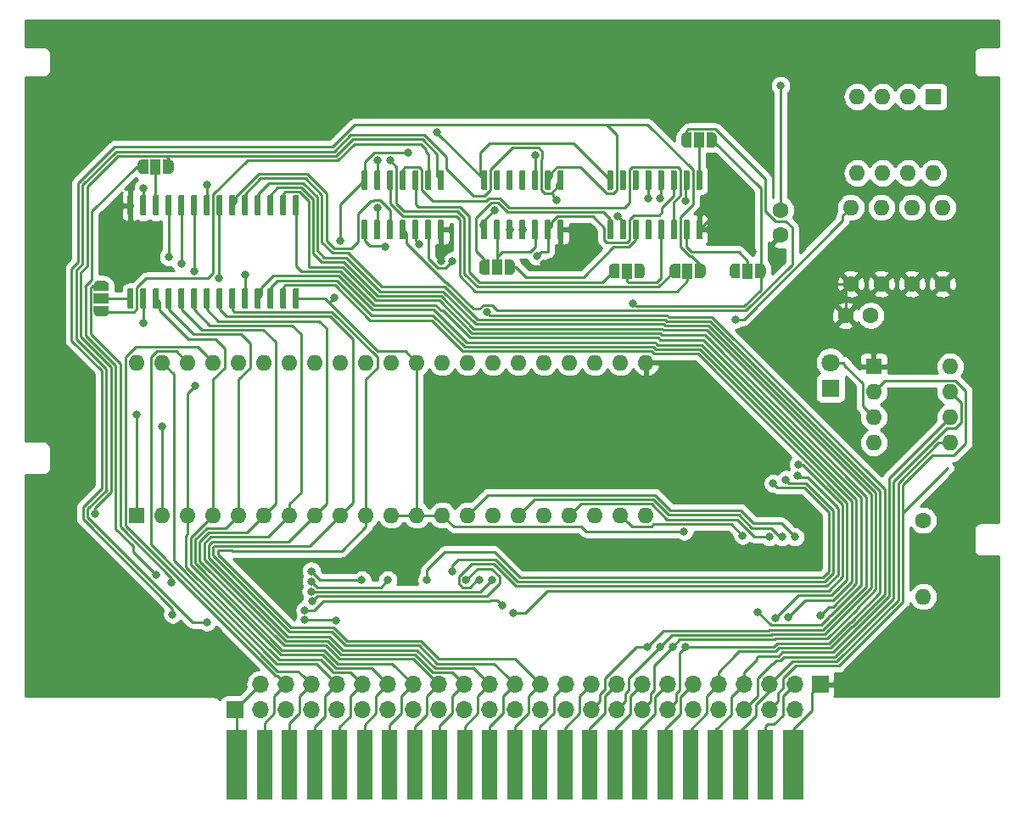
<source format=gbr>
G04 #@! TF.GenerationSoftware,KiCad,Pcbnew,(5.1.4)-1*
G04 #@! TF.CreationDate,2020-10-26T16:11:58-03:00*
G04 #@! TF.ProjectId,snes_feram,736e6573-5f66-4657-9261-6d2e6b696361,rev?*
G04 #@! TF.SameCoordinates,Original*
G04 #@! TF.FileFunction,Copper,L1,Top*
G04 #@! TF.FilePolarity,Positive*
%FSLAX46Y46*%
G04 Gerber Fmt 4.6, Leading zero omitted, Abs format (unit mm)*
G04 Created by KiCad (PCBNEW (5.1.4)-1) date 2020-10-26 16:11:58*
%MOMM*%
%LPD*%
G04 APERTURE LIST*
%ADD10O,1.600000X1.600000*%
%ADD11C,1.600000*%
%ADD12R,1.600000X1.600000*%
%ADD13R,1.501140X7.000240*%
%ADD14R,1.998980X7.000240*%
%ADD15R,1.500000X1.000000*%
%ADD16C,0.500000*%
%ADD17C,0.100000*%
%ADD18R,1.000000X1.500000*%
%ADD19R,1.700000X1.700000*%
%ADD20O,1.700000X1.700000*%
%ADD21C,0.600000*%
%ADD22R,1.800000X1.800000*%
%ADD23C,1.800000*%
%ADD24C,0.800000*%
%ADD25C,0.250000*%
%ADD26C,0.254000*%
G04 APERTURE END LIST*
D10*
X178562000Y-84455000D03*
D11*
X178562000Y-76835000D03*
D12*
X173609000Y-61468000D03*
D10*
X181229000Y-69088000D03*
X173609000Y-64008000D03*
X181229000Y-66548000D03*
X173609000Y-66548000D03*
X181229000Y-64008000D03*
X173609000Y-69088000D03*
X181229000Y-61468000D03*
D13*
X115295680Y-101226620D03*
X140294360Y-101226620D03*
X127795020Y-101226620D03*
X135295640Y-101226620D03*
X112793780Y-101226620D03*
X132793740Y-101226620D03*
X117795040Y-101226620D03*
X120294400Y-101226620D03*
X122793760Y-101226620D03*
X125295660Y-101226620D03*
X130294380Y-101226620D03*
X137795000Y-101226620D03*
D14*
X110045500Y-101226620D03*
D13*
X147794980Y-101226620D03*
X155295600Y-101226620D03*
D14*
X165544500Y-101226620D03*
D13*
X160294320Y-101226620D03*
X162796220Y-101226620D03*
X157794960Y-101226620D03*
X145295620Y-101226620D03*
X142796260Y-101226620D03*
X150294340Y-101226620D03*
X152796240Y-101226620D03*
D15*
X96520000Y-54707000D03*
D16*
X96520000Y-56007000D03*
D17*
G36*
X97269398Y-56007000D02*
G01*
X97269398Y-56031534D01*
X97264588Y-56080365D01*
X97255016Y-56128490D01*
X97240772Y-56175445D01*
X97221995Y-56220778D01*
X97198864Y-56264051D01*
X97171604Y-56304850D01*
X97140476Y-56342779D01*
X97105779Y-56377476D01*
X97067850Y-56408604D01*
X97027051Y-56435864D01*
X96983778Y-56458995D01*
X96938445Y-56477772D01*
X96891490Y-56492016D01*
X96843365Y-56501588D01*
X96794534Y-56506398D01*
X96770000Y-56506398D01*
X96770000Y-56507000D01*
X96270000Y-56507000D01*
X96270000Y-56506398D01*
X96245466Y-56506398D01*
X96196635Y-56501588D01*
X96148510Y-56492016D01*
X96101555Y-56477772D01*
X96056222Y-56458995D01*
X96012949Y-56435864D01*
X95972150Y-56408604D01*
X95934221Y-56377476D01*
X95899524Y-56342779D01*
X95868396Y-56304850D01*
X95841136Y-56264051D01*
X95818005Y-56220778D01*
X95799228Y-56175445D01*
X95784984Y-56128490D01*
X95775412Y-56080365D01*
X95770602Y-56031534D01*
X95770602Y-56007000D01*
X95770000Y-56007000D01*
X95770000Y-55457000D01*
X97270000Y-55457000D01*
X97270000Y-56007000D01*
X97269398Y-56007000D01*
X97269398Y-56007000D01*
G37*
D16*
X96520000Y-53407000D03*
D17*
G36*
X95770000Y-53957000D02*
G01*
X95770000Y-53407000D01*
X95770602Y-53407000D01*
X95770602Y-53382466D01*
X95775412Y-53333635D01*
X95784984Y-53285510D01*
X95799228Y-53238555D01*
X95818005Y-53193222D01*
X95841136Y-53149949D01*
X95868396Y-53109150D01*
X95899524Y-53071221D01*
X95934221Y-53036524D01*
X95972150Y-53005396D01*
X96012949Y-52978136D01*
X96056222Y-52955005D01*
X96101555Y-52936228D01*
X96148510Y-52921984D01*
X96196635Y-52912412D01*
X96245466Y-52907602D01*
X96270000Y-52907602D01*
X96270000Y-52907000D01*
X96770000Y-52907000D01*
X96770000Y-52907602D01*
X96794534Y-52907602D01*
X96843365Y-52912412D01*
X96891490Y-52921984D01*
X96938445Y-52936228D01*
X96983778Y-52955005D01*
X97027051Y-52978136D01*
X97067850Y-53005396D01*
X97105779Y-53036524D01*
X97140476Y-53071221D01*
X97171604Y-53109150D01*
X97198864Y-53149949D01*
X97221995Y-53193222D01*
X97240772Y-53238555D01*
X97255016Y-53285510D01*
X97264588Y-53333635D01*
X97269398Y-53382466D01*
X97269398Y-53407000D01*
X97270000Y-53407000D01*
X97270000Y-53957000D01*
X95770000Y-53957000D01*
X95770000Y-53957000D01*
G37*
D18*
X101951000Y-41529000D03*
D16*
X103251000Y-41529000D03*
D17*
G36*
X103251000Y-40779602D02*
G01*
X103275534Y-40779602D01*
X103324365Y-40784412D01*
X103372490Y-40793984D01*
X103419445Y-40808228D01*
X103464778Y-40827005D01*
X103508051Y-40850136D01*
X103548850Y-40877396D01*
X103586779Y-40908524D01*
X103621476Y-40943221D01*
X103652604Y-40981150D01*
X103679864Y-41021949D01*
X103702995Y-41065222D01*
X103721772Y-41110555D01*
X103736016Y-41157510D01*
X103745588Y-41205635D01*
X103750398Y-41254466D01*
X103750398Y-41279000D01*
X103751000Y-41279000D01*
X103751000Y-41779000D01*
X103750398Y-41779000D01*
X103750398Y-41803534D01*
X103745588Y-41852365D01*
X103736016Y-41900490D01*
X103721772Y-41947445D01*
X103702995Y-41992778D01*
X103679864Y-42036051D01*
X103652604Y-42076850D01*
X103621476Y-42114779D01*
X103586779Y-42149476D01*
X103548850Y-42180604D01*
X103508051Y-42207864D01*
X103464778Y-42230995D01*
X103419445Y-42249772D01*
X103372490Y-42264016D01*
X103324365Y-42273588D01*
X103275534Y-42278398D01*
X103251000Y-42278398D01*
X103251000Y-42279000D01*
X102701000Y-42279000D01*
X102701000Y-40779000D01*
X103251000Y-40779000D01*
X103251000Y-40779602D01*
X103251000Y-40779602D01*
G37*
D16*
X100651000Y-41529000D03*
D17*
G36*
X101201000Y-42279000D02*
G01*
X100651000Y-42279000D01*
X100651000Y-42278398D01*
X100626466Y-42278398D01*
X100577635Y-42273588D01*
X100529510Y-42264016D01*
X100482555Y-42249772D01*
X100437222Y-42230995D01*
X100393949Y-42207864D01*
X100353150Y-42180604D01*
X100315221Y-42149476D01*
X100280524Y-42114779D01*
X100249396Y-42076850D01*
X100222136Y-42036051D01*
X100199005Y-41992778D01*
X100180228Y-41947445D01*
X100165984Y-41900490D01*
X100156412Y-41852365D01*
X100151602Y-41803534D01*
X100151602Y-41779000D01*
X100151000Y-41779000D01*
X100151000Y-41279000D01*
X100151602Y-41279000D01*
X100151602Y-41254466D01*
X100156412Y-41205635D01*
X100165984Y-41157510D01*
X100180228Y-41110555D01*
X100199005Y-41065222D01*
X100222136Y-41021949D01*
X100249396Y-40981150D01*
X100280524Y-40943221D01*
X100315221Y-40908524D01*
X100353150Y-40877396D01*
X100393949Y-40850136D01*
X100437222Y-40827005D01*
X100482555Y-40808228D01*
X100529510Y-40793984D01*
X100577635Y-40784412D01*
X100626466Y-40779602D01*
X100651000Y-40779602D01*
X100651000Y-40779000D01*
X101201000Y-40779000D01*
X101201000Y-42279000D01*
X101201000Y-42279000D01*
G37*
D18*
X136017000Y-51562000D03*
D16*
X137317000Y-51562000D03*
D17*
G36*
X137317000Y-50812602D02*
G01*
X137341534Y-50812602D01*
X137390365Y-50817412D01*
X137438490Y-50826984D01*
X137485445Y-50841228D01*
X137530778Y-50860005D01*
X137574051Y-50883136D01*
X137614850Y-50910396D01*
X137652779Y-50941524D01*
X137687476Y-50976221D01*
X137718604Y-51014150D01*
X137745864Y-51054949D01*
X137768995Y-51098222D01*
X137787772Y-51143555D01*
X137802016Y-51190510D01*
X137811588Y-51238635D01*
X137816398Y-51287466D01*
X137816398Y-51312000D01*
X137817000Y-51312000D01*
X137817000Y-51812000D01*
X137816398Y-51812000D01*
X137816398Y-51836534D01*
X137811588Y-51885365D01*
X137802016Y-51933490D01*
X137787772Y-51980445D01*
X137768995Y-52025778D01*
X137745864Y-52069051D01*
X137718604Y-52109850D01*
X137687476Y-52147779D01*
X137652779Y-52182476D01*
X137614850Y-52213604D01*
X137574051Y-52240864D01*
X137530778Y-52263995D01*
X137485445Y-52282772D01*
X137438490Y-52297016D01*
X137390365Y-52306588D01*
X137341534Y-52311398D01*
X137317000Y-52311398D01*
X137317000Y-52312000D01*
X136767000Y-52312000D01*
X136767000Y-50812000D01*
X137317000Y-50812000D01*
X137317000Y-50812602D01*
X137317000Y-50812602D01*
G37*
D16*
X134717000Y-51562000D03*
D17*
G36*
X135267000Y-52312000D02*
G01*
X134717000Y-52312000D01*
X134717000Y-52311398D01*
X134692466Y-52311398D01*
X134643635Y-52306588D01*
X134595510Y-52297016D01*
X134548555Y-52282772D01*
X134503222Y-52263995D01*
X134459949Y-52240864D01*
X134419150Y-52213604D01*
X134381221Y-52182476D01*
X134346524Y-52147779D01*
X134315396Y-52109850D01*
X134288136Y-52069051D01*
X134265005Y-52025778D01*
X134246228Y-51980445D01*
X134231984Y-51933490D01*
X134222412Y-51885365D01*
X134217602Y-51836534D01*
X134217602Y-51812000D01*
X134217000Y-51812000D01*
X134217000Y-51312000D01*
X134217602Y-51312000D01*
X134217602Y-51287466D01*
X134222412Y-51238635D01*
X134231984Y-51190510D01*
X134246228Y-51143555D01*
X134265005Y-51098222D01*
X134288136Y-51054949D01*
X134315396Y-51014150D01*
X134346524Y-50976221D01*
X134381221Y-50941524D01*
X134419150Y-50910396D01*
X134459949Y-50883136D01*
X134503222Y-50860005D01*
X134548555Y-50841228D01*
X134595510Y-50826984D01*
X134643635Y-50817412D01*
X134692466Y-50812602D01*
X134717000Y-50812602D01*
X134717000Y-50812000D01*
X135267000Y-50812000D01*
X135267000Y-52312000D01*
X135267000Y-52312000D01*
G37*
D18*
X161036000Y-51943000D03*
D16*
X162336000Y-51943000D03*
D17*
G36*
X162336000Y-51193602D02*
G01*
X162360534Y-51193602D01*
X162409365Y-51198412D01*
X162457490Y-51207984D01*
X162504445Y-51222228D01*
X162549778Y-51241005D01*
X162593051Y-51264136D01*
X162633850Y-51291396D01*
X162671779Y-51322524D01*
X162706476Y-51357221D01*
X162737604Y-51395150D01*
X162764864Y-51435949D01*
X162787995Y-51479222D01*
X162806772Y-51524555D01*
X162821016Y-51571510D01*
X162830588Y-51619635D01*
X162835398Y-51668466D01*
X162835398Y-51693000D01*
X162836000Y-51693000D01*
X162836000Y-52193000D01*
X162835398Y-52193000D01*
X162835398Y-52217534D01*
X162830588Y-52266365D01*
X162821016Y-52314490D01*
X162806772Y-52361445D01*
X162787995Y-52406778D01*
X162764864Y-52450051D01*
X162737604Y-52490850D01*
X162706476Y-52528779D01*
X162671779Y-52563476D01*
X162633850Y-52594604D01*
X162593051Y-52621864D01*
X162549778Y-52644995D01*
X162504445Y-52663772D01*
X162457490Y-52678016D01*
X162409365Y-52687588D01*
X162360534Y-52692398D01*
X162336000Y-52692398D01*
X162336000Y-52693000D01*
X161786000Y-52693000D01*
X161786000Y-51193000D01*
X162336000Y-51193000D01*
X162336000Y-51193602D01*
X162336000Y-51193602D01*
G37*
D16*
X159736000Y-51943000D03*
D17*
G36*
X160286000Y-52693000D02*
G01*
X159736000Y-52693000D01*
X159736000Y-52692398D01*
X159711466Y-52692398D01*
X159662635Y-52687588D01*
X159614510Y-52678016D01*
X159567555Y-52663772D01*
X159522222Y-52644995D01*
X159478949Y-52621864D01*
X159438150Y-52594604D01*
X159400221Y-52563476D01*
X159365524Y-52528779D01*
X159334396Y-52490850D01*
X159307136Y-52450051D01*
X159284005Y-52406778D01*
X159265228Y-52361445D01*
X159250984Y-52314490D01*
X159241412Y-52266365D01*
X159236602Y-52217534D01*
X159236602Y-52193000D01*
X159236000Y-52193000D01*
X159236000Y-51693000D01*
X159236602Y-51693000D01*
X159236602Y-51668466D01*
X159241412Y-51619635D01*
X159250984Y-51571510D01*
X159265228Y-51524555D01*
X159284005Y-51479222D01*
X159307136Y-51435949D01*
X159334396Y-51395150D01*
X159365524Y-51357221D01*
X159400221Y-51322524D01*
X159438150Y-51291396D01*
X159478949Y-51264136D01*
X159522222Y-51241005D01*
X159567555Y-51222228D01*
X159614510Y-51207984D01*
X159662635Y-51198412D01*
X159711466Y-51193602D01*
X159736000Y-51193602D01*
X159736000Y-51193000D01*
X160286000Y-51193000D01*
X160286000Y-52693000D01*
X160286000Y-52693000D01*
G37*
D18*
X155037000Y-51943000D03*
D16*
X156337000Y-51943000D03*
D17*
G36*
X156337000Y-51193602D02*
G01*
X156361534Y-51193602D01*
X156410365Y-51198412D01*
X156458490Y-51207984D01*
X156505445Y-51222228D01*
X156550778Y-51241005D01*
X156594051Y-51264136D01*
X156634850Y-51291396D01*
X156672779Y-51322524D01*
X156707476Y-51357221D01*
X156738604Y-51395150D01*
X156765864Y-51435949D01*
X156788995Y-51479222D01*
X156807772Y-51524555D01*
X156822016Y-51571510D01*
X156831588Y-51619635D01*
X156836398Y-51668466D01*
X156836398Y-51693000D01*
X156837000Y-51693000D01*
X156837000Y-52193000D01*
X156836398Y-52193000D01*
X156836398Y-52217534D01*
X156831588Y-52266365D01*
X156822016Y-52314490D01*
X156807772Y-52361445D01*
X156788995Y-52406778D01*
X156765864Y-52450051D01*
X156738604Y-52490850D01*
X156707476Y-52528779D01*
X156672779Y-52563476D01*
X156634850Y-52594604D01*
X156594051Y-52621864D01*
X156550778Y-52644995D01*
X156505445Y-52663772D01*
X156458490Y-52678016D01*
X156410365Y-52687588D01*
X156361534Y-52692398D01*
X156337000Y-52692398D01*
X156337000Y-52693000D01*
X155787000Y-52693000D01*
X155787000Y-51193000D01*
X156337000Y-51193000D01*
X156337000Y-51193602D01*
X156337000Y-51193602D01*
G37*
D16*
X153737000Y-51943000D03*
D17*
G36*
X154287000Y-52693000D02*
G01*
X153737000Y-52693000D01*
X153737000Y-52692398D01*
X153712466Y-52692398D01*
X153663635Y-52687588D01*
X153615510Y-52678016D01*
X153568555Y-52663772D01*
X153523222Y-52644995D01*
X153479949Y-52621864D01*
X153439150Y-52594604D01*
X153401221Y-52563476D01*
X153366524Y-52528779D01*
X153335396Y-52490850D01*
X153308136Y-52450051D01*
X153285005Y-52406778D01*
X153266228Y-52361445D01*
X153251984Y-52314490D01*
X153242412Y-52266365D01*
X153237602Y-52217534D01*
X153237602Y-52193000D01*
X153237000Y-52193000D01*
X153237000Y-51693000D01*
X153237602Y-51693000D01*
X153237602Y-51668466D01*
X153242412Y-51619635D01*
X153251984Y-51571510D01*
X153266228Y-51524555D01*
X153285005Y-51479222D01*
X153308136Y-51435949D01*
X153335396Y-51395150D01*
X153366524Y-51357221D01*
X153401221Y-51322524D01*
X153439150Y-51291396D01*
X153479949Y-51264136D01*
X153523222Y-51241005D01*
X153568555Y-51222228D01*
X153615510Y-51207984D01*
X153663635Y-51198412D01*
X153712466Y-51193602D01*
X153737000Y-51193602D01*
X153737000Y-51193000D01*
X154287000Y-51193000D01*
X154287000Y-52693000D01*
X154287000Y-52693000D01*
G37*
D18*
X148971000Y-51943000D03*
D16*
X150271000Y-51943000D03*
D17*
G36*
X150271000Y-51193602D02*
G01*
X150295534Y-51193602D01*
X150344365Y-51198412D01*
X150392490Y-51207984D01*
X150439445Y-51222228D01*
X150484778Y-51241005D01*
X150528051Y-51264136D01*
X150568850Y-51291396D01*
X150606779Y-51322524D01*
X150641476Y-51357221D01*
X150672604Y-51395150D01*
X150699864Y-51435949D01*
X150722995Y-51479222D01*
X150741772Y-51524555D01*
X150756016Y-51571510D01*
X150765588Y-51619635D01*
X150770398Y-51668466D01*
X150770398Y-51693000D01*
X150771000Y-51693000D01*
X150771000Y-52193000D01*
X150770398Y-52193000D01*
X150770398Y-52217534D01*
X150765588Y-52266365D01*
X150756016Y-52314490D01*
X150741772Y-52361445D01*
X150722995Y-52406778D01*
X150699864Y-52450051D01*
X150672604Y-52490850D01*
X150641476Y-52528779D01*
X150606779Y-52563476D01*
X150568850Y-52594604D01*
X150528051Y-52621864D01*
X150484778Y-52644995D01*
X150439445Y-52663772D01*
X150392490Y-52678016D01*
X150344365Y-52687588D01*
X150295534Y-52692398D01*
X150271000Y-52692398D01*
X150271000Y-52693000D01*
X149721000Y-52693000D01*
X149721000Y-51193000D01*
X150271000Y-51193000D01*
X150271000Y-51193602D01*
X150271000Y-51193602D01*
G37*
D16*
X147671000Y-51943000D03*
D17*
G36*
X148221000Y-52693000D02*
G01*
X147671000Y-52693000D01*
X147671000Y-52692398D01*
X147646466Y-52692398D01*
X147597635Y-52687588D01*
X147549510Y-52678016D01*
X147502555Y-52663772D01*
X147457222Y-52644995D01*
X147413949Y-52621864D01*
X147373150Y-52594604D01*
X147335221Y-52563476D01*
X147300524Y-52528779D01*
X147269396Y-52490850D01*
X147242136Y-52450051D01*
X147219005Y-52406778D01*
X147200228Y-52361445D01*
X147185984Y-52314490D01*
X147176412Y-52266365D01*
X147171602Y-52217534D01*
X147171602Y-52193000D01*
X147171000Y-52193000D01*
X147171000Y-51693000D01*
X147171602Y-51693000D01*
X147171602Y-51668466D01*
X147176412Y-51619635D01*
X147185984Y-51571510D01*
X147200228Y-51524555D01*
X147219005Y-51479222D01*
X147242136Y-51435949D01*
X147269396Y-51395150D01*
X147300524Y-51357221D01*
X147335221Y-51322524D01*
X147373150Y-51291396D01*
X147413949Y-51264136D01*
X147457222Y-51241005D01*
X147502555Y-51222228D01*
X147549510Y-51207984D01*
X147597635Y-51198412D01*
X147646466Y-51193602D01*
X147671000Y-51193602D01*
X147671000Y-51193000D01*
X148221000Y-51193000D01*
X148221000Y-52693000D01*
X148221000Y-52693000D01*
G37*
D18*
X156180000Y-38862000D03*
D16*
X154880000Y-38862000D03*
D17*
G36*
X154880000Y-39611398D02*
G01*
X154855466Y-39611398D01*
X154806635Y-39606588D01*
X154758510Y-39597016D01*
X154711555Y-39582772D01*
X154666222Y-39563995D01*
X154622949Y-39540864D01*
X154582150Y-39513604D01*
X154544221Y-39482476D01*
X154509524Y-39447779D01*
X154478396Y-39409850D01*
X154451136Y-39369051D01*
X154428005Y-39325778D01*
X154409228Y-39280445D01*
X154394984Y-39233490D01*
X154385412Y-39185365D01*
X154380602Y-39136534D01*
X154380602Y-39112000D01*
X154380000Y-39112000D01*
X154380000Y-38612000D01*
X154380602Y-38612000D01*
X154380602Y-38587466D01*
X154385412Y-38538635D01*
X154394984Y-38490510D01*
X154409228Y-38443555D01*
X154428005Y-38398222D01*
X154451136Y-38354949D01*
X154478396Y-38314150D01*
X154509524Y-38276221D01*
X154544221Y-38241524D01*
X154582150Y-38210396D01*
X154622949Y-38183136D01*
X154666222Y-38160005D01*
X154711555Y-38141228D01*
X154758510Y-38126984D01*
X154806635Y-38117412D01*
X154855466Y-38112602D01*
X154880000Y-38112602D01*
X154880000Y-38112000D01*
X155430000Y-38112000D01*
X155430000Y-39612000D01*
X154880000Y-39612000D01*
X154880000Y-39611398D01*
X154880000Y-39611398D01*
G37*
D16*
X157480000Y-38862000D03*
D17*
G36*
X156930000Y-38112000D02*
G01*
X157480000Y-38112000D01*
X157480000Y-38112602D01*
X157504534Y-38112602D01*
X157553365Y-38117412D01*
X157601490Y-38126984D01*
X157648445Y-38141228D01*
X157693778Y-38160005D01*
X157737051Y-38183136D01*
X157777850Y-38210396D01*
X157815779Y-38241524D01*
X157850476Y-38276221D01*
X157881604Y-38314150D01*
X157908864Y-38354949D01*
X157931995Y-38398222D01*
X157950772Y-38443555D01*
X157965016Y-38490510D01*
X157974588Y-38538635D01*
X157979398Y-38587466D01*
X157979398Y-38612000D01*
X157980000Y-38612000D01*
X157980000Y-39112000D01*
X157979398Y-39112000D01*
X157979398Y-39136534D01*
X157974588Y-39185365D01*
X157965016Y-39233490D01*
X157950772Y-39280445D01*
X157931995Y-39325778D01*
X157908864Y-39369051D01*
X157881604Y-39409850D01*
X157850476Y-39447779D01*
X157815779Y-39482476D01*
X157777850Y-39513604D01*
X157737051Y-39540864D01*
X157693778Y-39563995D01*
X157648445Y-39582772D01*
X157601490Y-39597016D01*
X157553365Y-39606588D01*
X157504534Y-39611398D01*
X157480000Y-39611398D01*
X157480000Y-39612000D01*
X156930000Y-39612000D01*
X156930000Y-38112000D01*
X156930000Y-38112000D01*
G37*
D19*
X109855000Y-95758000D03*
D20*
X112395000Y-95758000D03*
X114935000Y-95758000D03*
X117475000Y-95758000D03*
X120015000Y-95758000D03*
X122555000Y-95758000D03*
X125095000Y-95758000D03*
X127635000Y-95758000D03*
X130175000Y-95758000D03*
X132715000Y-95758000D03*
X135255000Y-95758000D03*
X137795000Y-95758000D03*
X140335000Y-95758000D03*
X142875000Y-95758000D03*
X145415000Y-95758000D03*
X147955000Y-95758000D03*
X150495000Y-95758000D03*
X153035000Y-95758000D03*
X155575000Y-95758000D03*
X158115000Y-95758000D03*
X160655000Y-95758000D03*
X163195000Y-95758000D03*
X165735000Y-95758000D03*
X112395000Y-93218000D03*
X114935000Y-93218000D03*
X117475000Y-93218000D03*
X120015000Y-93218000D03*
X122555000Y-93218000D03*
X125095000Y-93218000D03*
X127635000Y-93218000D03*
X130175000Y-93218000D03*
X132715000Y-93218000D03*
X135255000Y-93218000D03*
X137795000Y-93218000D03*
X140335000Y-93218000D03*
X142875000Y-93218000D03*
X145415000Y-93218000D03*
X147955000Y-93218000D03*
X150495000Y-93218000D03*
X153035000Y-93218000D03*
X155575000Y-93218000D03*
X158115000Y-93218000D03*
X160655000Y-93218000D03*
X163195000Y-93218000D03*
X165735000Y-93218000D03*
D19*
X168275000Y-93218000D03*
D17*
G36*
X99605703Y-44363722D02*
G01*
X99620264Y-44365882D01*
X99634543Y-44369459D01*
X99648403Y-44374418D01*
X99661710Y-44380712D01*
X99674336Y-44388280D01*
X99686159Y-44397048D01*
X99697066Y-44406934D01*
X99706952Y-44417841D01*
X99715720Y-44429664D01*
X99723288Y-44442290D01*
X99729582Y-44455597D01*
X99734541Y-44469457D01*
X99738118Y-44483736D01*
X99740278Y-44498297D01*
X99741000Y-44513000D01*
X99741000Y-46263000D01*
X99740278Y-46277703D01*
X99738118Y-46292264D01*
X99734541Y-46306543D01*
X99729582Y-46320403D01*
X99723288Y-46333710D01*
X99715720Y-46346336D01*
X99706952Y-46358159D01*
X99697066Y-46369066D01*
X99686159Y-46378952D01*
X99674336Y-46387720D01*
X99661710Y-46395288D01*
X99648403Y-46401582D01*
X99634543Y-46406541D01*
X99620264Y-46410118D01*
X99605703Y-46412278D01*
X99591000Y-46413000D01*
X99291000Y-46413000D01*
X99276297Y-46412278D01*
X99261736Y-46410118D01*
X99247457Y-46406541D01*
X99233597Y-46401582D01*
X99220290Y-46395288D01*
X99207664Y-46387720D01*
X99195841Y-46378952D01*
X99184934Y-46369066D01*
X99175048Y-46358159D01*
X99166280Y-46346336D01*
X99158712Y-46333710D01*
X99152418Y-46320403D01*
X99147459Y-46306543D01*
X99143882Y-46292264D01*
X99141722Y-46277703D01*
X99141000Y-46263000D01*
X99141000Y-44513000D01*
X99141722Y-44498297D01*
X99143882Y-44483736D01*
X99147459Y-44469457D01*
X99152418Y-44455597D01*
X99158712Y-44442290D01*
X99166280Y-44429664D01*
X99175048Y-44417841D01*
X99184934Y-44406934D01*
X99195841Y-44397048D01*
X99207664Y-44388280D01*
X99220290Y-44380712D01*
X99233597Y-44374418D01*
X99247457Y-44369459D01*
X99261736Y-44365882D01*
X99276297Y-44363722D01*
X99291000Y-44363000D01*
X99591000Y-44363000D01*
X99605703Y-44363722D01*
X99605703Y-44363722D01*
G37*
D21*
X99441000Y-45388000D03*
D17*
G36*
X100875703Y-44363722D02*
G01*
X100890264Y-44365882D01*
X100904543Y-44369459D01*
X100918403Y-44374418D01*
X100931710Y-44380712D01*
X100944336Y-44388280D01*
X100956159Y-44397048D01*
X100967066Y-44406934D01*
X100976952Y-44417841D01*
X100985720Y-44429664D01*
X100993288Y-44442290D01*
X100999582Y-44455597D01*
X101004541Y-44469457D01*
X101008118Y-44483736D01*
X101010278Y-44498297D01*
X101011000Y-44513000D01*
X101011000Y-46263000D01*
X101010278Y-46277703D01*
X101008118Y-46292264D01*
X101004541Y-46306543D01*
X100999582Y-46320403D01*
X100993288Y-46333710D01*
X100985720Y-46346336D01*
X100976952Y-46358159D01*
X100967066Y-46369066D01*
X100956159Y-46378952D01*
X100944336Y-46387720D01*
X100931710Y-46395288D01*
X100918403Y-46401582D01*
X100904543Y-46406541D01*
X100890264Y-46410118D01*
X100875703Y-46412278D01*
X100861000Y-46413000D01*
X100561000Y-46413000D01*
X100546297Y-46412278D01*
X100531736Y-46410118D01*
X100517457Y-46406541D01*
X100503597Y-46401582D01*
X100490290Y-46395288D01*
X100477664Y-46387720D01*
X100465841Y-46378952D01*
X100454934Y-46369066D01*
X100445048Y-46358159D01*
X100436280Y-46346336D01*
X100428712Y-46333710D01*
X100422418Y-46320403D01*
X100417459Y-46306543D01*
X100413882Y-46292264D01*
X100411722Y-46277703D01*
X100411000Y-46263000D01*
X100411000Y-44513000D01*
X100411722Y-44498297D01*
X100413882Y-44483736D01*
X100417459Y-44469457D01*
X100422418Y-44455597D01*
X100428712Y-44442290D01*
X100436280Y-44429664D01*
X100445048Y-44417841D01*
X100454934Y-44406934D01*
X100465841Y-44397048D01*
X100477664Y-44388280D01*
X100490290Y-44380712D01*
X100503597Y-44374418D01*
X100517457Y-44369459D01*
X100531736Y-44365882D01*
X100546297Y-44363722D01*
X100561000Y-44363000D01*
X100861000Y-44363000D01*
X100875703Y-44363722D01*
X100875703Y-44363722D01*
G37*
D21*
X100711000Y-45388000D03*
D17*
G36*
X102145703Y-44363722D02*
G01*
X102160264Y-44365882D01*
X102174543Y-44369459D01*
X102188403Y-44374418D01*
X102201710Y-44380712D01*
X102214336Y-44388280D01*
X102226159Y-44397048D01*
X102237066Y-44406934D01*
X102246952Y-44417841D01*
X102255720Y-44429664D01*
X102263288Y-44442290D01*
X102269582Y-44455597D01*
X102274541Y-44469457D01*
X102278118Y-44483736D01*
X102280278Y-44498297D01*
X102281000Y-44513000D01*
X102281000Y-46263000D01*
X102280278Y-46277703D01*
X102278118Y-46292264D01*
X102274541Y-46306543D01*
X102269582Y-46320403D01*
X102263288Y-46333710D01*
X102255720Y-46346336D01*
X102246952Y-46358159D01*
X102237066Y-46369066D01*
X102226159Y-46378952D01*
X102214336Y-46387720D01*
X102201710Y-46395288D01*
X102188403Y-46401582D01*
X102174543Y-46406541D01*
X102160264Y-46410118D01*
X102145703Y-46412278D01*
X102131000Y-46413000D01*
X101831000Y-46413000D01*
X101816297Y-46412278D01*
X101801736Y-46410118D01*
X101787457Y-46406541D01*
X101773597Y-46401582D01*
X101760290Y-46395288D01*
X101747664Y-46387720D01*
X101735841Y-46378952D01*
X101724934Y-46369066D01*
X101715048Y-46358159D01*
X101706280Y-46346336D01*
X101698712Y-46333710D01*
X101692418Y-46320403D01*
X101687459Y-46306543D01*
X101683882Y-46292264D01*
X101681722Y-46277703D01*
X101681000Y-46263000D01*
X101681000Y-44513000D01*
X101681722Y-44498297D01*
X101683882Y-44483736D01*
X101687459Y-44469457D01*
X101692418Y-44455597D01*
X101698712Y-44442290D01*
X101706280Y-44429664D01*
X101715048Y-44417841D01*
X101724934Y-44406934D01*
X101735841Y-44397048D01*
X101747664Y-44388280D01*
X101760290Y-44380712D01*
X101773597Y-44374418D01*
X101787457Y-44369459D01*
X101801736Y-44365882D01*
X101816297Y-44363722D01*
X101831000Y-44363000D01*
X102131000Y-44363000D01*
X102145703Y-44363722D01*
X102145703Y-44363722D01*
G37*
D21*
X101981000Y-45388000D03*
D17*
G36*
X103415703Y-44363722D02*
G01*
X103430264Y-44365882D01*
X103444543Y-44369459D01*
X103458403Y-44374418D01*
X103471710Y-44380712D01*
X103484336Y-44388280D01*
X103496159Y-44397048D01*
X103507066Y-44406934D01*
X103516952Y-44417841D01*
X103525720Y-44429664D01*
X103533288Y-44442290D01*
X103539582Y-44455597D01*
X103544541Y-44469457D01*
X103548118Y-44483736D01*
X103550278Y-44498297D01*
X103551000Y-44513000D01*
X103551000Y-46263000D01*
X103550278Y-46277703D01*
X103548118Y-46292264D01*
X103544541Y-46306543D01*
X103539582Y-46320403D01*
X103533288Y-46333710D01*
X103525720Y-46346336D01*
X103516952Y-46358159D01*
X103507066Y-46369066D01*
X103496159Y-46378952D01*
X103484336Y-46387720D01*
X103471710Y-46395288D01*
X103458403Y-46401582D01*
X103444543Y-46406541D01*
X103430264Y-46410118D01*
X103415703Y-46412278D01*
X103401000Y-46413000D01*
X103101000Y-46413000D01*
X103086297Y-46412278D01*
X103071736Y-46410118D01*
X103057457Y-46406541D01*
X103043597Y-46401582D01*
X103030290Y-46395288D01*
X103017664Y-46387720D01*
X103005841Y-46378952D01*
X102994934Y-46369066D01*
X102985048Y-46358159D01*
X102976280Y-46346336D01*
X102968712Y-46333710D01*
X102962418Y-46320403D01*
X102957459Y-46306543D01*
X102953882Y-46292264D01*
X102951722Y-46277703D01*
X102951000Y-46263000D01*
X102951000Y-44513000D01*
X102951722Y-44498297D01*
X102953882Y-44483736D01*
X102957459Y-44469457D01*
X102962418Y-44455597D01*
X102968712Y-44442290D01*
X102976280Y-44429664D01*
X102985048Y-44417841D01*
X102994934Y-44406934D01*
X103005841Y-44397048D01*
X103017664Y-44388280D01*
X103030290Y-44380712D01*
X103043597Y-44374418D01*
X103057457Y-44369459D01*
X103071736Y-44365882D01*
X103086297Y-44363722D01*
X103101000Y-44363000D01*
X103401000Y-44363000D01*
X103415703Y-44363722D01*
X103415703Y-44363722D01*
G37*
D21*
X103251000Y-45388000D03*
D17*
G36*
X104685703Y-44363722D02*
G01*
X104700264Y-44365882D01*
X104714543Y-44369459D01*
X104728403Y-44374418D01*
X104741710Y-44380712D01*
X104754336Y-44388280D01*
X104766159Y-44397048D01*
X104777066Y-44406934D01*
X104786952Y-44417841D01*
X104795720Y-44429664D01*
X104803288Y-44442290D01*
X104809582Y-44455597D01*
X104814541Y-44469457D01*
X104818118Y-44483736D01*
X104820278Y-44498297D01*
X104821000Y-44513000D01*
X104821000Y-46263000D01*
X104820278Y-46277703D01*
X104818118Y-46292264D01*
X104814541Y-46306543D01*
X104809582Y-46320403D01*
X104803288Y-46333710D01*
X104795720Y-46346336D01*
X104786952Y-46358159D01*
X104777066Y-46369066D01*
X104766159Y-46378952D01*
X104754336Y-46387720D01*
X104741710Y-46395288D01*
X104728403Y-46401582D01*
X104714543Y-46406541D01*
X104700264Y-46410118D01*
X104685703Y-46412278D01*
X104671000Y-46413000D01*
X104371000Y-46413000D01*
X104356297Y-46412278D01*
X104341736Y-46410118D01*
X104327457Y-46406541D01*
X104313597Y-46401582D01*
X104300290Y-46395288D01*
X104287664Y-46387720D01*
X104275841Y-46378952D01*
X104264934Y-46369066D01*
X104255048Y-46358159D01*
X104246280Y-46346336D01*
X104238712Y-46333710D01*
X104232418Y-46320403D01*
X104227459Y-46306543D01*
X104223882Y-46292264D01*
X104221722Y-46277703D01*
X104221000Y-46263000D01*
X104221000Y-44513000D01*
X104221722Y-44498297D01*
X104223882Y-44483736D01*
X104227459Y-44469457D01*
X104232418Y-44455597D01*
X104238712Y-44442290D01*
X104246280Y-44429664D01*
X104255048Y-44417841D01*
X104264934Y-44406934D01*
X104275841Y-44397048D01*
X104287664Y-44388280D01*
X104300290Y-44380712D01*
X104313597Y-44374418D01*
X104327457Y-44369459D01*
X104341736Y-44365882D01*
X104356297Y-44363722D01*
X104371000Y-44363000D01*
X104671000Y-44363000D01*
X104685703Y-44363722D01*
X104685703Y-44363722D01*
G37*
D21*
X104521000Y-45388000D03*
D17*
G36*
X105955703Y-44363722D02*
G01*
X105970264Y-44365882D01*
X105984543Y-44369459D01*
X105998403Y-44374418D01*
X106011710Y-44380712D01*
X106024336Y-44388280D01*
X106036159Y-44397048D01*
X106047066Y-44406934D01*
X106056952Y-44417841D01*
X106065720Y-44429664D01*
X106073288Y-44442290D01*
X106079582Y-44455597D01*
X106084541Y-44469457D01*
X106088118Y-44483736D01*
X106090278Y-44498297D01*
X106091000Y-44513000D01*
X106091000Y-46263000D01*
X106090278Y-46277703D01*
X106088118Y-46292264D01*
X106084541Y-46306543D01*
X106079582Y-46320403D01*
X106073288Y-46333710D01*
X106065720Y-46346336D01*
X106056952Y-46358159D01*
X106047066Y-46369066D01*
X106036159Y-46378952D01*
X106024336Y-46387720D01*
X106011710Y-46395288D01*
X105998403Y-46401582D01*
X105984543Y-46406541D01*
X105970264Y-46410118D01*
X105955703Y-46412278D01*
X105941000Y-46413000D01*
X105641000Y-46413000D01*
X105626297Y-46412278D01*
X105611736Y-46410118D01*
X105597457Y-46406541D01*
X105583597Y-46401582D01*
X105570290Y-46395288D01*
X105557664Y-46387720D01*
X105545841Y-46378952D01*
X105534934Y-46369066D01*
X105525048Y-46358159D01*
X105516280Y-46346336D01*
X105508712Y-46333710D01*
X105502418Y-46320403D01*
X105497459Y-46306543D01*
X105493882Y-46292264D01*
X105491722Y-46277703D01*
X105491000Y-46263000D01*
X105491000Y-44513000D01*
X105491722Y-44498297D01*
X105493882Y-44483736D01*
X105497459Y-44469457D01*
X105502418Y-44455597D01*
X105508712Y-44442290D01*
X105516280Y-44429664D01*
X105525048Y-44417841D01*
X105534934Y-44406934D01*
X105545841Y-44397048D01*
X105557664Y-44388280D01*
X105570290Y-44380712D01*
X105583597Y-44374418D01*
X105597457Y-44369459D01*
X105611736Y-44365882D01*
X105626297Y-44363722D01*
X105641000Y-44363000D01*
X105941000Y-44363000D01*
X105955703Y-44363722D01*
X105955703Y-44363722D01*
G37*
D21*
X105791000Y-45388000D03*
D17*
G36*
X107225703Y-44363722D02*
G01*
X107240264Y-44365882D01*
X107254543Y-44369459D01*
X107268403Y-44374418D01*
X107281710Y-44380712D01*
X107294336Y-44388280D01*
X107306159Y-44397048D01*
X107317066Y-44406934D01*
X107326952Y-44417841D01*
X107335720Y-44429664D01*
X107343288Y-44442290D01*
X107349582Y-44455597D01*
X107354541Y-44469457D01*
X107358118Y-44483736D01*
X107360278Y-44498297D01*
X107361000Y-44513000D01*
X107361000Y-46263000D01*
X107360278Y-46277703D01*
X107358118Y-46292264D01*
X107354541Y-46306543D01*
X107349582Y-46320403D01*
X107343288Y-46333710D01*
X107335720Y-46346336D01*
X107326952Y-46358159D01*
X107317066Y-46369066D01*
X107306159Y-46378952D01*
X107294336Y-46387720D01*
X107281710Y-46395288D01*
X107268403Y-46401582D01*
X107254543Y-46406541D01*
X107240264Y-46410118D01*
X107225703Y-46412278D01*
X107211000Y-46413000D01*
X106911000Y-46413000D01*
X106896297Y-46412278D01*
X106881736Y-46410118D01*
X106867457Y-46406541D01*
X106853597Y-46401582D01*
X106840290Y-46395288D01*
X106827664Y-46387720D01*
X106815841Y-46378952D01*
X106804934Y-46369066D01*
X106795048Y-46358159D01*
X106786280Y-46346336D01*
X106778712Y-46333710D01*
X106772418Y-46320403D01*
X106767459Y-46306543D01*
X106763882Y-46292264D01*
X106761722Y-46277703D01*
X106761000Y-46263000D01*
X106761000Y-44513000D01*
X106761722Y-44498297D01*
X106763882Y-44483736D01*
X106767459Y-44469457D01*
X106772418Y-44455597D01*
X106778712Y-44442290D01*
X106786280Y-44429664D01*
X106795048Y-44417841D01*
X106804934Y-44406934D01*
X106815841Y-44397048D01*
X106827664Y-44388280D01*
X106840290Y-44380712D01*
X106853597Y-44374418D01*
X106867457Y-44369459D01*
X106881736Y-44365882D01*
X106896297Y-44363722D01*
X106911000Y-44363000D01*
X107211000Y-44363000D01*
X107225703Y-44363722D01*
X107225703Y-44363722D01*
G37*
D21*
X107061000Y-45388000D03*
D17*
G36*
X108495703Y-44363722D02*
G01*
X108510264Y-44365882D01*
X108524543Y-44369459D01*
X108538403Y-44374418D01*
X108551710Y-44380712D01*
X108564336Y-44388280D01*
X108576159Y-44397048D01*
X108587066Y-44406934D01*
X108596952Y-44417841D01*
X108605720Y-44429664D01*
X108613288Y-44442290D01*
X108619582Y-44455597D01*
X108624541Y-44469457D01*
X108628118Y-44483736D01*
X108630278Y-44498297D01*
X108631000Y-44513000D01*
X108631000Y-46263000D01*
X108630278Y-46277703D01*
X108628118Y-46292264D01*
X108624541Y-46306543D01*
X108619582Y-46320403D01*
X108613288Y-46333710D01*
X108605720Y-46346336D01*
X108596952Y-46358159D01*
X108587066Y-46369066D01*
X108576159Y-46378952D01*
X108564336Y-46387720D01*
X108551710Y-46395288D01*
X108538403Y-46401582D01*
X108524543Y-46406541D01*
X108510264Y-46410118D01*
X108495703Y-46412278D01*
X108481000Y-46413000D01*
X108181000Y-46413000D01*
X108166297Y-46412278D01*
X108151736Y-46410118D01*
X108137457Y-46406541D01*
X108123597Y-46401582D01*
X108110290Y-46395288D01*
X108097664Y-46387720D01*
X108085841Y-46378952D01*
X108074934Y-46369066D01*
X108065048Y-46358159D01*
X108056280Y-46346336D01*
X108048712Y-46333710D01*
X108042418Y-46320403D01*
X108037459Y-46306543D01*
X108033882Y-46292264D01*
X108031722Y-46277703D01*
X108031000Y-46263000D01*
X108031000Y-44513000D01*
X108031722Y-44498297D01*
X108033882Y-44483736D01*
X108037459Y-44469457D01*
X108042418Y-44455597D01*
X108048712Y-44442290D01*
X108056280Y-44429664D01*
X108065048Y-44417841D01*
X108074934Y-44406934D01*
X108085841Y-44397048D01*
X108097664Y-44388280D01*
X108110290Y-44380712D01*
X108123597Y-44374418D01*
X108137457Y-44369459D01*
X108151736Y-44365882D01*
X108166297Y-44363722D01*
X108181000Y-44363000D01*
X108481000Y-44363000D01*
X108495703Y-44363722D01*
X108495703Y-44363722D01*
G37*
D21*
X108331000Y-45388000D03*
D17*
G36*
X109765703Y-44363722D02*
G01*
X109780264Y-44365882D01*
X109794543Y-44369459D01*
X109808403Y-44374418D01*
X109821710Y-44380712D01*
X109834336Y-44388280D01*
X109846159Y-44397048D01*
X109857066Y-44406934D01*
X109866952Y-44417841D01*
X109875720Y-44429664D01*
X109883288Y-44442290D01*
X109889582Y-44455597D01*
X109894541Y-44469457D01*
X109898118Y-44483736D01*
X109900278Y-44498297D01*
X109901000Y-44513000D01*
X109901000Y-46263000D01*
X109900278Y-46277703D01*
X109898118Y-46292264D01*
X109894541Y-46306543D01*
X109889582Y-46320403D01*
X109883288Y-46333710D01*
X109875720Y-46346336D01*
X109866952Y-46358159D01*
X109857066Y-46369066D01*
X109846159Y-46378952D01*
X109834336Y-46387720D01*
X109821710Y-46395288D01*
X109808403Y-46401582D01*
X109794543Y-46406541D01*
X109780264Y-46410118D01*
X109765703Y-46412278D01*
X109751000Y-46413000D01*
X109451000Y-46413000D01*
X109436297Y-46412278D01*
X109421736Y-46410118D01*
X109407457Y-46406541D01*
X109393597Y-46401582D01*
X109380290Y-46395288D01*
X109367664Y-46387720D01*
X109355841Y-46378952D01*
X109344934Y-46369066D01*
X109335048Y-46358159D01*
X109326280Y-46346336D01*
X109318712Y-46333710D01*
X109312418Y-46320403D01*
X109307459Y-46306543D01*
X109303882Y-46292264D01*
X109301722Y-46277703D01*
X109301000Y-46263000D01*
X109301000Y-44513000D01*
X109301722Y-44498297D01*
X109303882Y-44483736D01*
X109307459Y-44469457D01*
X109312418Y-44455597D01*
X109318712Y-44442290D01*
X109326280Y-44429664D01*
X109335048Y-44417841D01*
X109344934Y-44406934D01*
X109355841Y-44397048D01*
X109367664Y-44388280D01*
X109380290Y-44380712D01*
X109393597Y-44374418D01*
X109407457Y-44369459D01*
X109421736Y-44365882D01*
X109436297Y-44363722D01*
X109451000Y-44363000D01*
X109751000Y-44363000D01*
X109765703Y-44363722D01*
X109765703Y-44363722D01*
G37*
D21*
X109601000Y-45388000D03*
D17*
G36*
X111035703Y-44363722D02*
G01*
X111050264Y-44365882D01*
X111064543Y-44369459D01*
X111078403Y-44374418D01*
X111091710Y-44380712D01*
X111104336Y-44388280D01*
X111116159Y-44397048D01*
X111127066Y-44406934D01*
X111136952Y-44417841D01*
X111145720Y-44429664D01*
X111153288Y-44442290D01*
X111159582Y-44455597D01*
X111164541Y-44469457D01*
X111168118Y-44483736D01*
X111170278Y-44498297D01*
X111171000Y-44513000D01*
X111171000Y-46263000D01*
X111170278Y-46277703D01*
X111168118Y-46292264D01*
X111164541Y-46306543D01*
X111159582Y-46320403D01*
X111153288Y-46333710D01*
X111145720Y-46346336D01*
X111136952Y-46358159D01*
X111127066Y-46369066D01*
X111116159Y-46378952D01*
X111104336Y-46387720D01*
X111091710Y-46395288D01*
X111078403Y-46401582D01*
X111064543Y-46406541D01*
X111050264Y-46410118D01*
X111035703Y-46412278D01*
X111021000Y-46413000D01*
X110721000Y-46413000D01*
X110706297Y-46412278D01*
X110691736Y-46410118D01*
X110677457Y-46406541D01*
X110663597Y-46401582D01*
X110650290Y-46395288D01*
X110637664Y-46387720D01*
X110625841Y-46378952D01*
X110614934Y-46369066D01*
X110605048Y-46358159D01*
X110596280Y-46346336D01*
X110588712Y-46333710D01*
X110582418Y-46320403D01*
X110577459Y-46306543D01*
X110573882Y-46292264D01*
X110571722Y-46277703D01*
X110571000Y-46263000D01*
X110571000Y-44513000D01*
X110571722Y-44498297D01*
X110573882Y-44483736D01*
X110577459Y-44469457D01*
X110582418Y-44455597D01*
X110588712Y-44442290D01*
X110596280Y-44429664D01*
X110605048Y-44417841D01*
X110614934Y-44406934D01*
X110625841Y-44397048D01*
X110637664Y-44388280D01*
X110650290Y-44380712D01*
X110663597Y-44374418D01*
X110677457Y-44369459D01*
X110691736Y-44365882D01*
X110706297Y-44363722D01*
X110721000Y-44363000D01*
X111021000Y-44363000D01*
X111035703Y-44363722D01*
X111035703Y-44363722D01*
G37*
D21*
X110871000Y-45388000D03*
D17*
G36*
X112305703Y-44363722D02*
G01*
X112320264Y-44365882D01*
X112334543Y-44369459D01*
X112348403Y-44374418D01*
X112361710Y-44380712D01*
X112374336Y-44388280D01*
X112386159Y-44397048D01*
X112397066Y-44406934D01*
X112406952Y-44417841D01*
X112415720Y-44429664D01*
X112423288Y-44442290D01*
X112429582Y-44455597D01*
X112434541Y-44469457D01*
X112438118Y-44483736D01*
X112440278Y-44498297D01*
X112441000Y-44513000D01*
X112441000Y-46263000D01*
X112440278Y-46277703D01*
X112438118Y-46292264D01*
X112434541Y-46306543D01*
X112429582Y-46320403D01*
X112423288Y-46333710D01*
X112415720Y-46346336D01*
X112406952Y-46358159D01*
X112397066Y-46369066D01*
X112386159Y-46378952D01*
X112374336Y-46387720D01*
X112361710Y-46395288D01*
X112348403Y-46401582D01*
X112334543Y-46406541D01*
X112320264Y-46410118D01*
X112305703Y-46412278D01*
X112291000Y-46413000D01*
X111991000Y-46413000D01*
X111976297Y-46412278D01*
X111961736Y-46410118D01*
X111947457Y-46406541D01*
X111933597Y-46401582D01*
X111920290Y-46395288D01*
X111907664Y-46387720D01*
X111895841Y-46378952D01*
X111884934Y-46369066D01*
X111875048Y-46358159D01*
X111866280Y-46346336D01*
X111858712Y-46333710D01*
X111852418Y-46320403D01*
X111847459Y-46306543D01*
X111843882Y-46292264D01*
X111841722Y-46277703D01*
X111841000Y-46263000D01*
X111841000Y-44513000D01*
X111841722Y-44498297D01*
X111843882Y-44483736D01*
X111847459Y-44469457D01*
X111852418Y-44455597D01*
X111858712Y-44442290D01*
X111866280Y-44429664D01*
X111875048Y-44417841D01*
X111884934Y-44406934D01*
X111895841Y-44397048D01*
X111907664Y-44388280D01*
X111920290Y-44380712D01*
X111933597Y-44374418D01*
X111947457Y-44369459D01*
X111961736Y-44365882D01*
X111976297Y-44363722D01*
X111991000Y-44363000D01*
X112291000Y-44363000D01*
X112305703Y-44363722D01*
X112305703Y-44363722D01*
G37*
D21*
X112141000Y-45388000D03*
D17*
G36*
X113575703Y-44363722D02*
G01*
X113590264Y-44365882D01*
X113604543Y-44369459D01*
X113618403Y-44374418D01*
X113631710Y-44380712D01*
X113644336Y-44388280D01*
X113656159Y-44397048D01*
X113667066Y-44406934D01*
X113676952Y-44417841D01*
X113685720Y-44429664D01*
X113693288Y-44442290D01*
X113699582Y-44455597D01*
X113704541Y-44469457D01*
X113708118Y-44483736D01*
X113710278Y-44498297D01*
X113711000Y-44513000D01*
X113711000Y-46263000D01*
X113710278Y-46277703D01*
X113708118Y-46292264D01*
X113704541Y-46306543D01*
X113699582Y-46320403D01*
X113693288Y-46333710D01*
X113685720Y-46346336D01*
X113676952Y-46358159D01*
X113667066Y-46369066D01*
X113656159Y-46378952D01*
X113644336Y-46387720D01*
X113631710Y-46395288D01*
X113618403Y-46401582D01*
X113604543Y-46406541D01*
X113590264Y-46410118D01*
X113575703Y-46412278D01*
X113561000Y-46413000D01*
X113261000Y-46413000D01*
X113246297Y-46412278D01*
X113231736Y-46410118D01*
X113217457Y-46406541D01*
X113203597Y-46401582D01*
X113190290Y-46395288D01*
X113177664Y-46387720D01*
X113165841Y-46378952D01*
X113154934Y-46369066D01*
X113145048Y-46358159D01*
X113136280Y-46346336D01*
X113128712Y-46333710D01*
X113122418Y-46320403D01*
X113117459Y-46306543D01*
X113113882Y-46292264D01*
X113111722Y-46277703D01*
X113111000Y-46263000D01*
X113111000Y-44513000D01*
X113111722Y-44498297D01*
X113113882Y-44483736D01*
X113117459Y-44469457D01*
X113122418Y-44455597D01*
X113128712Y-44442290D01*
X113136280Y-44429664D01*
X113145048Y-44417841D01*
X113154934Y-44406934D01*
X113165841Y-44397048D01*
X113177664Y-44388280D01*
X113190290Y-44380712D01*
X113203597Y-44374418D01*
X113217457Y-44369459D01*
X113231736Y-44365882D01*
X113246297Y-44363722D01*
X113261000Y-44363000D01*
X113561000Y-44363000D01*
X113575703Y-44363722D01*
X113575703Y-44363722D01*
G37*
D21*
X113411000Y-45388000D03*
D17*
G36*
X114845703Y-44363722D02*
G01*
X114860264Y-44365882D01*
X114874543Y-44369459D01*
X114888403Y-44374418D01*
X114901710Y-44380712D01*
X114914336Y-44388280D01*
X114926159Y-44397048D01*
X114937066Y-44406934D01*
X114946952Y-44417841D01*
X114955720Y-44429664D01*
X114963288Y-44442290D01*
X114969582Y-44455597D01*
X114974541Y-44469457D01*
X114978118Y-44483736D01*
X114980278Y-44498297D01*
X114981000Y-44513000D01*
X114981000Y-46263000D01*
X114980278Y-46277703D01*
X114978118Y-46292264D01*
X114974541Y-46306543D01*
X114969582Y-46320403D01*
X114963288Y-46333710D01*
X114955720Y-46346336D01*
X114946952Y-46358159D01*
X114937066Y-46369066D01*
X114926159Y-46378952D01*
X114914336Y-46387720D01*
X114901710Y-46395288D01*
X114888403Y-46401582D01*
X114874543Y-46406541D01*
X114860264Y-46410118D01*
X114845703Y-46412278D01*
X114831000Y-46413000D01*
X114531000Y-46413000D01*
X114516297Y-46412278D01*
X114501736Y-46410118D01*
X114487457Y-46406541D01*
X114473597Y-46401582D01*
X114460290Y-46395288D01*
X114447664Y-46387720D01*
X114435841Y-46378952D01*
X114424934Y-46369066D01*
X114415048Y-46358159D01*
X114406280Y-46346336D01*
X114398712Y-46333710D01*
X114392418Y-46320403D01*
X114387459Y-46306543D01*
X114383882Y-46292264D01*
X114381722Y-46277703D01*
X114381000Y-46263000D01*
X114381000Y-44513000D01*
X114381722Y-44498297D01*
X114383882Y-44483736D01*
X114387459Y-44469457D01*
X114392418Y-44455597D01*
X114398712Y-44442290D01*
X114406280Y-44429664D01*
X114415048Y-44417841D01*
X114424934Y-44406934D01*
X114435841Y-44397048D01*
X114447664Y-44388280D01*
X114460290Y-44380712D01*
X114473597Y-44374418D01*
X114487457Y-44369459D01*
X114501736Y-44365882D01*
X114516297Y-44363722D01*
X114531000Y-44363000D01*
X114831000Y-44363000D01*
X114845703Y-44363722D01*
X114845703Y-44363722D01*
G37*
D21*
X114681000Y-45388000D03*
D17*
G36*
X116115703Y-44363722D02*
G01*
X116130264Y-44365882D01*
X116144543Y-44369459D01*
X116158403Y-44374418D01*
X116171710Y-44380712D01*
X116184336Y-44388280D01*
X116196159Y-44397048D01*
X116207066Y-44406934D01*
X116216952Y-44417841D01*
X116225720Y-44429664D01*
X116233288Y-44442290D01*
X116239582Y-44455597D01*
X116244541Y-44469457D01*
X116248118Y-44483736D01*
X116250278Y-44498297D01*
X116251000Y-44513000D01*
X116251000Y-46263000D01*
X116250278Y-46277703D01*
X116248118Y-46292264D01*
X116244541Y-46306543D01*
X116239582Y-46320403D01*
X116233288Y-46333710D01*
X116225720Y-46346336D01*
X116216952Y-46358159D01*
X116207066Y-46369066D01*
X116196159Y-46378952D01*
X116184336Y-46387720D01*
X116171710Y-46395288D01*
X116158403Y-46401582D01*
X116144543Y-46406541D01*
X116130264Y-46410118D01*
X116115703Y-46412278D01*
X116101000Y-46413000D01*
X115801000Y-46413000D01*
X115786297Y-46412278D01*
X115771736Y-46410118D01*
X115757457Y-46406541D01*
X115743597Y-46401582D01*
X115730290Y-46395288D01*
X115717664Y-46387720D01*
X115705841Y-46378952D01*
X115694934Y-46369066D01*
X115685048Y-46358159D01*
X115676280Y-46346336D01*
X115668712Y-46333710D01*
X115662418Y-46320403D01*
X115657459Y-46306543D01*
X115653882Y-46292264D01*
X115651722Y-46277703D01*
X115651000Y-46263000D01*
X115651000Y-44513000D01*
X115651722Y-44498297D01*
X115653882Y-44483736D01*
X115657459Y-44469457D01*
X115662418Y-44455597D01*
X115668712Y-44442290D01*
X115676280Y-44429664D01*
X115685048Y-44417841D01*
X115694934Y-44406934D01*
X115705841Y-44397048D01*
X115717664Y-44388280D01*
X115730290Y-44380712D01*
X115743597Y-44374418D01*
X115757457Y-44369459D01*
X115771736Y-44365882D01*
X115786297Y-44363722D01*
X115801000Y-44363000D01*
X116101000Y-44363000D01*
X116115703Y-44363722D01*
X116115703Y-44363722D01*
G37*
D21*
X115951000Y-45388000D03*
D17*
G36*
X116115703Y-53663722D02*
G01*
X116130264Y-53665882D01*
X116144543Y-53669459D01*
X116158403Y-53674418D01*
X116171710Y-53680712D01*
X116184336Y-53688280D01*
X116196159Y-53697048D01*
X116207066Y-53706934D01*
X116216952Y-53717841D01*
X116225720Y-53729664D01*
X116233288Y-53742290D01*
X116239582Y-53755597D01*
X116244541Y-53769457D01*
X116248118Y-53783736D01*
X116250278Y-53798297D01*
X116251000Y-53813000D01*
X116251000Y-55563000D01*
X116250278Y-55577703D01*
X116248118Y-55592264D01*
X116244541Y-55606543D01*
X116239582Y-55620403D01*
X116233288Y-55633710D01*
X116225720Y-55646336D01*
X116216952Y-55658159D01*
X116207066Y-55669066D01*
X116196159Y-55678952D01*
X116184336Y-55687720D01*
X116171710Y-55695288D01*
X116158403Y-55701582D01*
X116144543Y-55706541D01*
X116130264Y-55710118D01*
X116115703Y-55712278D01*
X116101000Y-55713000D01*
X115801000Y-55713000D01*
X115786297Y-55712278D01*
X115771736Y-55710118D01*
X115757457Y-55706541D01*
X115743597Y-55701582D01*
X115730290Y-55695288D01*
X115717664Y-55687720D01*
X115705841Y-55678952D01*
X115694934Y-55669066D01*
X115685048Y-55658159D01*
X115676280Y-55646336D01*
X115668712Y-55633710D01*
X115662418Y-55620403D01*
X115657459Y-55606543D01*
X115653882Y-55592264D01*
X115651722Y-55577703D01*
X115651000Y-55563000D01*
X115651000Y-53813000D01*
X115651722Y-53798297D01*
X115653882Y-53783736D01*
X115657459Y-53769457D01*
X115662418Y-53755597D01*
X115668712Y-53742290D01*
X115676280Y-53729664D01*
X115685048Y-53717841D01*
X115694934Y-53706934D01*
X115705841Y-53697048D01*
X115717664Y-53688280D01*
X115730290Y-53680712D01*
X115743597Y-53674418D01*
X115757457Y-53669459D01*
X115771736Y-53665882D01*
X115786297Y-53663722D01*
X115801000Y-53663000D01*
X116101000Y-53663000D01*
X116115703Y-53663722D01*
X116115703Y-53663722D01*
G37*
D21*
X115951000Y-54688000D03*
D17*
G36*
X114845703Y-53663722D02*
G01*
X114860264Y-53665882D01*
X114874543Y-53669459D01*
X114888403Y-53674418D01*
X114901710Y-53680712D01*
X114914336Y-53688280D01*
X114926159Y-53697048D01*
X114937066Y-53706934D01*
X114946952Y-53717841D01*
X114955720Y-53729664D01*
X114963288Y-53742290D01*
X114969582Y-53755597D01*
X114974541Y-53769457D01*
X114978118Y-53783736D01*
X114980278Y-53798297D01*
X114981000Y-53813000D01*
X114981000Y-55563000D01*
X114980278Y-55577703D01*
X114978118Y-55592264D01*
X114974541Y-55606543D01*
X114969582Y-55620403D01*
X114963288Y-55633710D01*
X114955720Y-55646336D01*
X114946952Y-55658159D01*
X114937066Y-55669066D01*
X114926159Y-55678952D01*
X114914336Y-55687720D01*
X114901710Y-55695288D01*
X114888403Y-55701582D01*
X114874543Y-55706541D01*
X114860264Y-55710118D01*
X114845703Y-55712278D01*
X114831000Y-55713000D01*
X114531000Y-55713000D01*
X114516297Y-55712278D01*
X114501736Y-55710118D01*
X114487457Y-55706541D01*
X114473597Y-55701582D01*
X114460290Y-55695288D01*
X114447664Y-55687720D01*
X114435841Y-55678952D01*
X114424934Y-55669066D01*
X114415048Y-55658159D01*
X114406280Y-55646336D01*
X114398712Y-55633710D01*
X114392418Y-55620403D01*
X114387459Y-55606543D01*
X114383882Y-55592264D01*
X114381722Y-55577703D01*
X114381000Y-55563000D01*
X114381000Y-53813000D01*
X114381722Y-53798297D01*
X114383882Y-53783736D01*
X114387459Y-53769457D01*
X114392418Y-53755597D01*
X114398712Y-53742290D01*
X114406280Y-53729664D01*
X114415048Y-53717841D01*
X114424934Y-53706934D01*
X114435841Y-53697048D01*
X114447664Y-53688280D01*
X114460290Y-53680712D01*
X114473597Y-53674418D01*
X114487457Y-53669459D01*
X114501736Y-53665882D01*
X114516297Y-53663722D01*
X114531000Y-53663000D01*
X114831000Y-53663000D01*
X114845703Y-53663722D01*
X114845703Y-53663722D01*
G37*
D21*
X114681000Y-54688000D03*
D17*
G36*
X113575703Y-53663722D02*
G01*
X113590264Y-53665882D01*
X113604543Y-53669459D01*
X113618403Y-53674418D01*
X113631710Y-53680712D01*
X113644336Y-53688280D01*
X113656159Y-53697048D01*
X113667066Y-53706934D01*
X113676952Y-53717841D01*
X113685720Y-53729664D01*
X113693288Y-53742290D01*
X113699582Y-53755597D01*
X113704541Y-53769457D01*
X113708118Y-53783736D01*
X113710278Y-53798297D01*
X113711000Y-53813000D01*
X113711000Y-55563000D01*
X113710278Y-55577703D01*
X113708118Y-55592264D01*
X113704541Y-55606543D01*
X113699582Y-55620403D01*
X113693288Y-55633710D01*
X113685720Y-55646336D01*
X113676952Y-55658159D01*
X113667066Y-55669066D01*
X113656159Y-55678952D01*
X113644336Y-55687720D01*
X113631710Y-55695288D01*
X113618403Y-55701582D01*
X113604543Y-55706541D01*
X113590264Y-55710118D01*
X113575703Y-55712278D01*
X113561000Y-55713000D01*
X113261000Y-55713000D01*
X113246297Y-55712278D01*
X113231736Y-55710118D01*
X113217457Y-55706541D01*
X113203597Y-55701582D01*
X113190290Y-55695288D01*
X113177664Y-55687720D01*
X113165841Y-55678952D01*
X113154934Y-55669066D01*
X113145048Y-55658159D01*
X113136280Y-55646336D01*
X113128712Y-55633710D01*
X113122418Y-55620403D01*
X113117459Y-55606543D01*
X113113882Y-55592264D01*
X113111722Y-55577703D01*
X113111000Y-55563000D01*
X113111000Y-53813000D01*
X113111722Y-53798297D01*
X113113882Y-53783736D01*
X113117459Y-53769457D01*
X113122418Y-53755597D01*
X113128712Y-53742290D01*
X113136280Y-53729664D01*
X113145048Y-53717841D01*
X113154934Y-53706934D01*
X113165841Y-53697048D01*
X113177664Y-53688280D01*
X113190290Y-53680712D01*
X113203597Y-53674418D01*
X113217457Y-53669459D01*
X113231736Y-53665882D01*
X113246297Y-53663722D01*
X113261000Y-53663000D01*
X113561000Y-53663000D01*
X113575703Y-53663722D01*
X113575703Y-53663722D01*
G37*
D21*
X113411000Y-54688000D03*
D17*
G36*
X112305703Y-53663722D02*
G01*
X112320264Y-53665882D01*
X112334543Y-53669459D01*
X112348403Y-53674418D01*
X112361710Y-53680712D01*
X112374336Y-53688280D01*
X112386159Y-53697048D01*
X112397066Y-53706934D01*
X112406952Y-53717841D01*
X112415720Y-53729664D01*
X112423288Y-53742290D01*
X112429582Y-53755597D01*
X112434541Y-53769457D01*
X112438118Y-53783736D01*
X112440278Y-53798297D01*
X112441000Y-53813000D01*
X112441000Y-55563000D01*
X112440278Y-55577703D01*
X112438118Y-55592264D01*
X112434541Y-55606543D01*
X112429582Y-55620403D01*
X112423288Y-55633710D01*
X112415720Y-55646336D01*
X112406952Y-55658159D01*
X112397066Y-55669066D01*
X112386159Y-55678952D01*
X112374336Y-55687720D01*
X112361710Y-55695288D01*
X112348403Y-55701582D01*
X112334543Y-55706541D01*
X112320264Y-55710118D01*
X112305703Y-55712278D01*
X112291000Y-55713000D01*
X111991000Y-55713000D01*
X111976297Y-55712278D01*
X111961736Y-55710118D01*
X111947457Y-55706541D01*
X111933597Y-55701582D01*
X111920290Y-55695288D01*
X111907664Y-55687720D01*
X111895841Y-55678952D01*
X111884934Y-55669066D01*
X111875048Y-55658159D01*
X111866280Y-55646336D01*
X111858712Y-55633710D01*
X111852418Y-55620403D01*
X111847459Y-55606543D01*
X111843882Y-55592264D01*
X111841722Y-55577703D01*
X111841000Y-55563000D01*
X111841000Y-53813000D01*
X111841722Y-53798297D01*
X111843882Y-53783736D01*
X111847459Y-53769457D01*
X111852418Y-53755597D01*
X111858712Y-53742290D01*
X111866280Y-53729664D01*
X111875048Y-53717841D01*
X111884934Y-53706934D01*
X111895841Y-53697048D01*
X111907664Y-53688280D01*
X111920290Y-53680712D01*
X111933597Y-53674418D01*
X111947457Y-53669459D01*
X111961736Y-53665882D01*
X111976297Y-53663722D01*
X111991000Y-53663000D01*
X112291000Y-53663000D01*
X112305703Y-53663722D01*
X112305703Y-53663722D01*
G37*
D21*
X112141000Y-54688000D03*
D17*
G36*
X111035703Y-53663722D02*
G01*
X111050264Y-53665882D01*
X111064543Y-53669459D01*
X111078403Y-53674418D01*
X111091710Y-53680712D01*
X111104336Y-53688280D01*
X111116159Y-53697048D01*
X111127066Y-53706934D01*
X111136952Y-53717841D01*
X111145720Y-53729664D01*
X111153288Y-53742290D01*
X111159582Y-53755597D01*
X111164541Y-53769457D01*
X111168118Y-53783736D01*
X111170278Y-53798297D01*
X111171000Y-53813000D01*
X111171000Y-55563000D01*
X111170278Y-55577703D01*
X111168118Y-55592264D01*
X111164541Y-55606543D01*
X111159582Y-55620403D01*
X111153288Y-55633710D01*
X111145720Y-55646336D01*
X111136952Y-55658159D01*
X111127066Y-55669066D01*
X111116159Y-55678952D01*
X111104336Y-55687720D01*
X111091710Y-55695288D01*
X111078403Y-55701582D01*
X111064543Y-55706541D01*
X111050264Y-55710118D01*
X111035703Y-55712278D01*
X111021000Y-55713000D01*
X110721000Y-55713000D01*
X110706297Y-55712278D01*
X110691736Y-55710118D01*
X110677457Y-55706541D01*
X110663597Y-55701582D01*
X110650290Y-55695288D01*
X110637664Y-55687720D01*
X110625841Y-55678952D01*
X110614934Y-55669066D01*
X110605048Y-55658159D01*
X110596280Y-55646336D01*
X110588712Y-55633710D01*
X110582418Y-55620403D01*
X110577459Y-55606543D01*
X110573882Y-55592264D01*
X110571722Y-55577703D01*
X110571000Y-55563000D01*
X110571000Y-53813000D01*
X110571722Y-53798297D01*
X110573882Y-53783736D01*
X110577459Y-53769457D01*
X110582418Y-53755597D01*
X110588712Y-53742290D01*
X110596280Y-53729664D01*
X110605048Y-53717841D01*
X110614934Y-53706934D01*
X110625841Y-53697048D01*
X110637664Y-53688280D01*
X110650290Y-53680712D01*
X110663597Y-53674418D01*
X110677457Y-53669459D01*
X110691736Y-53665882D01*
X110706297Y-53663722D01*
X110721000Y-53663000D01*
X111021000Y-53663000D01*
X111035703Y-53663722D01*
X111035703Y-53663722D01*
G37*
D21*
X110871000Y-54688000D03*
D17*
G36*
X109765703Y-53663722D02*
G01*
X109780264Y-53665882D01*
X109794543Y-53669459D01*
X109808403Y-53674418D01*
X109821710Y-53680712D01*
X109834336Y-53688280D01*
X109846159Y-53697048D01*
X109857066Y-53706934D01*
X109866952Y-53717841D01*
X109875720Y-53729664D01*
X109883288Y-53742290D01*
X109889582Y-53755597D01*
X109894541Y-53769457D01*
X109898118Y-53783736D01*
X109900278Y-53798297D01*
X109901000Y-53813000D01*
X109901000Y-55563000D01*
X109900278Y-55577703D01*
X109898118Y-55592264D01*
X109894541Y-55606543D01*
X109889582Y-55620403D01*
X109883288Y-55633710D01*
X109875720Y-55646336D01*
X109866952Y-55658159D01*
X109857066Y-55669066D01*
X109846159Y-55678952D01*
X109834336Y-55687720D01*
X109821710Y-55695288D01*
X109808403Y-55701582D01*
X109794543Y-55706541D01*
X109780264Y-55710118D01*
X109765703Y-55712278D01*
X109751000Y-55713000D01*
X109451000Y-55713000D01*
X109436297Y-55712278D01*
X109421736Y-55710118D01*
X109407457Y-55706541D01*
X109393597Y-55701582D01*
X109380290Y-55695288D01*
X109367664Y-55687720D01*
X109355841Y-55678952D01*
X109344934Y-55669066D01*
X109335048Y-55658159D01*
X109326280Y-55646336D01*
X109318712Y-55633710D01*
X109312418Y-55620403D01*
X109307459Y-55606543D01*
X109303882Y-55592264D01*
X109301722Y-55577703D01*
X109301000Y-55563000D01*
X109301000Y-53813000D01*
X109301722Y-53798297D01*
X109303882Y-53783736D01*
X109307459Y-53769457D01*
X109312418Y-53755597D01*
X109318712Y-53742290D01*
X109326280Y-53729664D01*
X109335048Y-53717841D01*
X109344934Y-53706934D01*
X109355841Y-53697048D01*
X109367664Y-53688280D01*
X109380290Y-53680712D01*
X109393597Y-53674418D01*
X109407457Y-53669459D01*
X109421736Y-53665882D01*
X109436297Y-53663722D01*
X109451000Y-53663000D01*
X109751000Y-53663000D01*
X109765703Y-53663722D01*
X109765703Y-53663722D01*
G37*
D21*
X109601000Y-54688000D03*
D17*
G36*
X108495703Y-53663722D02*
G01*
X108510264Y-53665882D01*
X108524543Y-53669459D01*
X108538403Y-53674418D01*
X108551710Y-53680712D01*
X108564336Y-53688280D01*
X108576159Y-53697048D01*
X108587066Y-53706934D01*
X108596952Y-53717841D01*
X108605720Y-53729664D01*
X108613288Y-53742290D01*
X108619582Y-53755597D01*
X108624541Y-53769457D01*
X108628118Y-53783736D01*
X108630278Y-53798297D01*
X108631000Y-53813000D01*
X108631000Y-55563000D01*
X108630278Y-55577703D01*
X108628118Y-55592264D01*
X108624541Y-55606543D01*
X108619582Y-55620403D01*
X108613288Y-55633710D01*
X108605720Y-55646336D01*
X108596952Y-55658159D01*
X108587066Y-55669066D01*
X108576159Y-55678952D01*
X108564336Y-55687720D01*
X108551710Y-55695288D01*
X108538403Y-55701582D01*
X108524543Y-55706541D01*
X108510264Y-55710118D01*
X108495703Y-55712278D01*
X108481000Y-55713000D01*
X108181000Y-55713000D01*
X108166297Y-55712278D01*
X108151736Y-55710118D01*
X108137457Y-55706541D01*
X108123597Y-55701582D01*
X108110290Y-55695288D01*
X108097664Y-55687720D01*
X108085841Y-55678952D01*
X108074934Y-55669066D01*
X108065048Y-55658159D01*
X108056280Y-55646336D01*
X108048712Y-55633710D01*
X108042418Y-55620403D01*
X108037459Y-55606543D01*
X108033882Y-55592264D01*
X108031722Y-55577703D01*
X108031000Y-55563000D01*
X108031000Y-53813000D01*
X108031722Y-53798297D01*
X108033882Y-53783736D01*
X108037459Y-53769457D01*
X108042418Y-53755597D01*
X108048712Y-53742290D01*
X108056280Y-53729664D01*
X108065048Y-53717841D01*
X108074934Y-53706934D01*
X108085841Y-53697048D01*
X108097664Y-53688280D01*
X108110290Y-53680712D01*
X108123597Y-53674418D01*
X108137457Y-53669459D01*
X108151736Y-53665882D01*
X108166297Y-53663722D01*
X108181000Y-53663000D01*
X108481000Y-53663000D01*
X108495703Y-53663722D01*
X108495703Y-53663722D01*
G37*
D21*
X108331000Y-54688000D03*
D17*
G36*
X107225703Y-53663722D02*
G01*
X107240264Y-53665882D01*
X107254543Y-53669459D01*
X107268403Y-53674418D01*
X107281710Y-53680712D01*
X107294336Y-53688280D01*
X107306159Y-53697048D01*
X107317066Y-53706934D01*
X107326952Y-53717841D01*
X107335720Y-53729664D01*
X107343288Y-53742290D01*
X107349582Y-53755597D01*
X107354541Y-53769457D01*
X107358118Y-53783736D01*
X107360278Y-53798297D01*
X107361000Y-53813000D01*
X107361000Y-55563000D01*
X107360278Y-55577703D01*
X107358118Y-55592264D01*
X107354541Y-55606543D01*
X107349582Y-55620403D01*
X107343288Y-55633710D01*
X107335720Y-55646336D01*
X107326952Y-55658159D01*
X107317066Y-55669066D01*
X107306159Y-55678952D01*
X107294336Y-55687720D01*
X107281710Y-55695288D01*
X107268403Y-55701582D01*
X107254543Y-55706541D01*
X107240264Y-55710118D01*
X107225703Y-55712278D01*
X107211000Y-55713000D01*
X106911000Y-55713000D01*
X106896297Y-55712278D01*
X106881736Y-55710118D01*
X106867457Y-55706541D01*
X106853597Y-55701582D01*
X106840290Y-55695288D01*
X106827664Y-55687720D01*
X106815841Y-55678952D01*
X106804934Y-55669066D01*
X106795048Y-55658159D01*
X106786280Y-55646336D01*
X106778712Y-55633710D01*
X106772418Y-55620403D01*
X106767459Y-55606543D01*
X106763882Y-55592264D01*
X106761722Y-55577703D01*
X106761000Y-55563000D01*
X106761000Y-53813000D01*
X106761722Y-53798297D01*
X106763882Y-53783736D01*
X106767459Y-53769457D01*
X106772418Y-53755597D01*
X106778712Y-53742290D01*
X106786280Y-53729664D01*
X106795048Y-53717841D01*
X106804934Y-53706934D01*
X106815841Y-53697048D01*
X106827664Y-53688280D01*
X106840290Y-53680712D01*
X106853597Y-53674418D01*
X106867457Y-53669459D01*
X106881736Y-53665882D01*
X106896297Y-53663722D01*
X106911000Y-53663000D01*
X107211000Y-53663000D01*
X107225703Y-53663722D01*
X107225703Y-53663722D01*
G37*
D21*
X107061000Y-54688000D03*
D17*
G36*
X105955703Y-53663722D02*
G01*
X105970264Y-53665882D01*
X105984543Y-53669459D01*
X105998403Y-53674418D01*
X106011710Y-53680712D01*
X106024336Y-53688280D01*
X106036159Y-53697048D01*
X106047066Y-53706934D01*
X106056952Y-53717841D01*
X106065720Y-53729664D01*
X106073288Y-53742290D01*
X106079582Y-53755597D01*
X106084541Y-53769457D01*
X106088118Y-53783736D01*
X106090278Y-53798297D01*
X106091000Y-53813000D01*
X106091000Y-55563000D01*
X106090278Y-55577703D01*
X106088118Y-55592264D01*
X106084541Y-55606543D01*
X106079582Y-55620403D01*
X106073288Y-55633710D01*
X106065720Y-55646336D01*
X106056952Y-55658159D01*
X106047066Y-55669066D01*
X106036159Y-55678952D01*
X106024336Y-55687720D01*
X106011710Y-55695288D01*
X105998403Y-55701582D01*
X105984543Y-55706541D01*
X105970264Y-55710118D01*
X105955703Y-55712278D01*
X105941000Y-55713000D01*
X105641000Y-55713000D01*
X105626297Y-55712278D01*
X105611736Y-55710118D01*
X105597457Y-55706541D01*
X105583597Y-55701582D01*
X105570290Y-55695288D01*
X105557664Y-55687720D01*
X105545841Y-55678952D01*
X105534934Y-55669066D01*
X105525048Y-55658159D01*
X105516280Y-55646336D01*
X105508712Y-55633710D01*
X105502418Y-55620403D01*
X105497459Y-55606543D01*
X105493882Y-55592264D01*
X105491722Y-55577703D01*
X105491000Y-55563000D01*
X105491000Y-53813000D01*
X105491722Y-53798297D01*
X105493882Y-53783736D01*
X105497459Y-53769457D01*
X105502418Y-53755597D01*
X105508712Y-53742290D01*
X105516280Y-53729664D01*
X105525048Y-53717841D01*
X105534934Y-53706934D01*
X105545841Y-53697048D01*
X105557664Y-53688280D01*
X105570290Y-53680712D01*
X105583597Y-53674418D01*
X105597457Y-53669459D01*
X105611736Y-53665882D01*
X105626297Y-53663722D01*
X105641000Y-53663000D01*
X105941000Y-53663000D01*
X105955703Y-53663722D01*
X105955703Y-53663722D01*
G37*
D21*
X105791000Y-54688000D03*
D17*
G36*
X104685703Y-53663722D02*
G01*
X104700264Y-53665882D01*
X104714543Y-53669459D01*
X104728403Y-53674418D01*
X104741710Y-53680712D01*
X104754336Y-53688280D01*
X104766159Y-53697048D01*
X104777066Y-53706934D01*
X104786952Y-53717841D01*
X104795720Y-53729664D01*
X104803288Y-53742290D01*
X104809582Y-53755597D01*
X104814541Y-53769457D01*
X104818118Y-53783736D01*
X104820278Y-53798297D01*
X104821000Y-53813000D01*
X104821000Y-55563000D01*
X104820278Y-55577703D01*
X104818118Y-55592264D01*
X104814541Y-55606543D01*
X104809582Y-55620403D01*
X104803288Y-55633710D01*
X104795720Y-55646336D01*
X104786952Y-55658159D01*
X104777066Y-55669066D01*
X104766159Y-55678952D01*
X104754336Y-55687720D01*
X104741710Y-55695288D01*
X104728403Y-55701582D01*
X104714543Y-55706541D01*
X104700264Y-55710118D01*
X104685703Y-55712278D01*
X104671000Y-55713000D01*
X104371000Y-55713000D01*
X104356297Y-55712278D01*
X104341736Y-55710118D01*
X104327457Y-55706541D01*
X104313597Y-55701582D01*
X104300290Y-55695288D01*
X104287664Y-55687720D01*
X104275841Y-55678952D01*
X104264934Y-55669066D01*
X104255048Y-55658159D01*
X104246280Y-55646336D01*
X104238712Y-55633710D01*
X104232418Y-55620403D01*
X104227459Y-55606543D01*
X104223882Y-55592264D01*
X104221722Y-55577703D01*
X104221000Y-55563000D01*
X104221000Y-53813000D01*
X104221722Y-53798297D01*
X104223882Y-53783736D01*
X104227459Y-53769457D01*
X104232418Y-53755597D01*
X104238712Y-53742290D01*
X104246280Y-53729664D01*
X104255048Y-53717841D01*
X104264934Y-53706934D01*
X104275841Y-53697048D01*
X104287664Y-53688280D01*
X104300290Y-53680712D01*
X104313597Y-53674418D01*
X104327457Y-53669459D01*
X104341736Y-53665882D01*
X104356297Y-53663722D01*
X104371000Y-53663000D01*
X104671000Y-53663000D01*
X104685703Y-53663722D01*
X104685703Y-53663722D01*
G37*
D21*
X104521000Y-54688000D03*
D17*
G36*
X103415703Y-53663722D02*
G01*
X103430264Y-53665882D01*
X103444543Y-53669459D01*
X103458403Y-53674418D01*
X103471710Y-53680712D01*
X103484336Y-53688280D01*
X103496159Y-53697048D01*
X103507066Y-53706934D01*
X103516952Y-53717841D01*
X103525720Y-53729664D01*
X103533288Y-53742290D01*
X103539582Y-53755597D01*
X103544541Y-53769457D01*
X103548118Y-53783736D01*
X103550278Y-53798297D01*
X103551000Y-53813000D01*
X103551000Y-55563000D01*
X103550278Y-55577703D01*
X103548118Y-55592264D01*
X103544541Y-55606543D01*
X103539582Y-55620403D01*
X103533288Y-55633710D01*
X103525720Y-55646336D01*
X103516952Y-55658159D01*
X103507066Y-55669066D01*
X103496159Y-55678952D01*
X103484336Y-55687720D01*
X103471710Y-55695288D01*
X103458403Y-55701582D01*
X103444543Y-55706541D01*
X103430264Y-55710118D01*
X103415703Y-55712278D01*
X103401000Y-55713000D01*
X103101000Y-55713000D01*
X103086297Y-55712278D01*
X103071736Y-55710118D01*
X103057457Y-55706541D01*
X103043597Y-55701582D01*
X103030290Y-55695288D01*
X103017664Y-55687720D01*
X103005841Y-55678952D01*
X102994934Y-55669066D01*
X102985048Y-55658159D01*
X102976280Y-55646336D01*
X102968712Y-55633710D01*
X102962418Y-55620403D01*
X102957459Y-55606543D01*
X102953882Y-55592264D01*
X102951722Y-55577703D01*
X102951000Y-55563000D01*
X102951000Y-53813000D01*
X102951722Y-53798297D01*
X102953882Y-53783736D01*
X102957459Y-53769457D01*
X102962418Y-53755597D01*
X102968712Y-53742290D01*
X102976280Y-53729664D01*
X102985048Y-53717841D01*
X102994934Y-53706934D01*
X103005841Y-53697048D01*
X103017664Y-53688280D01*
X103030290Y-53680712D01*
X103043597Y-53674418D01*
X103057457Y-53669459D01*
X103071736Y-53665882D01*
X103086297Y-53663722D01*
X103101000Y-53663000D01*
X103401000Y-53663000D01*
X103415703Y-53663722D01*
X103415703Y-53663722D01*
G37*
D21*
X103251000Y-54688000D03*
D17*
G36*
X102145703Y-53663722D02*
G01*
X102160264Y-53665882D01*
X102174543Y-53669459D01*
X102188403Y-53674418D01*
X102201710Y-53680712D01*
X102214336Y-53688280D01*
X102226159Y-53697048D01*
X102237066Y-53706934D01*
X102246952Y-53717841D01*
X102255720Y-53729664D01*
X102263288Y-53742290D01*
X102269582Y-53755597D01*
X102274541Y-53769457D01*
X102278118Y-53783736D01*
X102280278Y-53798297D01*
X102281000Y-53813000D01*
X102281000Y-55563000D01*
X102280278Y-55577703D01*
X102278118Y-55592264D01*
X102274541Y-55606543D01*
X102269582Y-55620403D01*
X102263288Y-55633710D01*
X102255720Y-55646336D01*
X102246952Y-55658159D01*
X102237066Y-55669066D01*
X102226159Y-55678952D01*
X102214336Y-55687720D01*
X102201710Y-55695288D01*
X102188403Y-55701582D01*
X102174543Y-55706541D01*
X102160264Y-55710118D01*
X102145703Y-55712278D01*
X102131000Y-55713000D01*
X101831000Y-55713000D01*
X101816297Y-55712278D01*
X101801736Y-55710118D01*
X101787457Y-55706541D01*
X101773597Y-55701582D01*
X101760290Y-55695288D01*
X101747664Y-55687720D01*
X101735841Y-55678952D01*
X101724934Y-55669066D01*
X101715048Y-55658159D01*
X101706280Y-55646336D01*
X101698712Y-55633710D01*
X101692418Y-55620403D01*
X101687459Y-55606543D01*
X101683882Y-55592264D01*
X101681722Y-55577703D01*
X101681000Y-55563000D01*
X101681000Y-53813000D01*
X101681722Y-53798297D01*
X101683882Y-53783736D01*
X101687459Y-53769457D01*
X101692418Y-53755597D01*
X101698712Y-53742290D01*
X101706280Y-53729664D01*
X101715048Y-53717841D01*
X101724934Y-53706934D01*
X101735841Y-53697048D01*
X101747664Y-53688280D01*
X101760290Y-53680712D01*
X101773597Y-53674418D01*
X101787457Y-53669459D01*
X101801736Y-53665882D01*
X101816297Y-53663722D01*
X101831000Y-53663000D01*
X102131000Y-53663000D01*
X102145703Y-53663722D01*
X102145703Y-53663722D01*
G37*
D21*
X101981000Y-54688000D03*
D17*
G36*
X100875703Y-53663722D02*
G01*
X100890264Y-53665882D01*
X100904543Y-53669459D01*
X100918403Y-53674418D01*
X100931710Y-53680712D01*
X100944336Y-53688280D01*
X100956159Y-53697048D01*
X100967066Y-53706934D01*
X100976952Y-53717841D01*
X100985720Y-53729664D01*
X100993288Y-53742290D01*
X100999582Y-53755597D01*
X101004541Y-53769457D01*
X101008118Y-53783736D01*
X101010278Y-53798297D01*
X101011000Y-53813000D01*
X101011000Y-55563000D01*
X101010278Y-55577703D01*
X101008118Y-55592264D01*
X101004541Y-55606543D01*
X100999582Y-55620403D01*
X100993288Y-55633710D01*
X100985720Y-55646336D01*
X100976952Y-55658159D01*
X100967066Y-55669066D01*
X100956159Y-55678952D01*
X100944336Y-55687720D01*
X100931710Y-55695288D01*
X100918403Y-55701582D01*
X100904543Y-55706541D01*
X100890264Y-55710118D01*
X100875703Y-55712278D01*
X100861000Y-55713000D01*
X100561000Y-55713000D01*
X100546297Y-55712278D01*
X100531736Y-55710118D01*
X100517457Y-55706541D01*
X100503597Y-55701582D01*
X100490290Y-55695288D01*
X100477664Y-55687720D01*
X100465841Y-55678952D01*
X100454934Y-55669066D01*
X100445048Y-55658159D01*
X100436280Y-55646336D01*
X100428712Y-55633710D01*
X100422418Y-55620403D01*
X100417459Y-55606543D01*
X100413882Y-55592264D01*
X100411722Y-55577703D01*
X100411000Y-55563000D01*
X100411000Y-53813000D01*
X100411722Y-53798297D01*
X100413882Y-53783736D01*
X100417459Y-53769457D01*
X100422418Y-53755597D01*
X100428712Y-53742290D01*
X100436280Y-53729664D01*
X100445048Y-53717841D01*
X100454934Y-53706934D01*
X100465841Y-53697048D01*
X100477664Y-53688280D01*
X100490290Y-53680712D01*
X100503597Y-53674418D01*
X100517457Y-53669459D01*
X100531736Y-53665882D01*
X100546297Y-53663722D01*
X100561000Y-53663000D01*
X100861000Y-53663000D01*
X100875703Y-53663722D01*
X100875703Y-53663722D01*
G37*
D21*
X100711000Y-54688000D03*
D17*
G36*
X99605703Y-53663722D02*
G01*
X99620264Y-53665882D01*
X99634543Y-53669459D01*
X99648403Y-53674418D01*
X99661710Y-53680712D01*
X99674336Y-53688280D01*
X99686159Y-53697048D01*
X99697066Y-53706934D01*
X99706952Y-53717841D01*
X99715720Y-53729664D01*
X99723288Y-53742290D01*
X99729582Y-53755597D01*
X99734541Y-53769457D01*
X99738118Y-53783736D01*
X99740278Y-53798297D01*
X99741000Y-53813000D01*
X99741000Y-55563000D01*
X99740278Y-55577703D01*
X99738118Y-55592264D01*
X99734541Y-55606543D01*
X99729582Y-55620403D01*
X99723288Y-55633710D01*
X99715720Y-55646336D01*
X99706952Y-55658159D01*
X99697066Y-55669066D01*
X99686159Y-55678952D01*
X99674336Y-55687720D01*
X99661710Y-55695288D01*
X99648403Y-55701582D01*
X99634543Y-55706541D01*
X99620264Y-55710118D01*
X99605703Y-55712278D01*
X99591000Y-55713000D01*
X99291000Y-55713000D01*
X99276297Y-55712278D01*
X99261736Y-55710118D01*
X99247457Y-55706541D01*
X99233597Y-55701582D01*
X99220290Y-55695288D01*
X99207664Y-55687720D01*
X99195841Y-55678952D01*
X99184934Y-55669066D01*
X99175048Y-55658159D01*
X99166280Y-55646336D01*
X99158712Y-55633710D01*
X99152418Y-55620403D01*
X99147459Y-55606543D01*
X99143882Y-55592264D01*
X99141722Y-55577703D01*
X99141000Y-55563000D01*
X99141000Y-53813000D01*
X99141722Y-53798297D01*
X99143882Y-53783736D01*
X99147459Y-53769457D01*
X99152418Y-53755597D01*
X99158712Y-53742290D01*
X99166280Y-53729664D01*
X99175048Y-53717841D01*
X99184934Y-53706934D01*
X99195841Y-53697048D01*
X99207664Y-53688280D01*
X99220290Y-53680712D01*
X99233597Y-53674418D01*
X99247457Y-53669459D01*
X99261736Y-53665882D01*
X99276297Y-53663722D01*
X99291000Y-53663000D01*
X99591000Y-53663000D01*
X99605703Y-53663722D01*
X99605703Y-53663722D01*
G37*
D21*
X99441000Y-54688000D03*
D17*
G36*
X156374703Y-41889722D02*
G01*
X156389264Y-41891882D01*
X156403543Y-41895459D01*
X156417403Y-41900418D01*
X156430710Y-41906712D01*
X156443336Y-41914280D01*
X156455159Y-41923048D01*
X156466066Y-41932934D01*
X156475952Y-41943841D01*
X156484720Y-41955664D01*
X156492288Y-41968290D01*
X156498582Y-41981597D01*
X156503541Y-41995457D01*
X156507118Y-42009736D01*
X156509278Y-42024297D01*
X156510000Y-42039000D01*
X156510000Y-43689000D01*
X156509278Y-43703703D01*
X156507118Y-43718264D01*
X156503541Y-43732543D01*
X156498582Y-43746403D01*
X156492288Y-43759710D01*
X156484720Y-43772336D01*
X156475952Y-43784159D01*
X156466066Y-43795066D01*
X156455159Y-43804952D01*
X156443336Y-43813720D01*
X156430710Y-43821288D01*
X156417403Y-43827582D01*
X156403543Y-43832541D01*
X156389264Y-43836118D01*
X156374703Y-43838278D01*
X156360000Y-43839000D01*
X156060000Y-43839000D01*
X156045297Y-43838278D01*
X156030736Y-43836118D01*
X156016457Y-43832541D01*
X156002597Y-43827582D01*
X155989290Y-43821288D01*
X155976664Y-43813720D01*
X155964841Y-43804952D01*
X155953934Y-43795066D01*
X155944048Y-43784159D01*
X155935280Y-43772336D01*
X155927712Y-43759710D01*
X155921418Y-43746403D01*
X155916459Y-43732543D01*
X155912882Y-43718264D01*
X155910722Y-43703703D01*
X155910000Y-43689000D01*
X155910000Y-42039000D01*
X155910722Y-42024297D01*
X155912882Y-42009736D01*
X155916459Y-41995457D01*
X155921418Y-41981597D01*
X155927712Y-41968290D01*
X155935280Y-41955664D01*
X155944048Y-41943841D01*
X155953934Y-41932934D01*
X155964841Y-41923048D01*
X155976664Y-41914280D01*
X155989290Y-41906712D01*
X156002597Y-41900418D01*
X156016457Y-41895459D01*
X156030736Y-41891882D01*
X156045297Y-41889722D01*
X156060000Y-41889000D01*
X156360000Y-41889000D01*
X156374703Y-41889722D01*
X156374703Y-41889722D01*
G37*
D21*
X156210000Y-42864000D03*
D17*
G36*
X155104703Y-41889722D02*
G01*
X155119264Y-41891882D01*
X155133543Y-41895459D01*
X155147403Y-41900418D01*
X155160710Y-41906712D01*
X155173336Y-41914280D01*
X155185159Y-41923048D01*
X155196066Y-41932934D01*
X155205952Y-41943841D01*
X155214720Y-41955664D01*
X155222288Y-41968290D01*
X155228582Y-41981597D01*
X155233541Y-41995457D01*
X155237118Y-42009736D01*
X155239278Y-42024297D01*
X155240000Y-42039000D01*
X155240000Y-43689000D01*
X155239278Y-43703703D01*
X155237118Y-43718264D01*
X155233541Y-43732543D01*
X155228582Y-43746403D01*
X155222288Y-43759710D01*
X155214720Y-43772336D01*
X155205952Y-43784159D01*
X155196066Y-43795066D01*
X155185159Y-43804952D01*
X155173336Y-43813720D01*
X155160710Y-43821288D01*
X155147403Y-43827582D01*
X155133543Y-43832541D01*
X155119264Y-43836118D01*
X155104703Y-43838278D01*
X155090000Y-43839000D01*
X154790000Y-43839000D01*
X154775297Y-43838278D01*
X154760736Y-43836118D01*
X154746457Y-43832541D01*
X154732597Y-43827582D01*
X154719290Y-43821288D01*
X154706664Y-43813720D01*
X154694841Y-43804952D01*
X154683934Y-43795066D01*
X154674048Y-43784159D01*
X154665280Y-43772336D01*
X154657712Y-43759710D01*
X154651418Y-43746403D01*
X154646459Y-43732543D01*
X154642882Y-43718264D01*
X154640722Y-43703703D01*
X154640000Y-43689000D01*
X154640000Y-42039000D01*
X154640722Y-42024297D01*
X154642882Y-42009736D01*
X154646459Y-41995457D01*
X154651418Y-41981597D01*
X154657712Y-41968290D01*
X154665280Y-41955664D01*
X154674048Y-41943841D01*
X154683934Y-41932934D01*
X154694841Y-41923048D01*
X154706664Y-41914280D01*
X154719290Y-41906712D01*
X154732597Y-41900418D01*
X154746457Y-41895459D01*
X154760736Y-41891882D01*
X154775297Y-41889722D01*
X154790000Y-41889000D01*
X155090000Y-41889000D01*
X155104703Y-41889722D01*
X155104703Y-41889722D01*
G37*
D21*
X154940000Y-42864000D03*
D17*
G36*
X153834703Y-41889722D02*
G01*
X153849264Y-41891882D01*
X153863543Y-41895459D01*
X153877403Y-41900418D01*
X153890710Y-41906712D01*
X153903336Y-41914280D01*
X153915159Y-41923048D01*
X153926066Y-41932934D01*
X153935952Y-41943841D01*
X153944720Y-41955664D01*
X153952288Y-41968290D01*
X153958582Y-41981597D01*
X153963541Y-41995457D01*
X153967118Y-42009736D01*
X153969278Y-42024297D01*
X153970000Y-42039000D01*
X153970000Y-43689000D01*
X153969278Y-43703703D01*
X153967118Y-43718264D01*
X153963541Y-43732543D01*
X153958582Y-43746403D01*
X153952288Y-43759710D01*
X153944720Y-43772336D01*
X153935952Y-43784159D01*
X153926066Y-43795066D01*
X153915159Y-43804952D01*
X153903336Y-43813720D01*
X153890710Y-43821288D01*
X153877403Y-43827582D01*
X153863543Y-43832541D01*
X153849264Y-43836118D01*
X153834703Y-43838278D01*
X153820000Y-43839000D01*
X153520000Y-43839000D01*
X153505297Y-43838278D01*
X153490736Y-43836118D01*
X153476457Y-43832541D01*
X153462597Y-43827582D01*
X153449290Y-43821288D01*
X153436664Y-43813720D01*
X153424841Y-43804952D01*
X153413934Y-43795066D01*
X153404048Y-43784159D01*
X153395280Y-43772336D01*
X153387712Y-43759710D01*
X153381418Y-43746403D01*
X153376459Y-43732543D01*
X153372882Y-43718264D01*
X153370722Y-43703703D01*
X153370000Y-43689000D01*
X153370000Y-42039000D01*
X153370722Y-42024297D01*
X153372882Y-42009736D01*
X153376459Y-41995457D01*
X153381418Y-41981597D01*
X153387712Y-41968290D01*
X153395280Y-41955664D01*
X153404048Y-41943841D01*
X153413934Y-41932934D01*
X153424841Y-41923048D01*
X153436664Y-41914280D01*
X153449290Y-41906712D01*
X153462597Y-41900418D01*
X153476457Y-41895459D01*
X153490736Y-41891882D01*
X153505297Y-41889722D01*
X153520000Y-41889000D01*
X153820000Y-41889000D01*
X153834703Y-41889722D01*
X153834703Y-41889722D01*
G37*
D21*
X153670000Y-42864000D03*
D17*
G36*
X152564703Y-41889722D02*
G01*
X152579264Y-41891882D01*
X152593543Y-41895459D01*
X152607403Y-41900418D01*
X152620710Y-41906712D01*
X152633336Y-41914280D01*
X152645159Y-41923048D01*
X152656066Y-41932934D01*
X152665952Y-41943841D01*
X152674720Y-41955664D01*
X152682288Y-41968290D01*
X152688582Y-41981597D01*
X152693541Y-41995457D01*
X152697118Y-42009736D01*
X152699278Y-42024297D01*
X152700000Y-42039000D01*
X152700000Y-43689000D01*
X152699278Y-43703703D01*
X152697118Y-43718264D01*
X152693541Y-43732543D01*
X152688582Y-43746403D01*
X152682288Y-43759710D01*
X152674720Y-43772336D01*
X152665952Y-43784159D01*
X152656066Y-43795066D01*
X152645159Y-43804952D01*
X152633336Y-43813720D01*
X152620710Y-43821288D01*
X152607403Y-43827582D01*
X152593543Y-43832541D01*
X152579264Y-43836118D01*
X152564703Y-43838278D01*
X152550000Y-43839000D01*
X152250000Y-43839000D01*
X152235297Y-43838278D01*
X152220736Y-43836118D01*
X152206457Y-43832541D01*
X152192597Y-43827582D01*
X152179290Y-43821288D01*
X152166664Y-43813720D01*
X152154841Y-43804952D01*
X152143934Y-43795066D01*
X152134048Y-43784159D01*
X152125280Y-43772336D01*
X152117712Y-43759710D01*
X152111418Y-43746403D01*
X152106459Y-43732543D01*
X152102882Y-43718264D01*
X152100722Y-43703703D01*
X152100000Y-43689000D01*
X152100000Y-42039000D01*
X152100722Y-42024297D01*
X152102882Y-42009736D01*
X152106459Y-41995457D01*
X152111418Y-41981597D01*
X152117712Y-41968290D01*
X152125280Y-41955664D01*
X152134048Y-41943841D01*
X152143934Y-41932934D01*
X152154841Y-41923048D01*
X152166664Y-41914280D01*
X152179290Y-41906712D01*
X152192597Y-41900418D01*
X152206457Y-41895459D01*
X152220736Y-41891882D01*
X152235297Y-41889722D01*
X152250000Y-41889000D01*
X152550000Y-41889000D01*
X152564703Y-41889722D01*
X152564703Y-41889722D01*
G37*
D21*
X152400000Y-42864000D03*
D17*
G36*
X151294703Y-41889722D02*
G01*
X151309264Y-41891882D01*
X151323543Y-41895459D01*
X151337403Y-41900418D01*
X151350710Y-41906712D01*
X151363336Y-41914280D01*
X151375159Y-41923048D01*
X151386066Y-41932934D01*
X151395952Y-41943841D01*
X151404720Y-41955664D01*
X151412288Y-41968290D01*
X151418582Y-41981597D01*
X151423541Y-41995457D01*
X151427118Y-42009736D01*
X151429278Y-42024297D01*
X151430000Y-42039000D01*
X151430000Y-43689000D01*
X151429278Y-43703703D01*
X151427118Y-43718264D01*
X151423541Y-43732543D01*
X151418582Y-43746403D01*
X151412288Y-43759710D01*
X151404720Y-43772336D01*
X151395952Y-43784159D01*
X151386066Y-43795066D01*
X151375159Y-43804952D01*
X151363336Y-43813720D01*
X151350710Y-43821288D01*
X151337403Y-43827582D01*
X151323543Y-43832541D01*
X151309264Y-43836118D01*
X151294703Y-43838278D01*
X151280000Y-43839000D01*
X150980000Y-43839000D01*
X150965297Y-43838278D01*
X150950736Y-43836118D01*
X150936457Y-43832541D01*
X150922597Y-43827582D01*
X150909290Y-43821288D01*
X150896664Y-43813720D01*
X150884841Y-43804952D01*
X150873934Y-43795066D01*
X150864048Y-43784159D01*
X150855280Y-43772336D01*
X150847712Y-43759710D01*
X150841418Y-43746403D01*
X150836459Y-43732543D01*
X150832882Y-43718264D01*
X150830722Y-43703703D01*
X150830000Y-43689000D01*
X150830000Y-42039000D01*
X150830722Y-42024297D01*
X150832882Y-42009736D01*
X150836459Y-41995457D01*
X150841418Y-41981597D01*
X150847712Y-41968290D01*
X150855280Y-41955664D01*
X150864048Y-41943841D01*
X150873934Y-41932934D01*
X150884841Y-41923048D01*
X150896664Y-41914280D01*
X150909290Y-41906712D01*
X150922597Y-41900418D01*
X150936457Y-41895459D01*
X150950736Y-41891882D01*
X150965297Y-41889722D01*
X150980000Y-41889000D01*
X151280000Y-41889000D01*
X151294703Y-41889722D01*
X151294703Y-41889722D01*
G37*
D21*
X151130000Y-42864000D03*
D17*
G36*
X150024703Y-41889722D02*
G01*
X150039264Y-41891882D01*
X150053543Y-41895459D01*
X150067403Y-41900418D01*
X150080710Y-41906712D01*
X150093336Y-41914280D01*
X150105159Y-41923048D01*
X150116066Y-41932934D01*
X150125952Y-41943841D01*
X150134720Y-41955664D01*
X150142288Y-41968290D01*
X150148582Y-41981597D01*
X150153541Y-41995457D01*
X150157118Y-42009736D01*
X150159278Y-42024297D01*
X150160000Y-42039000D01*
X150160000Y-43689000D01*
X150159278Y-43703703D01*
X150157118Y-43718264D01*
X150153541Y-43732543D01*
X150148582Y-43746403D01*
X150142288Y-43759710D01*
X150134720Y-43772336D01*
X150125952Y-43784159D01*
X150116066Y-43795066D01*
X150105159Y-43804952D01*
X150093336Y-43813720D01*
X150080710Y-43821288D01*
X150067403Y-43827582D01*
X150053543Y-43832541D01*
X150039264Y-43836118D01*
X150024703Y-43838278D01*
X150010000Y-43839000D01*
X149710000Y-43839000D01*
X149695297Y-43838278D01*
X149680736Y-43836118D01*
X149666457Y-43832541D01*
X149652597Y-43827582D01*
X149639290Y-43821288D01*
X149626664Y-43813720D01*
X149614841Y-43804952D01*
X149603934Y-43795066D01*
X149594048Y-43784159D01*
X149585280Y-43772336D01*
X149577712Y-43759710D01*
X149571418Y-43746403D01*
X149566459Y-43732543D01*
X149562882Y-43718264D01*
X149560722Y-43703703D01*
X149560000Y-43689000D01*
X149560000Y-42039000D01*
X149560722Y-42024297D01*
X149562882Y-42009736D01*
X149566459Y-41995457D01*
X149571418Y-41981597D01*
X149577712Y-41968290D01*
X149585280Y-41955664D01*
X149594048Y-41943841D01*
X149603934Y-41932934D01*
X149614841Y-41923048D01*
X149626664Y-41914280D01*
X149639290Y-41906712D01*
X149652597Y-41900418D01*
X149666457Y-41895459D01*
X149680736Y-41891882D01*
X149695297Y-41889722D01*
X149710000Y-41889000D01*
X150010000Y-41889000D01*
X150024703Y-41889722D01*
X150024703Y-41889722D01*
G37*
D21*
X149860000Y-42864000D03*
D17*
G36*
X148754703Y-41889722D02*
G01*
X148769264Y-41891882D01*
X148783543Y-41895459D01*
X148797403Y-41900418D01*
X148810710Y-41906712D01*
X148823336Y-41914280D01*
X148835159Y-41923048D01*
X148846066Y-41932934D01*
X148855952Y-41943841D01*
X148864720Y-41955664D01*
X148872288Y-41968290D01*
X148878582Y-41981597D01*
X148883541Y-41995457D01*
X148887118Y-42009736D01*
X148889278Y-42024297D01*
X148890000Y-42039000D01*
X148890000Y-43689000D01*
X148889278Y-43703703D01*
X148887118Y-43718264D01*
X148883541Y-43732543D01*
X148878582Y-43746403D01*
X148872288Y-43759710D01*
X148864720Y-43772336D01*
X148855952Y-43784159D01*
X148846066Y-43795066D01*
X148835159Y-43804952D01*
X148823336Y-43813720D01*
X148810710Y-43821288D01*
X148797403Y-43827582D01*
X148783543Y-43832541D01*
X148769264Y-43836118D01*
X148754703Y-43838278D01*
X148740000Y-43839000D01*
X148440000Y-43839000D01*
X148425297Y-43838278D01*
X148410736Y-43836118D01*
X148396457Y-43832541D01*
X148382597Y-43827582D01*
X148369290Y-43821288D01*
X148356664Y-43813720D01*
X148344841Y-43804952D01*
X148333934Y-43795066D01*
X148324048Y-43784159D01*
X148315280Y-43772336D01*
X148307712Y-43759710D01*
X148301418Y-43746403D01*
X148296459Y-43732543D01*
X148292882Y-43718264D01*
X148290722Y-43703703D01*
X148290000Y-43689000D01*
X148290000Y-42039000D01*
X148290722Y-42024297D01*
X148292882Y-42009736D01*
X148296459Y-41995457D01*
X148301418Y-41981597D01*
X148307712Y-41968290D01*
X148315280Y-41955664D01*
X148324048Y-41943841D01*
X148333934Y-41932934D01*
X148344841Y-41923048D01*
X148356664Y-41914280D01*
X148369290Y-41906712D01*
X148382597Y-41900418D01*
X148396457Y-41895459D01*
X148410736Y-41891882D01*
X148425297Y-41889722D01*
X148440000Y-41889000D01*
X148740000Y-41889000D01*
X148754703Y-41889722D01*
X148754703Y-41889722D01*
G37*
D21*
X148590000Y-42864000D03*
D17*
G36*
X147484703Y-41889722D02*
G01*
X147499264Y-41891882D01*
X147513543Y-41895459D01*
X147527403Y-41900418D01*
X147540710Y-41906712D01*
X147553336Y-41914280D01*
X147565159Y-41923048D01*
X147576066Y-41932934D01*
X147585952Y-41943841D01*
X147594720Y-41955664D01*
X147602288Y-41968290D01*
X147608582Y-41981597D01*
X147613541Y-41995457D01*
X147617118Y-42009736D01*
X147619278Y-42024297D01*
X147620000Y-42039000D01*
X147620000Y-43689000D01*
X147619278Y-43703703D01*
X147617118Y-43718264D01*
X147613541Y-43732543D01*
X147608582Y-43746403D01*
X147602288Y-43759710D01*
X147594720Y-43772336D01*
X147585952Y-43784159D01*
X147576066Y-43795066D01*
X147565159Y-43804952D01*
X147553336Y-43813720D01*
X147540710Y-43821288D01*
X147527403Y-43827582D01*
X147513543Y-43832541D01*
X147499264Y-43836118D01*
X147484703Y-43838278D01*
X147470000Y-43839000D01*
X147170000Y-43839000D01*
X147155297Y-43838278D01*
X147140736Y-43836118D01*
X147126457Y-43832541D01*
X147112597Y-43827582D01*
X147099290Y-43821288D01*
X147086664Y-43813720D01*
X147074841Y-43804952D01*
X147063934Y-43795066D01*
X147054048Y-43784159D01*
X147045280Y-43772336D01*
X147037712Y-43759710D01*
X147031418Y-43746403D01*
X147026459Y-43732543D01*
X147022882Y-43718264D01*
X147020722Y-43703703D01*
X147020000Y-43689000D01*
X147020000Y-42039000D01*
X147020722Y-42024297D01*
X147022882Y-42009736D01*
X147026459Y-41995457D01*
X147031418Y-41981597D01*
X147037712Y-41968290D01*
X147045280Y-41955664D01*
X147054048Y-41943841D01*
X147063934Y-41932934D01*
X147074841Y-41923048D01*
X147086664Y-41914280D01*
X147099290Y-41906712D01*
X147112597Y-41900418D01*
X147126457Y-41895459D01*
X147140736Y-41891882D01*
X147155297Y-41889722D01*
X147170000Y-41889000D01*
X147470000Y-41889000D01*
X147484703Y-41889722D01*
X147484703Y-41889722D01*
G37*
D21*
X147320000Y-42864000D03*
D17*
G36*
X147484703Y-46839722D02*
G01*
X147499264Y-46841882D01*
X147513543Y-46845459D01*
X147527403Y-46850418D01*
X147540710Y-46856712D01*
X147553336Y-46864280D01*
X147565159Y-46873048D01*
X147576066Y-46882934D01*
X147585952Y-46893841D01*
X147594720Y-46905664D01*
X147602288Y-46918290D01*
X147608582Y-46931597D01*
X147613541Y-46945457D01*
X147617118Y-46959736D01*
X147619278Y-46974297D01*
X147620000Y-46989000D01*
X147620000Y-48639000D01*
X147619278Y-48653703D01*
X147617118Y-48668264D01*
X147613541Y-48682543D01*
X147608582Y-48696403D01*
X147602288Y-48709710D01*
X147594720Y-48722336D01*
X147585952Y-48734159D01*
X147576066Y-48745066D01*
X147565159Y-48754952D01*
X147553336Y-48763720D01*
X147540710Y-48771288D01*
X147527403Y-48777582D01*
X147513543Y-48782541D01*
X147499264Y-48786118D01*
X147484703Y-48788278D01*
X147470000Y-48789000D01*
X147170000Y-48789000D01*
X147155297Y-48788278D01*
X147140736Y-48786118D01*
X147126457Y-48782541D01*
X147112597Y-48777582D01*
X147099290Y-48771288D01*
X147086664Y-48763720D01*
X147074841Y-48754952D01*
X147063934Y-48745066D01*
X147054048Y-48734159D01*
X147045280Y-48722336D01*
X147037712Y-48709710D01*
X147031418Y-48696403D01*
X147026459Y-48682543D01*
X147022882Y-48668264D01*
X147020722Y-48653703D01*
X147020000Y-48639000D01*
X147020000Y-46989000D01*
X147020722Y-46974297D01*
X147022882Y-46959736D01*
X147026459Y-46945457D01*
X147031418Y-46931597D01*
X147037712Y-46918290D01*
X147045280Y-46905664D01*
X147054048Y-46893841D01*
X147063934Y-46882934D01*
X147074841Y-46873048D01*
X147086664Y-46864280D01*
X147099290Y-46856712D01*
X147112597Y-46850418D01*
X147126457Y-46845459D01*
X147140736Y-46841882D01*
X147155297Y-46839722D01*
X147170000Y-46839000D01*
X147470000Y-46839000D01*
X147484703Y-46839722D01*
X147484703Y-46839722D01*
G37*
D21*
X147320000Y-47814000D03*
D17*
G36*
X148754703Y-46839722D02*
G01*
X148769264Y-46841882D01*
X148783543Y-46845459D01*
X148797403Y-46850418D01*
X148810710Y-46856712D01*
X148823336Y-46864280D01*
X148835159Y-46873048D01*
X148846066Y-46882934D01*
X148855952Y-46893841D01*
X148864720Y-46905664D01*
X148872288Y-46918290D01*
X148878582Y-46931597D01*
X148883541Y-46945457D01*
X148887118Y-46959736D01*
X148889278Y-46974297D01*
X148890000Y-46989000D01*
X148890000Y-48639000D01*
X148889278Y-48653703D01*
X148887118Y-48668264D01*
X148883541Y-48682543D01*
X148878582Y-48696403D01*
X148872288Y-48709710D01*
X148864720Y-48722336D01*
X148855952Y-48734159D01*
X148846066Y-48745066D01*
X148835159Y-48754952D01*
X148823336Y-48763720D01*
X148810710Y-48771288D01*
X148797403Y-48777582D01*
X148783543Y-48782541D01*
X148769264Y-48786118D01*
X148754703Y-48788278D01*
X148740000Y-48789000D01*
X148440000Y-48789000D01*
X148425297Y-48788278D01*
X148410736Y-48786118D01*
X148396457Y-48782541D01*
X148382597Y-48777582D01*
X148369290Y-48771288D01*
X148356664Y-48763720D01*
X148344841Y-48754952D01*
X148333934Y-48745066D01*
X148324048Y-48734159D01*
X148315280Y-48722336D01*
X148307712Y-48709710D01*
X148301418Y-48696403D01*
X148296459Y-48682543D01*
X148292882Y-48668264D01*
X148290722Y-48653703D01*
X148290000Y-48639000D01*
X148290000Y-46989000D01*
X148290722Y-46974297D01*
X148292882Y-46959736D01*
X148296459Y-46945457D01*
X148301418Y-46931597D01*
X148307712Y-46918290D01*
X148315280Y-46905664D01*
X148324048Y-46893841D01*
X148333934Y-46882934D01*
X148344841Y-46873048D01*
X148356664Y-46864280D01*
X148369290Y-46856712D01*
X148382597Y-46850418D01*
X148396457Y-46845459D01*
X148410736Y-46841882D01*
X148425297Y-46839722D01*
X148440000Y-46839000D01*
X148740000Y-46839000D01*
X148754703Y-46839722D01*
X148754703Y-46839722D01*
G37*
D21*
X148590000Y-47814000D03*
D17*
G36*
X150024703Y-46839722D02*
G01*
X150039264Y-46841882D01*
X150053543Y-46845459D01*
X150067403Y-46850418D01*
X150080710Y-46856712D01*
X150093336Y-46864280D01*
X150105159Y-46873048D01*
X150116066Y-46882934D01*
X150125952Y-46893841D01*
X150134720Y-46905664D01*
X150142288Y-46918290D01*
X150148582Y-46931597D01*
X150153541Y-46945457D01*
X150157118Y-46959736D01*
X150159278Y-46974297D01*
X150160000Y-46989000D01*
X150160000Y-48639000D01*
X150159278Y-48653703D01*
X150157118Y-48668264D01*
X150153541Y-48682543D01*
X150148582Y-48696403D01*
X150142288Y-48709710D01*
X150134720Y-48722336D01*
X150125952Y-48734159D01*
X150116066Y-48745066D01*
X150105159Y-48754952D01*
X150093336Y-48763720D01*
X150080710Y-48771288D01*
X150067403Y-48777582D01*
X150053543Y-48782541D01*
X150039264Y-48786118D01*
X150024703Y-48788278D01*
X150010000Y-48789000D01*
X149710000Y-48789000D01*
X149695297Y-48788278D01*
X149680736Y-48786118D01*
X149666457Y-48782541D01*
X149652597Y-48777582D01*
X149639290Y-48771288D01*
X149626664Y-48763720D01*
X149614841Y-48754952D01*
X149603934Y-48745066D01*
X149594048Y-48734159D01*
X149585280Y-48722336D01*
X149577712Y-48709710D01*
X149571418Y-48696403D01*
X149566459Y-48682543D01*
X149562882Y-48668264D01*
X149560722Y-48653703D01*
X149560000Y-48639000D01*
X149560000Y-46989000D01*
X149560722Y-46974297D01*
X149562882Y-46959736D01*
X149566459Y-46945457D01*
X149571418Y-46931597D01*
X149577712Y-46918290D01*
X149585280Y-46905664D01*
X149594048Y-46893841D01*
X149603934Y-46882934D01*
X149614841Y-46873048D01*
X149626664Y-46864280D01*
X149639290Y-46856712D01*
X149652597Y-46850418D01*
X149666457Y-46845459D01*
X149680736Y-46841882D01*
X149695297Y-46839722D01*
X149710000Y-46839000D01*
X150010000Y-46839000D01*
X150024703Y-46839722D01*
X150024703Y-46839722D01*
G37*
D21*
X149860000Y-47814000D03*
D17*
G36*
X151294703Y-46839722D02*
G01*
X151309264Y-46841882D01*
X151323543Y-46845459D01*
X151337403Y-46850418D01*
X151350710Y-46856712D01*
X151363336Y-46864280D01*
X151375159Y-46873048D01*
X151386066Y-46882934D01*
X151395952Y-46893841D01*
X151404720Y-46905664D01*
X151412288Y-46918290D01*
X151418582Y-46931597D01*
X151423541Y-46945457D01*
X151427118Y-46959736D01*
X151429278Y-46974297D01*
X151430000Y-46989000D01*
X151430000Y-48639000D01*
X151429278Y-48653703D01*
X151427118Y-48668264D01*
X151423541Y-48682543D01*
X151418582Y-48696403D01*
X151412288Y-48709710D01*
X151404720Y-48722336D01*
X151395952Y-48734159D01*
X151386066Y-48745066D01*
X151375159Y-48754952D01*
X151363336Y-48763720D01*
X151350710Y-48771288D01*
X151337403Y-48777582D01*
X151323543Y-48782541D01*
X151309264Y-48786118D01*
X151294703Y-48788278D01*
X151280000Y-48789000D01*
X150980000Y-48789000D01*
X150965297Y-48788278D01*
X150950736Y-48786118D01*
X150936457Y-48782541D01*
X150922597Y-48777582D01*
X150909290Y-48771288D01*
X150896664Y-48763720D01*
X150884841Y-48754952D01*
X150873934Y-48745066D01*
X150864048Y-48734159D01*
X150855280Y-48722336D01*
X150847712Y-48709710D01*
X150841418Y-48696403D01*
X150836459Y-48682543D01*
X150832882Y-48668264D01*
X150830722Y-48653703D01*
X150830000Y-48639000D01*
X150830000Y-46989000D01*
X150830722Y-46974297D01*
X150832882Y-46959736D01*
X150836459Y-46945457D01*
X150841418Y-46931597D01*
X150847712Y-46918290D01*
X150855280Y-46905664D01*
X150864048Y-46893841D01*
X150873934Y-46882934D01*
X150884841Y-46873048D01*
X150896664Y-46864280D01*
X150909290Y-46856712D01*
X150922597Y-46850418D01*
X150936457Y-46845459D01*
X150950736Y-46841882D01*
X150965297Y-46839722D01*
X150980000Y-46839000D01*
X151280000Y-46839000D01*
X151294703Y-46839722D01*
X151294703Y-46839722D01*
G37*
D21*
X151130000Y-47814000D03*
D17*
G36*
X152564703Y-46839722D02*
G01*
X152579264Y-46841882D01*
X152593543Y-46845459D01*
X152607403Y-46850418D01*
X152620710Y-46856712D01*
X152633336Y-46864280D01*
X152645159Y-46873048D01*
X152656066Y-46882934D01*
X152665952Y-46893841D01*
X152674720Y-46905664D01*
X152682288Y-46918290D01*
X152688582Y-46931597D01*
X152693541Y-46945457D01*
X152697118Y-46959736D01*
X152699278Y-46974297D01*
X152700000Y-46989000D01*
X152700000Y-48639000D01*
X152699278Y-48653703D01*
X152697118Y-48668264D01*
X152693541Y-48682543D01*
X152688582Y-48696403D01*
X152682288Y-48709710D01*
X152674720Y-48722336D01*
X152665952Y-48734159D01*
X152656066Y-48745066D01*
X152645159Y-48754952D01*
X152633336Y-48763720D01*
X152620710Y-48771288D01*
X152607403Y-48777582D01*
X152593543Y-48782541D01*
X152579264Y-48786118D01*
X152564703Y-48788278D01*
X152550000Y-48789000D01*
X152250000Y-48789000D01*
X152235297Y-48788278D01*
X152220736Y-48786118D01*
X152206457Y-48782541D01*
X152192597Y-48777582D01*
X152179290Y-48771288D01*
X152166664Y-48763720D01*
X152154841Y-48754952D01*
X152143934Y-48745066D01*
X152134048Y-48734159D01*
X152125280Y-48722336D01*
X152117712Y-48709710D01*
X152111418Y-48696403D01*
X152106459Y-48682543D01*
X152102882Y-48668264D01*
X152100722Y-48653703D01*
X152100000Y-48639000D01*
X152100000Y-46989000D01*
X152100722Y-46974297D01*
X152102882Y-46959736D01*
X152106459Y-46945457D01*
X152111418Y-46931597D01*
X152117712Y-46918290D01*
X152125280Y-46905664D01*
X152134048Y-46893841D01*
X152143934Y-46882934D01*
X152154841Y-46873048D01*
X152166664Y-46864280D01*
X152179290Y-46856712D01*
X152192597Y-46850418D01*
X152206457Y-46845459D01*
X152220736Y-46841882D01*
X152235297Y-46839722D01*
X152250000Y-46839000D01*
X152550000Y-46839000D01*
X152564703Y-46839722D01*
X152564703Y-46839722D01*
G37*
D21*
X152400000Y-47814000D03*
D17*
G36*
X153834703Y-46839722D02*
G01*
X153849264Y-46841882D01*
X153863543Y-46845459D01*
X153877403Y-46850418D01*
X153890710Y-46856712D01*
X153903336Y-46864280D01*
X153915159Y-46873048D01*
X153926066Y-46882934D01*
X153935952Y-46893841D01*
X153944720Y-46905664D01*
X153952288Y-46918290D01*
X153958582Y-46931597D01*
X153963541Y-46945457D01*
X153967118Y-46959736D01*
X153969278Y-46974297D01*
X153970000Y-46989000D01*
X153970000Y-48639000D01*
X153969278Y-48653703D01*
X153967118Y-48668264D01*
X153963541Y-48682543D01*
X153958582Y-48696403D01*
X153952288Y-48709710D01*
X153944720Y-48722336D01*
X153935952Y-48734159D01*
X153926066Y-48745066D01*
X153915159Y-48754952D01*
X153903336Y-48763720D01*
X153890710Y-48771288D01*
X153877403Y-48777582D01*
X153863543Y-48782541D01*
X153849264Y-48786118D01*
X153834703Y-48788278D01*
X153820000Y-48789000D01*
X153520000Y-48789000D01*
X153505297Y-48788278D01*
X153490736Y-48786118D01*
X153476457Y-48782541D01*
X153462597Y-48777582D01*
X153449290Y-48771288D01*
X153436664Y-48763720D01*
X153424841Y-48754952D01*
X153413934Y-48745066D01*
X153404048Y-48734159D01*
X153395280Y-48722336D01*
X153387712Y-48709710D01*
X153381418Y-48696403D01*
X153376459Y-48682543D01*
X153372882Y-48668264D01*
X153370722Y-48653703D01*
X153370000Y-48639000D01*
X153370000Y-46989000D01*
X153370722Y-46974297D01*
X153372882Y-46959736D01*
X153376459Y-46945457D01*
X153381418Y-46931597D01*
X153387712Y-46918290D01*
X153395280Y-46905664D01*
X153404048Y-46893841D01*
X153413934Y-46882934D01*
X153424841Y-46873048D01*
X153436664Y-46864280D01*
X153449290Y-46856712D01*
X153462597Y-46850418D01*
X153476457Y-46845459D01*
X153490736Y-46841882D01*
X153505297Y-46839722D01*
X153520000Y-46839000D01*
X153820000Y-46839000D01*
X153834703Y-46839722D01*
X153834703Y-46839722D01*
G37*
D21*
X153670000Y-47814000D03*
D17*
G36*
X155104703Y-46839722D02*
G01*
X155119264Y-46841882D01*
X155133543Y-46845459D01*
X155147403Y-46850418D01*
X155160710Y-46856712D01*
X155173336Y-46864280D01*
X155185159Y-46873048D01*
X155196066Y-46882934D01*
X155205952Y-46893841D01*
X155214720Y-46905664D01*
X155222288Y-46918290D01*
X155228582Y-46931597D01*
X155233541Y-46945457D01*
X155237118Y-46959736D01*
X155239278Y-46974297D01*
X155240000Y-46989000D01*
X155240000Y-48639000D01*
X155239278Y-48653703D01*
X155237118Y-48668264D01*
X155233541Y-48682543D01*
X155228582Y-48696403D01*
X155222288Y-48709710D01*
X155214720Y-48722336D01*
X155205952Y-48734159D01*
X155196066Y-48745066D01*
X155185159Y-48754952D01*
X155173336Y-48763720D01*
X155160710Y-48771288D01*
X155147403Y-48777582D01*
X155133543Y-48782541D01*
X155119264Y-48786118D01*
X155104703Y-48788278D01*
X155090000Y-48789000D01*
X154790000Y-48789000D01*
X154775297Y-48788278D01*
X154760736Y-48786118D01*
X154746457Y-48782541D01*
X154732597Y-48777582D01*
X154719290Y-48771288D01*
X154706664Y-48763720D01*
X154694841Y-48754952D01*
X154683934Y-48745066D01*
X154674048Y-48734159D01*
X154665280Y-48722336D01*
X154657712Y-48709710D01*
X154651418Y-48696403D01*
X154646459Y-48682543D01*
X154642882Y-48668264D01*
X154640722Y-48653703D01*
X154640000Y-48639000D01*
X154640000Y-46989000D01*
X154640722Y-46974297D01*
X154642882Y-46959736D01*
X154646459Y-46945457D01*
X154651418Y-46931597D01*
X154657712Y-46918290D01*
X154665280Y-46905664D01*
X154674048Y-46893841D01*
X154683934Y-46882934D01*
X154694841Y-46873048D01*
X154706664Y-46864280D01*
X154719290Y-46856712D01*
X154732597Y-46850418D01*
X154746457Y-46845459D01*
X154760736Y-46841882D01*
X154775297Y-46839722D01*
X154790000Y-46839000D01*
X155090000Y-46839000D01*
X155104703Y-46839722D01*
X155104703Y-46839722D01*
G37*
D21*
X154940000Y-47814000D03*
D17*
G36*
X156374703Y-46839722D02*
G01*
X156389264Y-46841882D01*
X156403543Y-46845459D01*
X156417403Y-46850418D01*
X156430710Y-46856712D01*
X156443336Y-46864280D01*
X156455159Y-46873048D01*
X156466066Y-46882934D01*
X156475952Y-46893841D01*
X156484720Y-46905664D01*
X156492288Y-46918290D01*
X156498582Y-46931597D01*
X156503541Y-46945457D01*
X156507118Y-46959736D01*
X156509278Y-46974297D01*
X156510000Y-46989000D01*
X156510000Y-48639000D01*
X156509278Y-48653703D01*
X156507118Y-48668264D01*
X156503541Y-48682543D01*
X156498582Y-48696403D01*
X156492288Y-48709710D01*
X156484720Y-48722336D01*
X156475952Y-48734159D01*
X156466066Y-48745066D01*
X156455159Y-48754952D01*
X156443336Y-48763720D01*
X156430710Y-48771288D01*
X156417403Y-48777582D01*
X156403543Y-48782541D01*
X156389264Y-48786118D01*
X156374703Y-48788278D01*
X156360000Y-48789000D01*
X156060000Y-48789000D01*
X156045297Y-48788278D01*
X156030736Y-48786118D01*
X156016457Y-48782541D01*
X156002597Y-48777582D01*
X155989290Y-48771288D01*
X155976664Y-48763720D01*
X155964841Y-48754952D01*
X155953934Y-48745066D01*
X155944048Y-48734159D01*
X155935280Y-48722336D01*
X155927712Y-48709710D01*
X155921418Y-48696403D01*
X155916459Y-48682543D01*
X155912882Y-48668264D01*
X155910722Y-48653703D01*
X155910000Y-48639000D01*
X155910000Y-46989000D01*
X155910722Y-46974297D01*
X155912882Y-46959736D01*
X155916459Y-46945457D01*
X155921418Y-46931597D01*
X155927712Y-46918290D01*
X155935280Y-46905664D01*
X155944048Y-46893841D01*
X155953934Y-46882934D01*
X155964841Y-46873048D01*
X155976664Y-46864280D01*
X155989290Y-46856712D01*
X156002597Y-46850418D01*
X156016457Y-46845459D01*
X156030736Y-46841882D01*
X156045297Y-46839722D01*
X156060000Y-46839000D01*
X156360000Y-46839000D01*
X156374703Y-46839722D01*
X156374703Y-46839722D01*
G37*
D21*
X156210000Y-47814000D03*
D10*
X100076000Y-61087000D03*
X150876000Y-76327000D03*
X102616000Y-61087000D03*
X148336000Y-76327000D03*
X105156000Y-61087000D03*
X145796000Y-76327000D03*
X107696000Y-61087000D03*
X143256000Y-76327000D03*
X110236000Y-61087000D03*
X140716000Y-76327000D03*
X112776000Y-61087000D03*
X138176000Y-76327000D03*
X115316000Y-61087000D03*
X135636000Y-76327000D03*
X117856000Y-61087000D03*
X133096000Y-76327000D03*
X120396000Y-61087000D03*
X130556000Y-76327000D03*
X122936000Y-61087000D03*
X128016000Y-76327000D03*
X125476000Y-61087000D03*
X125476000Y-76327000D03*
X128016000Y-61087000D03*
X122936000Y-76327000D03*
X130556000Y-61087000D03*
X120396000Y-76327000D03*
X133096000Y-61087000D03*
X117856000Y-76327000D03*
X135636000Y-61087000D03*
X115316000Y-76327000D03*
X138176000Y-61087000D03*
X112776000Y-76327000D03*
X140716000Y-61087000D03*
X110236000Y-76327000D03*
X143256000Y-61087000D03*
X107696000Y-76327000D03*
X145796000Y-61087000D03*
X105156000Y-76327000D03*
X148336000Y-61087000D03*
X102616000Y-76327000D03*
X150876000Y-61087000D03*
D12*
X100076000Y-76327000D03*
D17*
G36*
X142531703Y-41889722D02*
G01*
X142546264Y-41891882D01*
X142560543Y-41895459D01*
X142574403Y-41900418D01*
X142587710Y-41906712D01*
X142600336Y-41914280D01*
X142612159Y-41923048D01*
X142623066Y-41932934D01*
X142632952Y-41943841D01*
X142641720Y-41955664D01*
X142649288Y-41968290D01*
X142655582Y-41981597D01*
X142660541Y-41995457D01*
X142664118Y-42009736D01*
X142666278Y-42024297D01*
X142667000Y-42039000D01*
X142667000Y-43689000D01*
X142666278Y-43703703D01*
X142664118Y-43718264D01*
X142660541Y-43732543D01*
X142655582Y-43746403D01*
X142649288Y-43759710D01*
X142641720Y-43772336D01*
X142632952Y-43784159D01*
X142623066Y-43795066D01*
X142612159Y-43804952D01*
X142600336Y-43813720D01*
X142587710Y-43821288D01*
X142574403Y-43827582D01*
X142560543Y-43832541D01*
X142546264Y-43836118D01*
X142531703Y-43838278D01*
X142517000Y-43839000D01*
X142217000Y-43839000D01*
X142202297Y-43838278D01*
X142187736Y-43836118D01*
X142173457Y-43832541D01*
X142159597Y-43827582D01*
X142146290Y-43821288D01*
X142133664Y-43813720D01*
X142121841Y-43804952D01*
X142110934Y-43795066D01*
X142101048Y-43784159D01*
X142092280Y-43772336D01*
X142084712Y-43759710D01*
X142078418Y-43746403D01*
X142073459Y-43732543D01*
X142069882Y-43718264D01*
X142067722Y-43703703D01*
X142067000Y-43689000D01*
X142067000Y-42039000D01*
X142067722Y-42024297D01*
X142069882Y-42009736D01*
X142073459Y-41995457D01*
X142078418Y-41981597D01*
X142084712Y-41968290D01*
X142092280Y-41955664D01*
X142101048Y-41943841D01*
X142110934Y-41932934D01*
X142121841Y-41923048D01*
X142133664Y-41914280D01*
X142146290Y-41906712D01*
X142159597Y-41900418D01*
X142173457Y-41895459D01*
X142187736Y-41891882D01*
X142202297Y-41889722D01*
X142217000Y-41889000D01*
X142517000Y-41889000D01*
X142531703Y-41889722D01*
X142531703Y-41889722D01*
G37*
D21*
X142367000Y-42864000D03*
D17*
G36*
X141261703Y-41889722D02*
G01*
X141276264Y-41891882D01*
X141290543Y-41895459D01*
X141304403Y-41900418D01*
X141317710Y-41906712D01*
X141330336Y-41914280D01*
X141342159Y-41923048D01*
X141353066Y-41932934D01*
X141362952Y-41943841D01*
X141371720Y-41955664D01*
X141379288Y-41968290D01*
X141385582Y-41981597D01*
X141390541Y-41995457D01*
X141394118Y-42009736D01*
X141396278Y-42024297D01*
X141397000Y-42039000D01*
X141397000Y-43689000D01*
X141396278Y-43703703D01*
X141394118Y-43718264D01*
X141390541Y-43732543D01*
X141385582Y-43746403D01*
X141379288Y-43759710D01*
X141371720Y-43772336D01*
X141362952Y-43784159D01*
X141353066Y-43795066D01*
X141342159Y-43804952D01*
X141330336Y-43813720D01*
X141317710Y-43821288D01*
X141304403Y-43827582D01*
X141290543Y-43832541D01*
X141276264Y-43836118D01*
X141261703Y-43838278D01*
X141247000Y-43839000D01*
X140947000Y-43839000D01*
X140932297Y-43838278D01*
X140917736Y-43836118D01*
X140903457Y-43832541D01*
X140889597Y-43827582D01*
X140876290Y-43821288D01*
X140863664Y-43813720D01*
X140851841Y-43804952D01*
X140840934Y-43795066D01*
X140831048Y-43784159D01*
X140822280Y-43772336D01*
X140814712Y-43759710D01*
X140808418Y-43746403D01*
X140803459Y-43732543D01*
X140799882Y-43718264D01*
X140797722Y-43703703D01*
X140797000Y-43689000D01*
X140797000Y-42039000D01*
X140797722Y-42024297D01*
X140799882Y-42009736D01*
X140803459Y-41995457D01*
X140808418Y-41981597D01*
X140814712Y-41968290D01*
X140822280Y-41955664D01*
X140831048Y-41943841D01*
X140840934Y-41932934D01*
X140851841Y-41923048D01*
X140863664Y-41914280D01*
X140876290Y-41906712D01*
X140889597Y-41900418D01*
X140903457Y-41895459D01*
X140917736Y-41891882D01*
X140932297Y-41889722D01*
X140947000Y-41889000D01*
X141247000Y-41889000D01*
X141261703Y-41889722D01*
X141261703Y-41889722D01*
G37*
D21*
X141097000Y-42864000D03*
D17*
G36*
X139991703Y-41889722D02*
G01*
X140006264Y-41891882D01*
X140020543Y-41895459D01*
X140034403Y-41900418D01*
X140047710Y-41906712D01*
X140060336Y-41914280D01*
X140072159Y-41923048D01*
X140083066Y-41932934D01*
X140092952Y-41943841D01*
X140101720Y-41955664D01*
X140109288Y-41968290D01*
X140115582Y-41981597D01*
X140120541Y-41995457D01*
X140124118Y-42009736D01*
X140126278Y-42024297D01*
X140127000Y-42039000D01*
X140127000Y-43689000D01*
X140126278Y-43703703D01*
X140124118Y-43718264D01*
X140120541Y-43732543D01*
X140115582Y-43746403D01*
X140109288Y-43759710D01*
X140101720Y-43772336D01*
X140092952Y-43784159D01*
X140083066Y-43795066D01*
X140072159Y-43804952D01*
X140060336Y-43813720D01*
X140047710Y-43821288D01*
X140034403Y-43827582D01*
X140020543Y-43832541D01*
X140006264Y-43836118D01*
X139991703Y-43838278D01*
X139977000Y-43839000D01*
X139677000Y-43839000D01*
X139662297Y-43838278D01*
X139647736Y-43836118D01*
X139633457Y-43832541D01*
X139619597Y-43827582D01*
X139606290Y-43821288D01*
X139593664Y-43813720D01*
X139581841Y-43804952D01*
X139570934Y-43795066D01*
X139561048Y-43784159D01*
X139552280Y-43772336D01*
X139544712Y-43759710D01*
X139538418Y-43746403D01*
X139533459Y-43732543D01*
X139529882Y-43718264D01*
X139527722Y-43703703D01*
X139527000Y-43689000D01*
X139527000Y-42039000D01*
X139527722Y-42024297D01*
X139529882Y-42009736D01*
X139533459Y-41995457D01*
X139538418Y-41981597D01*
X139544712Y-41968290D01*
X139552280Y-41955664D01*
X139561048Y-41943841D01*
X139570934Y-41932934D01*
X139581841Y-41923048D01*
X139593664Y-41914280D01*
X139606290Y-41906712D01*
X139619597Y-41900418D01*
X139633457Y-41895459D01*
X139647736Y-41891882D01*
X139662297Y-41889722D01*
X139677000Y-41889000D01*
X139977000Y-41889000D01*
X139991703Y-41889722D01*
X139991703Y-41889722D01*
G37*
D21*
X139827000Y-42864000D03*
D17*
G36*
X138721703Y-41889722D02*
G01*
X138736264Y-41891882D01*
X138750543Y-41895459D01*
X138764403Y-41900418D01*
X138777710Y-41906712D01*
X138790336Y-41914280D01*
X138802159Y-41923048D01*
X138813066Y-41932934D01*
X138822952Y-41943841D01*
X138831720Y-41955664D01*
X138839288Y-41968290D01*
X138845582Y-41981597D01*
X138850541Y-41995457D01*
X138854118Y-42009736D01*
X138856278Y-42024297D01*
X138857000Y-42039000D01*
X138857000Y-43689000D01*
X138856278Y-43703703D01*
X138854118Y-43718264D01*
X138850541Y-43732543D01*
X138845582Y-43746403D01*
X138839288Y-43759710D01*
X138831720Y-43772336D01*
X138822952Y-43784159D01*
X138813066Y-43795066D01*
X138802159Y-43804952D01*
X138790336Y-43813720D01*
X138777710Y-43821288D01*
X138764403Y-43827582D01*
X138750543Y-43832541D01*
X138736264Y-43836118D01*
X138721703Y-43838278D01*
X138707000Y-43839000D01*
X138407000Y-43839000D01*
X138392297Y-43838278D01*
X138377736Y-43836118D01*
X138363457Y-43832541D01*
X138349597Y-43827582D01*
X138336290Y-43821288D01*
X138323664Y-43813720D01*
X138311841Y-43804952D01*
X138300934Y-43795066D01*
X138291048Y-43784159D01*
X138282280Y-43772336D01*
X138274712Y-43759710D01*
X138268418Y-43746403D01*
X138263459Y-43732543D01*
X138259882Y-43718264D01*
X138257722Y-43703703D01*
X138257000Y-43689000D01*
X138257000Y-42039000D01*
X138257722Y-42024297D01*
X138259882Y-42009736D01*
X138263459Y-41995457D01*
X138268418Y-41981597D01*
X138274712Y-41968290D01*
X138282280Y-41955664D01*
X138291048Y-41943841D01*
X138300934Y-41932934D01*
X138311841Y-41923048D01*
X138323664Y-41914280D01*
X138336290Y-41906712D01*
X138349597Y-41900418D01*
X138363457Y-41895459D01*
X138377736Y-41891882D01*
X138392297Y-41889722D01*
X138407000Y-41889000D01*
X138707000Y-41889000D01*
X138721703Y-41889722D01*
X138721703Y-41889722D01*
G37*
D21*
X138557000Y-42864000D03*
D17*
G36*
X137451703Y-41889722D02*
G01*
X137466264Y-41891882D01*
X137480543Y-41895459D01*
X137494403Y-41900418D01*
X137507710Y-41906712D01*
X137520336Y-41914280D01*
X137532159Y-41923048D01*
X137543066Y-41932934D01*
X137552952Y-41943841D01*
X137561720Y-41955664D01*
X137569288Y-41968290D01*
X137575582Y-41981597D01*
X137580541Y-41995457D01*
X137584118Y-42009736D01*
X137586278Y-42024297D01*
X137587000Y-42039000D01*
X137587000Y-43689000D01*
X137586278Y-43703703D01*
X137584118Y-43718264D01*
X137580541Y-43732543D01*
X137575582Y-43746403D01*
X137569288Y-43759710D01*
X137561720Y-43772336D01*
X137552952Y-43784159D01*
X137543066Y-43795066D01*
X137532159Y-43804952D01*
X137520336Y-43813720D01*
X137507710Y-43821288D01*
X137494403Y-43827582D01*
X137480543Y-43832541D01*
X137466264Y-43836118D01*
X137451703Y-43838278D01*
X137437000Y-43839000D01*
X137137000Y-43839000D01*
X137122297Y-43838278D01*
X137107736Y-43836118D01*
X137093457Y-43832541D01*
X137079597Y-43827582D01*
X137066290Y-43821288D01*
X137053664Y-43813720D01*
X137041841Y-43804952D01*
X137030934Y-43795066D01*
X137021048Y-43784159D01*
X137012280Y-43772336D01*
X137004712Y-43759710D01*
X136998418Y-43746403D01*
X136993459Y-43732543D01*
X136989882Y-43718264D01*
X136987722Y-43703703D01*
X136987000Y-43689000D01*
X136987000Y-42039000D01*
X136987722Y-42024297D01*
X136989882Y-42009736D01*
X136993459Y-41995457D01*
X136998418Y-41981597D01*
X137004712Y-41968290D01*
X137012280Y-41955664D01*
X137021048Y-41943841D01*
X137030934Y-41932934D01*
X137041841Y-41923048D01*
X137053664Y-41914280D01*
X137066290Y-41906712D01*
X137079597Y-41900418D01*
X137093457Y-41895459D01*
X137107736Y-41891882D01*
X137122297Y-41889722D01*
X137137000Y-41889000D01*
X137437000Y-41889000D01*
X137451703Y-41889722D01*
X137451703Y-41889722D01*
G37*
D21*
X137287000Y-42864000D03*
D17*
G36*
X136181703Y-41889722D02*
G01*
X136196264Y-41891882D01*
X136210543Y-41895459D01*
X136224403Y-41900418D01*
X136237710Y-41906712D01*
X136250336Y-41914280D01*
X136262159Y-41923048D01*
X136273066Y-41932934D01*
X136282952Y-41943841D01*
X136291720Y-41955664D01*
X136299288Y-41968290D01*
X136305582Y-41981597D01*
X136310541Y-41995457D01*
X136314118Y-42009736D01*
X136316278Y-42024297D01*
X136317000Y-42039000D01*
X136317000Y-43689000D01*
X136316278Y-43703703D01*
X136314118Y-43718264D01*
X136310541Y-43732543D01*
X136305582Y-43746403D01*
X136299288Y-43759710D01*
X136291720Y-43772336D01*
X136282952Y-43784159D01*
X136273066Y-43795066D01*
X136262159Y-43804952D01*
X136250336Y-43813720D01*
X136237710Y-43821288D01*
X136224403Y-43827582D01*
X136210543Y-43832541D01*
X136196264Y-43836118D01*
X136181703Y-43838278D01*
X136167000Y-43839000D01*
X135867000Y-43839000D01*
X135852297Y-43838278D01*
X135837736Y-43836118D01*
X135823457Y-43832541D01*
X135809597Y-43827582D01*
X135796290Y-43821288D01*
X135783664Y-43813720D01*
X135771841Y-43804952D01*
X135760934Y-43795066D01*
X135751048Y-43784159D01*
X135742280Y-43772336D01*
X135734712Y-43759710D01*
X135728418Y-43746403D01*
X135723459Y-43732543D01*
X135719882Y-43718264D01*
X135717722Y-43703703D01*
X135717000Y-43689000D01*
X135717000Y-42039000D01*
X135717722Y-42024297D01*
X135719882Y-42009736D01*
X135723459Y-41995457D01*
X135728418Y-41981597D01*
X135734712Y-41968290D01*
X135742280Y-41955664D01*
X135751048Y-41943841D01*
X135760934Y-41932934D01*
X135771841Y-41923048D01*
X135783664Y-41914280D01*
X135796290Y-41906712D01*
X135809597Y-41900418D01*
X135823457Y-41895459D01*
X135837736Y-41891882D01*
X135852297Y-41889722D01*
X135867000Y-41889000D01*
X136167000Y-41889000D01*
X136181703Y-41889722D01*
X136181703Y-41889722D01*
G37*
D21*
X136017000Y-42864000D03*
D17*
G36*
X134911703Y-41889722D02*
G01*
X134926264Y-41891882D01*
X134940543Y-41895459D01*
X134954403Y-41900418D01*
X134967710Y-41906712D01*
X134980336Y-41914280D01*
X134992159Y-41923048D01*
X135003066Y-41932934D01*
X135012952Y-41943841D01*
X135021720Y-41955664D01*
X135029288Y-41968290D01*
X135035582Y-41981597D01*
X135040541Y-41995457D01*
X135044118Y-42009736D01*
X135046278Y-42024297D01*
X135047000Y-42039000D01*
X135047000Y-43689000D01*
X135046278Y-43703703D01*
X135044118Y-43718264D01*
X135040541Y-43732543D01*
X135035582Y-43746403D01*
X135029288Y-43759710D01*
X135021720Y-43772336D01*
X135012952Y-43784159D01*
X135003066Y-43795066D01*
X134992159Y-43804952D01*
X134980336Y-43813720D01*
X134967710Y-43821288D01*
X134954403Y-43827582D01*
X134940543Y-43832541D01*
X134926264Y-43836118D01*
X134911703Y-43838278D01*
X134897000Y-43839000D01*
X134597000Y-43839000D01*
X134582297Y-43838278D01*
X134567736Y-43836118D01*
X134553457Y-43832541D01*
X134539597Y-43827582D01*
X134526290Y-43821288D01*
X134513664Y-43813720D01*
X134501841Y-43804952D01*
X134490934Y-43795066D01*
X134481048Y-43784159D01*
X134472280Y-43772336D01*
X134464712Y-43759710D01*
X134458418Y-43746403D01*
X134453459Y-43732543D01*
X134449882Y-43718264D01*
X134447722Y-43703703D01*
X134447000Y-43689000D01*
X134447000Y-42039000D01*
X134447722Y-42024297D01*
X134449882Y-42009736D01*
X134453459Y-41995457D01*
X134458418Y-41981597D01*
X134464712Y-41968290D01*
X134472280Y-41955664D01*
X134481048Y-41943841D01*
X134490934Y-41932934D01*
X134501841Y-41923048D01*
X134513664Y-41914280D01*
X134526290Y-41906712D01*
X134539597Y-41900418D01*
X134553457Y-41895459D01*
X134567736Y-41891882D01*
X134582297Y-41889722D01*
X134597000Y-41889000D01*
X134897000Y-41889000D01*
X134911703Y-41889722D01*
X134911703Y-41889722D01*
G37*
D21*
X134747000Y-42864000D03*
D17*
G36*
X134911703Y-46839722D02*
G01*
X134926264Y-46841882D01*
X134940543Y-46845459D01*
X134954403Y-46850418D01*
X134967710Y-46856712D01*
X134980336Y-46864280D01*
X134992159Y-46873048D01*
X135003066Y-46882934D01*
X135012952Y-46893841D01*
X135021720Y-46905664D01*
X135029288Y-46918290D01*
X135035582Y-46931597D01*
X135040541Y-46945457D01*
X135044118Y-46959736D01*
X135046278Y-46974297D01*
X135047000Y-46989000D01*
X135047000Y-48639000D01*
X135046278Y-48653703D01*
X135044118Y-48668264D01*
X135040541Y-48682543D01*
X135035582Y-48696403D01*
X135029288Y-48709710D01*
X135021720Y-48722336D01*
X135012952Y-48734159D01*
X135003066Y-48745066D01*
X134992159Y-48754952D01*
X134980336Y-48763720D01*
X134967710Y-48771288D01*
X134954403Y-48777582D01*
X134940543Y-48782541D01*
X134926264Y-48786118D01*
X134911703Y-48788278D01*
X134897000Y-48789000D01*
X134597000Y-48789000D01*
X134582297Y-48788278D01*
X134567736Y-48786118D01*
X134553457Y-48782541D01*
X134539597Y-48777582D01*
X134526290Y-48771288D01*
X134513664Y-48763720D01*
X134501841Y-48754952D01*
X134490934Y-48745066D01*
X134481048Y-48734159D01*
X134472280Y-48722336D01*
X134464712Y-48709710D01*
X134458418Y-48696403D01*
X134453459Y-48682543D01*
X134449882Y-48668264D01*
X134447722Y-48653703D01*
X134447000Y-48639000D01*
X134447000Y-46989000D01*
X134447722Y-46974297D01*
X134449882Y-46959736D01*
X134453459Y-46945457D01*
X134458418Y-46931597D01*
X134464712Y-46918290D01*
X134472280Y-46905664D01*
X134481048Y-46893841D01*
X134490934Y-46882934D01*
X134501841Y-46873048D01*
X134513664Y-46864280D01*
X134526290Y-46856712D01*
X134539597Y-46850418D01*
X134553457Y-46845459D01*
X134567736Y-46841882D01*
X134582297Y-46839722D01*
X134597000Y-46839000D01*
X134897000Y-46839000D01*
X134911703Y-46839722D01*
X134911703Y-46839722D01*
G37*
D21*
X134747000Y-47814000D03*
D17*
G36*
X136181703Y-46839722D02*
G01*
X136196264Y-46841882D01*
X136210543Y-46845459D01*
X136224403Y-46850418D01*
X136237710Y-46856712D01*
X136250336Y-46864280D01*
X136262159Y-46873048D01*
X136273066Y-46882934D01*
X136282952Y-46893841D01*
X136291720Y-46905664D01*
X136299288Y-46918290D01*
X136305582Y-46931597D01*
X136310541Y-46945457D01*
X136314118Y-46959736D01*
X136316278Y-46974297D01*
X136317000Y-46989000D01*
X136317000Y-48639000D01*
X136316278Y-48653703D01*
X136314118Y-48668264D01*
X136310541Y-48682543D01*
X136305582Y-48696403D01*
X136299288Y-48709710D01*
X136291720Y-48722336D01*
X136282952Y-48734159D01*
X136273066Y-48745066D01*
X136262159Y-48754952D01*
X136250336Y-48763720D01*
X136237710Y-48771288D01*
X136224403Y-48777582D01*
X136210543Y-48782541D01*
X136196264Y-48786118D01*
X136181703Y-48788278D01*
X136167000Y-48789000D01*
X135867000Y-48789000D01*
X135852297Y-48788278D01*
X135837736Y-48786118D01*
X135823457Y-48782541D01*
X135809597Y-48777582D01*
X135796290Y-48771288D01*
X135783664Y-48763720D01*
X135771841Y-48754952D01*
X135760934Y-48745066D01*
X135751048Y-48734159D01*
X135742280Y-48722336D01*
X135734712Y-48709710D01*
X135728418Y-48696403D01*
X135723459Y-48682543D01*
X135719882Y-48668264D01*
X135717722Y-48653703D01*
X135717000Y-48639000D01*
X135717000Y-46989000D01*
X135717722Y-46974297D01*
X135719882Y-46959736D01*
X135723459Y-46945457D01*
X135728418Y-46931597D01*
X135734712Y-46918290D01*
X135742280Y-46905664D01*
X135751048Y-46893841D01*
X135760934Y-46882934D01*
X135771841Y-46873048D01*
X135783664Y-46864280D01*
X135796290Y-46856712D01*
X135809597Y-46850418D01*
X135823457Y-46845459D01*
X135837736Y-46841882D01*
X135852297Y-46839722D01*
X135867000Y-46839000D01*
X136167000Y-46839000D01*
X136181703Y-46839722D01*
X136181703Y-46839722D01*
G37*
D21*
X136017000Y-47814000D03*
D17*
G36*
X137451703Y-46839722D02*
G01*
X137466264Y-46841882D01*
X137480543Y-46845459D01*
X137494403Y-46850418D01*
X137507710Y-46856712D01*
X137520336Y-46864280D01*
X137532159Y-46873048D01*
X137543066Y-46882934D01*
X137552952Y-46893841D01*
X137561720Y-46905664D01*
X137569288Y-46918290D01*
X137575582Y-46931597D01*
X137580541Y-46945457D01*
X137584118Y-46959736D01*
X137586278Y-46974297D01*
X137587000Y-46989000D01*
X137587000Y-48639000D01*
X137586278Y-48653703D01*
X137584118Y-48668264D01*
X137580541Y-48682543D01*
X137575582Y-48696403D01*
X137569288Y-48709710D01*
X137561720Y-48722336D01*
X137552952Y-48734159D01*
X137543066Y-48745066D01*
X137532159Y-48754952D01*
X137520336Y-48763720D01*
X137507710Y-48771288D01*
X137494403Y-48777582D01*
X137480543Y-48782541D01*
X137466264Y-48786118D01*
X137451703Y-48788278D01*
X137437000Y-48789000D01*
X137137000Y-48789000D01*
X137122297Y-48788278D01*
X137107736Y-48786118D01*
X137093457Y-48782541D01*
X137079597Y-48777582D01*
X137066290Y-48771288D01*
X137053664Y-48763720D01*
X137041841Y-48754952D01*
X137030934Y-48745066D01*
X137021048Y-48734159D01*
X137012280Y-48722336D01*
X137004712Y-48709710D01*
X136998418Y-48696403D01*
X136993459Y-48682543D01*
X136989882Y-48668264D01*
X136987722Y-48653703D01*
X136987000Y-48639000D01*
X136987000Y-46989000D01*
X136987722Y-46974297D01*
X136989882Y-46959736D01*
X136993459Y-46945457D01*
X136998418Y-46931597D01*
X137004712Y-46918290D01*
X137012280Y-46905664D01*
X137021048Y-46893841D01*
X137030934Y-46882934D01*
X137041841Y-46873048D01*
X137053664Y-46864280D01*
X137066290Y-46856712D01*
X137079597Y-46850418D01*
X137093457Y-46845459D01*
X137107736Y-46841882D01*
X137122297Y-46839722D01*
X137137000Y-46839000D01*
X137437000Y-46839000D01*
X137451703Y-46839722D01*
X137451703Y-46839722D01*
G37*
D21*
X137287000Y-47814000D03*
D17*
G36*
X138721703Y-46839722D02*
G01*
X138736264Y-46841882D01*
X138750543Y-46845459D01*
X138764403Y-46850418D01*
X138777710Y-46856712D01*
X138790336Y-46864280D01*
X138802159Y-46873048D01*
X138813066Y-46882934D01*
X138822952Y-46893841D01*
X138831720Y-46905664D01*
X138839288Y-46918290D01*
X138845582Y-46931597D01*
X138850541Y-46945457D01*
X138854118Y-46959736D01*
X138856278Y-46974297D01*
X138857000Y-46989000D01*
X138857000Y-48639000D01*
X138856278Y-48653703D01*
X138854118Y-48668264D01*
X138850541Y-48682543D01*
X138845582Y-48696403D01*
X138839288Y-48709710D01*
X138831720Y-48722336D01*
X138822952Y-48734159D01*
X138813066Y-48745066D01*
X138802159Y-48754952D01*
X138790336Y-48763720D01*
X138777710Y-48771288D01*
X138764403Y-48777582D01*
X138750543Y-48782541D01*
X138736264Y-48786118D01*
X138721703Y-48788278D01*
X138707000Y-48789000D01*
X138407000Y-48789000D01*
X138392297Y-48788278D01*
X138377736Y-48786118D01*
X138363457Y-48782541D01*
X138349597Y-48777582D01*
X138336290Y-48771288D01*
X138323664Y-48763720D01*
X138311841Y-48754952D01*
X138300934Y-48745066D01*
X138291048Y-48734159D01*
X138282280Y-48722336D01*
X138274712Y-48709710D01*
X138268418Y-48696403D01*
X138263459Y-48682543D01*
X138259882Y-48668264D01*
X138257722Y-48653703D01*
X138257000Y-48639000D01*
X138257000Y-46989000D01*
X138257722Y-46974297D01*
X138259882Y-46959736D01*
X138263459Y-46945457D01*
X138268418Y-46931597D01*
X138274712Y-46918290D01*
X138282280Y-46905664D01*
X138291048Y-46893841D01*
X138300934Y-46882934D01*
X138311841Y-46873048D01*
X138323664Y-46864280D01*
X138336290Y-46856712D01*
X138349597Y-46850418D01*
X138363457Y-46845459D01*
X138377736Y-46841882D01*
X138392297Y-46839722D01*
X138407000Y-46839000D01*
X138707000Y-46839000D01*
X138721703Y-46839722D01*
X138721703Y-46839722D01*
G37*
D21*
X138557000Y-47814000D03*
D17*
G36*
X139991703Y-46839722D02*
G01*
X140006264Y-46841882D01*
X140020543Y-46845459D01*
X140034403Y-46850418D01*
X140047710Y-46856712D01*
X140060336Y-46864280D01*
X140072159Y-46873048D01*
X140083066Y-46882934D01*
X140092952Y-46893841D01*
X140101720Y-46905664D01*
X140109288Y-46918290D01*
X140115582Y-46931597D01*
X140120541Y-46945457D01*
X140124118Y-46959736D01*
X140126278Y-46974297D01*
X140127000Y-46989000D01*
X140127000Y-48639000D01*
X140126278Y-48653703D01*
X140124118Y-48668264D01*
X140120541Y-48682543D01*
X140115582Y-48696403D01*
X140109288Y-48709710D01*
X140101720Y-48722336D01*
X140092952Y-48734159D01*
X140083066Y-48745066D01*
X140072159Y-48754952D01*
X140060336Y-48763720D01*
X140047710Y-48771288D01*
X140034403Y-48777582D01*
X140020543Y-48782541D01*
X140006264Y-48786118D01*
X139991703Y-48788278D01*
X139977000Y-48789000D01*
X139677000Y-48789000D01*
X139662297Y-48788278D01*
X139647736Y-48786118D01*
X139633457Y-48782541D01*
X139619597Y-48777582D01*
X139606290Y-48771288D01*
X139593664Y-48763720D01*
X139581841Y-48754952D01*
X139570934Y-48745066D01*
X139561048Y-48734159D01*
X139552280Y-48722336D01*
X139544712Y-48709710D01*
X139538418Y-48696403D01*
X139533459Y-48682543D01*
X139529882Y-48668264D01*
X139527722Y-48653703D01*
X139527000Y-48639000D01*
X139527000Y-46989000D01*
X139527722Y-46974297D01*
X139529882Y-46959736D01*
X139533459Y-46945457D01*
X139538418Y-46931597D01*
X139544712Y-46918290D01*
X139552280Y-46905664D01*
X139561048Y-46893841D01*
X139570934Y-46882934D01*
X139581841Y-46873048D01*
X139593664Y-46864280D01*
X139606290Y-46856712D01*
X139619597Y-46850418D01*
X139633457Y-46845459D01*
X139647736Y-46841882D01*
X139662297Y-46839722D01*
X139677000Y-46839000D01*
X139977000Y-46839000D01*
X139991703Y-46839722D01*
X139991703Y-46839722D01*
G37*
D21*
X139827000Y-47814000D03*
D17*
G36*
X141261703Y-46839722D02*
G01*
X141276264Y-46841882D01*
X141290543Y-46845459D01*
X141304403Y-46850418D01*
X141317710Y-46856712D01*
X141330336Y-46864280D01*
X141342159Y-46873048D01*
X141353066Y-46882934D01*
X141362952Y-46893841D01*
X141371720Y-46905664D01*
X141379288Y-46918290D01*
X141385582Y-46931597D01*
X141390541Y-46945457D01*
X141394118Y-46959736D01*
X141396278Y-46974297D01*
X141397000Y-46989000D01*
X141397000Y-48639000D01*
X141396278Y-48653703D01*
X141394118Y-48668264D01*
X141390541Y-48682543D01*
X141385582Y-48696403D01*
X141379288Y-48709710D01*
X141371720Y-48722336D01*
X141362952Y-48734159D01*
X141353066Y-48745066D01*
X141342159Y-48754952D01*
X141330336Y-48763720D01*
X141317710Y-48771288D01*
X141304403Y-48777582D01*
X141290543Y-48782541D01*
X141276264Y-48786118D01*
X141261703Y-48788278D01*
X141247000Y-48789000D01*
X140947000Y-48789000D01*
X140932297Y-48788278D01*
X140917736Y-48786118D01*
X140903457Y-48782541D01*
X140889597Y-48777582D01*
X140876290Y-48771288D01*
X140863664Y-48763720D01*
X140851841Y-48754952D01*
X140840934Y-48745066D01*
X140831048Y-48734159D01*
X140822280Y-48722336D01*
X140814712Y-48709710D01*
X140808418Y-48696403D01*
X140803459Y-48682543D01*
X140799882Y-48668264D01*
X140797722Y-48653703D01*
X140797000Y-48639000D01*
X140797000Y-46989000D01*
X140797722Y-46974297D01*
X140799882Y-46959736D01*
X140803459Y-46945457D01*
X140808418Y-46931597D01*
X140814712Y-46918290D01*
X140822280Y-46905664D01*
X140831048Y-46893841D01*
X140840934Y-46882934D01*
X140851841Y-46873048D01*
X140863664Y-46864280D01*
X140876290Y-46856712D01*
X140889597Y-46850418D01*
X140903457Y-46845459D01*
X140917736Y-46841882D01*
X140932297Y-46839722D01*
X140947000Y-46839000D01*
X141247000Y-46839000D01*
X141261703Y-46839722D01*
X141261703Y-46839722D01*
G37*
D21*
X141097000Y-47814000D03*
D17*
G36*
X142531703Y-46839722D02*
G01*
X142546264Y-46841882D01*
X142560543Y-46845459D01*
X142574403Y-46850418D01*
X142587710Y-46856712D01*
X142600336Y-46864280D01*
X142612159Y-46873048D01*
X142623066Y-46882934D01*
X142632952Y-46893841D01*
X142641720Y-46905664D01*
X142649288Y-46918290D01*
X142655582Y-46931597D01*
X142660541Y-46945457D01*
X142664118Y-46959736D01*
X142666278Y-46974297D01*
X142667000Y-46989000D01*
X142667000Y-48639000D01*
X142666278Y-48653703D01*
X142664118Y-48668264D01*
X142660541Y-48682543D01*
X142655582Y-48696403D01*
X142649288Y-48709710D01*
X142641720Y-48722336D01*
X142632952Y-48734159D01*
X142623066Y-48745066D01*
X142612159Y-48754952D01*
X142600336Y-48763720D01*
X142587710Y-48771288D01*
X142574403Y-48777582D01*
X142560543Y-48782541D01*
X142546264Y-48786118D01*
X142531703Y-48788278D01*
X142517000Y-48789000D01*
X142217000Y-48789000D01*
X142202297Y-48788278D01*
X142187736Y-48786118D01*
X142173457Y-48782541D01*
X142159597Y-48777582D01*
X142146290Y-48771288D01*
X142133664Y-48763720D01*
X142121841Y-48754952D01*
X142110934Y-48745066D01*
X142101048Y-48734159D01*
X142092280Y-48722336D01*
X142084712Y-48709710D01*
X142078418Y-48696403D01*
X142073459Y-48682543D01*
X142069882Y-48668264D01*
X142067722Y-48653703D01*
X142067000Y-48639000D01*
X142067000Y-46989000D01*
X142067722Y-46974297D01*
X142069882Y-46959736D01*
X142073459Y-46945457D01*
X142078418Y-46931597D01*
X142084712Y-46918290D01*
X142092280Y-46905664D01*
X142101048Y-46893841D01*
X142110934Y-46882934D01*
X142121841Y-46873048D01*
X142133664Y-46864280D01*
X142146290Y-46856712D01*
X142159597Y-46850418D01*
X142173457Y-46845459D01*
X142187736Y-46841882D01*
X142202297Y-46839722D01*
X142217000Y-46839000D01*
X142517000Y-46839000D01*
X142531703Y-46839722D01*
X142531703Y-46839722D01*
G37*
D21*
X142367000Y-47814000D03*
D17*
G36*
X130593703Y-46839722D02*
G01*
X130608264Y-46841882D01*
X130622543Y-46845459D01*
X130636403Y-46850418D01*
X130649710Y-46856712D01*
X130662336Y-46864280D01*
X130674159Y-46873048D01*
X130685066Y-46882934D01*
X130694952Y-46893841D01*
X130703720Y-46905664D01*
X130711288Y-46918290D01*
X130717582Y-46931597D01*
X130722541Y-46945457D01*
X130726118Y-46959736D01*
X130728278Y-46974297D01*
X130729000Y-46989000D01*
X130729000Y-48639000D01*
X130728278Y-48653703D01*
X130726118Y-48668264D01*
X130722541Y-48682543D01*
X130717582Y-48696403D01*
X130711288Y-48709710D01*
X130703720Y-48722336D01*
X130694952Y-48734159D01*
X130685066Y-48745066D01*
X130674159Y-48754952D01*
X130662336Y-48763720D01*
X130649710Y-48771288D01*
X130636403Y-48777582D01*
X130622543Y-48782541D01*
X130608264Y-48786118D01*
X130593703Y-48788278D01*
X130579000Y-48789000D01*
X130279000Y-48789000D01*
X130264297Y-48788278D01*
X130249736Y-48786118D01*
X130235457Y-48782541D01*
X130221597Y-48777582D01*
X130208290Y-48771288D01*
X130195664Y-48763720D01*
X130183841Y-48754952D01*
X130172934Y-48745066D01*
X130163048Y-48734159D01*
X130154280Y-48722336D01*
X130146712Y-48709710D01*
X130140418Y-48696403D01*
X130135459Y-48682543D01*
X130131882Y-48668264D01*
X130129722Y-48653703D01*
X130129000Y-48639000D01*
X130129000Y-46989000D01*
X130129722Y-46974297D01*
X130131882Y-46959736D01*
X130135459Y-46945457D01*
X130140418Y-46931597D01*
X130146712Y-46918290D01*
X130154280Y-46905664D01*
X130163048Y-46893841D01*
X130172934Y-46882934D01*
X130183841Y-46873048D01*
X130195664Y-46864280D01*
X130208290Y-46856712D01*
X130221597Y-46850418D01*
X130235457Y-46845459D01*
X130249736Y-46841882D01*
X130264297Y-46839722D01*
X130279000Y-46839000D01*
X130579000Y-46839000D01*
X130593703Y-46839722D01*
X130593703Y-46839722D01*
G37*
D21*
X130429000Y-47814000D03*
D17*
G36*
X129323703Y-46839722D02*
G01*
X129338264Y-46841882D01*
X129352543Y-46845459D01*
X129366403Y-46850418D01*
X129379710Y-46856712D01*
X129392336Y-46864280D01*
X129404159Y-46873048D01*
X129415066Y-46882934D01*
X129424952Y-46893841D01*
X129433720Y-46905664D01*
X129441288Y-46918290D01*
X129447582Y-46931597D01*
X129452541Y-46945457D01*
X129456118Y-46959736D01*
X129458278Y-46974297D01*
X129459000Y-46989000D01*
X129459000Y-48639000D01*
X129458278Y-48653703D01*
X129456118Y-48668264D01*
X129452541Y-48682543D01*
X129447582Y-48696403D01*
X129441288Y-48709710D01*
X129433720Y-48722336D01*
X129424952Y-48734159D01*
X129415066Y-48745066D01*
X129404159Y-48754952D01*
X129392336Y-48763720D01*
X129379710Y-48771288D01*
X129366403Y-48777582D01*
X129352543Y-48782541D01*
X129338264Y-48786118D01*
X129323703Y-48788278D01*
X129309000Y-48789000D01*
X129009000Y-48789000D01*
X128994297Y-48788278D01*
X128979736Y-48786118D01*
X128965457Y-48782541D01*
X128951597Y-48777582D01*
X128938290Y-48771288D01*
X128925664Y-48763720D01*
X128913841Y-48754952D01*
X128902934Y-48745066D01*
X128893048Y-48734159D01*
X128884280Y-48722336D01*
X128876712Y-48709710D01*
X128870418Y-48696403D01*
X128865459Y-48682543D01*
X128861882Y-48668264D01*
X128859722Y-48653703D01*
X128859000Y-48639000D01*
X128859000Y-46989000D01*
X128859722Y-46974297D01*
X128861882Y-46959736D01*
X128865459Y-46945457D01*
X128870418Y-46931597D01*
X128876712Y-46918290D01*
X128884280Y-46905664D01*
X128893048Y-46893841D01*
X128902934Y-46882934D01*
X128913841Y-46873048D01*
X128925664Y-46864280D01*
X128938290Y-46856712D01*
X128951597Y-46850418D01*
X128965457Y-46845459D01*
X128979736Y-46841882D01*
X128994297Y-46839722D01*
X129009000Y-46839000D01*
X129309000Y-46839000D01*
X129323703Y-46839722D01*
X129323703Y-46839722D01*
G37*
D21*
X129159000Y-47814000D03*
D17*
G36*
X128053703Y-46839722D02*
G01*
X128068264Y-46841882D01*
X128082543Y-46845459D01*
X128096403Y-46850418D01*
X128109710Y-46856712D01*
X128122336Y-46864280D01*
X128134159Y-46873048D01*
X128145066Y-46882934D01*
X128154952Y-46893841D01*
X128163720Y-46905664D01*
X128171288Y-46918290D01*
X128177582Y-46931597D01*
X128182541Y-46945457D01*
X128186118Y-46959736D01*
X128188278Y-46974297D01*
X128189000Y-46989000D01*
X128189000Y-48639000D01*
X128188278Y-48653703D01*
X128186118Y-48668264D01*
X128182541Y-48682543D01*
X128177582Y-48696403D01*
X128171288Y-48709710D01*
X128163720Y-48722336D01*
X128154952Y-48734159D01*
X128145066Y-48745066D01*
X128134159Y-48754952D01*
X128122336Y-48763720D01*
X128109710Y-48771288D01*
X128096403Y-48777582D01*
X128082543Y-48782541D01*
X128068264Y-48786118D01*
X128053703Y-48788278D01*
X128039000Y-48789000D01*
X127739000Y-48789000D01*
X127724297Y-48788278D01*
X127709736Y-48786118D01*
X127695457Y-48782541D01*
X127681597Y-48777582D01*
X127668290Y-48771288D01*
X127655664Y-48763720D01*
X127643841Y-48754952D01*
X127632934Y-48745066D01*
X127623048Y-48734159D01*
X127614280Y-48722336D01*
X127606712Y-48709710D01*
X127600418Y-48696403D01*
X127595459Y-48682543D01*
X127591882Y-48668264D01*
X127589722Y-48653703D01*
X127589000Y-48639000D01*
X127589000Y-46989000D01*
X127589722Y-46974297D01*
X127591882Y-46959736D01*
X127595459Y-46945457D01*
X127600418Y-46931597D01*
X127606712Y-46918290D01*
X127614280Y-46905664D01*
X127623048Y-46893841D01*
X127632934Y-46882934D01*
X127643841Y-46873048D01*
X127655664Y-46864280D01*
X127668290Y-46856712D01*
X127681597Y-46850418D01*
X127695457Y-46845459D01*
X127709736Y-46841882D01*
X127724297Y-46839722D01*
X127739000Y-46839000D01*
X128039000Y-46839000D01*
X128053703Y-46839722D01*
X128053703Y-46839722D01*
G37*
D21*
X127889000Y-47814000D03*
D17*
G36*
X126783703Y-46839722D02*
G01*
X126798264Y-46841882D01*
X126812543Y-46845459D01*
X126826403Y-46850418D01*
X126839710Y-46856712D01*
X126852336Y-46864280D01*
X126864159Y-46873048D01*
X126875066Y-46882934D01*
X126884952Y-46893841D01*
X126893720Y-46905664D01*
X126901288Y-46918290D01*
X126907582Y-46931597D01*
X126912541Y-46945457D01*
X126916118Y-46959736D01*
X126918278Y-46974297D01*
X126919000Y-46989000D01*
X126919000Y-48639000D01*
X126918278Y-48653703D01*
X126916118Y-48668264D01*
X126912541Y-48682543D01*
X126907582Y-48696403D01*
X126901288Y-48709710D01*
X126893720Y-48722336D01*
X126884952Y-48734159D01*
X126875066Y-48745066D01*
X126864159Y-48754952D01*
X126852336Y-48763720D01*
X126839710Y-48771288D01*
X126826403Y-48777582D01*
X126812543Y-48782541D01*
X126798264Y-48786118D01*
X126783703Y-48788278D01*
X126769000Y-48789000D01*
X126469000Y-48789000D01*
X126454297Y-48788278D01*
X126439736Y-48786118D01*
X126425457Y-48782541D01*
X126411597Y-48777582D01*
X126398290Y-48771288D01*
X126385664Y-48763720D01*
X126373841Y-48754952D01*
X126362934Y-48745066D01*
X126353048Y-48734159D01*
X126344280Y-48722336D01*
X126336712Y-48709710D01*
X126330418Y-48696403D01*
X126325459Y-48682543D01*
X126321882Y-48668264D01*
X126319722Y-48653703D01*
X126319000Y-48639000D01*
X126319000Y-46989000D01*
X126319722Y-46974297D01*
X126321882Y-46959736D01*
X126325459Y-46945457D01*
X126330418Y-46931597D01*
X126336712Y-46918290D01*
X126344280Y-46905664D01*
X126353048Y-46893841D01*
X126362934Y-46882934D01*
X126373841Y-46873048D01*
X126385664Y-46864280D01*
X126398290Y-46856712D01*
X126411597Y-46850418D01*
X126425457Y-46845459D01*
X126439736Y-46841882D01*
X126454297Y-46839722D01*
X126469000Y-46839000D01*
X126769000Y-46839000D01*
X126783703Y-46839722D01*
X126783703Y-46839722D01*
G37*
D21*
X126619000Y-47814000D03*
D17*
G36*
X125513703Y-46839722D02*
G01*
X125528264Y-46841882D01*
X125542543Y-46845459D01*
X125556403Y-46850418D01*
X125569710Y-46856712D01*
X125582336Y-46864280D01*
X125594159Y-46873048D01*
X125605066Y-46882934D01*
X125614952Y-46893841D01*
X125623720Y-46905664D01*
X125631288Y-46918290D01*
X125637582Y-46931597D01*
X125642541Y-46945457D01*
X125646118Y-46959736D01*
X125648278Y-46974297D01*
X125649000Y-46989000D01*
X125649000Y-48639000D01*
X125648278Y-48653703D01*
X125646118Y-48668264D01*
X125642541Y-48682543D01*
X125637582Y-48696403D01*
X125631288Y-48709710D01*
X125623720Y-48722336D01*
X125614952Y-48734159D01*
X125605066Y-48745066D01*
X125594159Y-48754952D01*
X125582336Y-48763720D01*
X125569710Y-48771288D01*
X125556403Y-48777582D01*
X125542543Y-48782541D01*
X125528264Y-48786118D01*
X125513703Y-48788278D01*
X125499000Y-48789000D01*
X125199000Y-48789000D01*
X125184297Y-48788278D01*
X125169736Y-48786118D01*
X125155457Y-48782541D01*
X125141597Y-48777582D01*
X125128290Y-48771288D01*
X125115664Y-48763720D01*
X125103841Y-48754952D01*
X125092934Y-48745066D01*
X125083048Y-48734159D01*
X125074280Y-48722336D01*
X125066712Y-48709710D01*
X125060418Y-48696403D01*
X125055459Y-48682543D01*
X125051882Y-48668264D01*
X125049722Y-48653703D01*
X125049000Y-48639000D01*
X125049000Y-46989000D01*
X125049722Y-46974297D01*
X125051882Y-46959736D01*
X125055459Y-46945457D01*
X125060418Y-46931597D01*
X125066712Y-46918290D01*
X125074280Y-46905664D01*
X125083048Y-46893841D01*
X125092934Y-46882934D01*
X125103841Y-46873048D01*
X125115664Y-46864280D01*
X125128290Y-46856712D01*
X125141597Y-46850418D01*
X125155457Y-46845459D01*
X125169736Y-46841882D01*
X125184297Y-46839722D01*
X125199000Y-46839000D01*
X125499000Y-46839000D01*
X125513703Y-46839722D01*
X125513703Y-46839722D01*
G37*
D21*
X125349000Y-47814000D03*
D17*
G36*
X124243703Y-46839722D02*
G01*
X124258264Y-46841882D01*
X124272543Y-46845459D01*
X124286403Y-46850418D01*
X124299710Y-46856712D01*
X124312336Y-46864280D01*
X124324159Y-46873048D01*
X124335066Y-46882934D01*
X124344952Y-46893841D01*
X124353720Y-46905664D01*
X124361288Y-46918290D01*
X124367582Y-46931597D01*
X124372541Y-46945457D01*
X124376118Y-46959736D01*
X124378278Y-46974297D01*
X124379000Y-46989000D01*
X124379000Y-48639000D01*
X124378278Y-48653703D01*
X124376118Y-48668264D01*
X124372541Y-48682543D01*
X124367582Y-48696403D01*
X124361288Y-48709710D01*
X124353720Y-48722336D01*
X124344952Y-48734159D01*
X124335066Y-48745066D01*
X124324159Y-48754952D01*
X124312336Y-48763720D01*
X124299710Y-48771288D01*
X124286403Y-48777582D01*
X124272543Y-48782541D01*
X124258264Y-48786118D01*
X124243703Y-48788278D01*
X124229000Y-48789000D01*
X123929000Y-48789000D01*
X123914297Y-48788278D01*
X123899736Y-48786118D01*
X123885457Y-48782541D01*
X123871597Y-48777582D01*
X123858290Y-48771288D01*
X123845664Y-48763720D01*
X123833841Y-48754952D01*
X123822934Y-48745066D01*
X123813048Y-48734159D01*
X123804280Y-48722336D01*
X123796712Y-48709710D01*
X123790418Y-48696403D01*
X123785459Y-48682543D01*
X123781882Y-48668264D01*
X123779722Y-48653703D01*
X123779000Y-48639000D01*
X123779000Y-46989000D01*
X123779722Y-46974297D01*
X123781882Y-46959736D01*
X123785459Y-46945457D01*
X123790418Y-46931597D01*
X123796712Y-46918290D01*
X123804280Y-46905664D01*
X123813048Y-46893841D01*
X123822934Y-46882934D01*
X123833841Y-46873048D01*
X123845664Y-46864280D01*
X123858290Y-46856712D01*
X123871597Y-46850418D01*
X123885457Y-46845459D01*
X123899736Y-46841882D01*
X123914297Y-46839722D01*
X123929000Y-46839000D01*
X124229000Y-46839000D01*
X124243703Y-46839722D01*
X124243703Y-46839722D01*
G37*
D21*
X124079000Y-47814000D03*
D17*
G36*
X122973703Y-46839722D02*
G01*
X122988264Y-46841882D01*
X123002543Y-46845459D01*
X123016403Y-46850418D01*
X123029710Y-46856712D01*
X123042336Y-46864280D01*
X123054159Y-46873048D01*
X123065066Y-46882934D01*
X123074952Y-46893841D01*
X123083720Y-46905664D01*
X123091288Y-46918290D01*
X123097582Y-46931597D01*
X123102541Y-46945457D01*
X123106118Y-46959736D01*
X123108278Y-46974297D01*
X123109000Y-46989000D01*
X123109000Y-48639000D01*
X123108278Y-48653703D01*
X123106118Y-48668264D01*
X123102541Y-48682543D01*
X123097582Y-48696403D01*
X123091288Y-48709710D01*
X123083720Y-48722336D01*
X123074952Y-48734159D01*
X123065066Y-48745066D01*
X123054159Y-48754952D01*
X123042336Y-48763720D01*
X123029710Y-48771288D01*
X123016403Y-48777582D01*
X123002543Y-48782541D01*
X122988264Y-48786118D01*
X122973703Y-48788278D01*
X122959000Y-48789000D01*
X122659000Y-48789000D01*
X122644297Y-48788278D01*
X122629736Y-48786118D01*
X122615457Y-48782541D01*
X122601597Y-48777582D01*
X122588290Y-48771288D01*
X122575664Y-48763720D01*
X122563841Y-48754952D01*
X122552934Y-48745066D01*
X122543048Y-48734159D01*
X122534280Y-48722336D01*
X122526712Y-48709710D01*
X122520418Y-48696403D01*
X122515459Y-48682543D01*
X122511882Y-48668264D01*
X122509722Y-48653703D01*
X122509000Y-48639000D01*
X122509000Y-46989000D01*
X122509722Y-46974297D01*
X122511882Y-46959736D01*
X122515459Y-46945457D01*
X122520418Y-46931597D01*
X122526712Y-46918290D01*
X122534280Y-46905664D01*
X122543048Y-46893841D01*
X122552934Y-46882934D01*
X122563841Y-46873048D01*
X122575664Y-46864280D01*
X122588290Y-46856712D01*
X122601597Y-46850418D01*
X122615457Y-46845459D01*
X122629736Y-46841882D01*
X122644297Y-46839722D01*
X122659000Y-46839000D01*
X122959000Y-46839000D01*
X122973703Y-46839722D01*
X122973703Y-46839722D01*
G37*
D21*
X122809000Y-47814000D03*
D17*
G36*
X122973703Y-41889722D02*
G01*
X122988264Y-41891882D01*
X123002543Y-41895459D01*
X123016403Y-41900418D01*
X123029710Y-41906712D01*
X123042336Y-41914280D01*
X123054159Y-41923048D01*
X123065066Y-41932934D01*
X123074952Y-41943841D01*
X123083720Y-41955664D01*
X123091288Y-41968290D01*
X123097582Y-41981597D01*
X123102541Y-41995457D01*
X123106118Y-42009736D01*
X123108278Y-42024297D01*
X123109000Y-42039000D01*
X123109000Y-43689000D01*
X123108278Y-43703703D01*
X123106118Y-43718264D01*
X123102541Y-43732543D01*
X123097582Y-43746403D01*
X123091288Y-43759710D01*
X123083720Y-43772336D01*
X123074952Y-43784159D01*
X123065066Y-43795066D01*
X123054159Y-43804952D01*
X123042336Y-43813720D01*
X123029710Y-43821288D01*
X123016403Y-43827582D01*
X123002543Y-43832541D01*
X122988264Y-43836118D01*
X122973703Y-43838278D01*
X122959000Y-43839000D01*
X122659000Y-43839000D01*
X122644297Y-43838278D01*
X122629736Y-43836118D01*
X122615457Y-43832541D01*
X122601597Y-43827582D01*
X122588290Y-43821288D01*
X122575664Y-43813720D01*
X122563841Y-43804952D01*
X122552934Y-43795066D01*
X122543048Y-43784159D01*
X122534280Y-43772336D01*
X122526712Y-43759710D01*
X122520418Y-43746403D01*
X122515459Y-43732543D01*
X122511882Y-43718264D01*
X122509722Y-43703703D01*
X122509000Y-43689000D01*
X122509000Y-42039000D01*
X122509722Y-42024297D01*
X122511882Y-42009736D01*
X122515459Y-41995457D01*
X122520418Y-41981597D01*
X122526712Y-41968290D01*
X122534280Y-41955664D01*
X122543048Y-41943841D01*
X122552934Y-41932934D01*
X122563841Y-41923048D01*
X122575664Y-41914280D01*
X122588290Y-41906712D01*
X122601597Y-41900418D01*
X122615457Y-41895459D01*
X122629736Y-41891882D01*
X122644297Y-41889722D01*
X122659000Y-41889000D01*
X122959000Y-41889000D01*
X122973703Y-41889722D01*
X122973703Y-41889722D01*
G37*
D21*
X122809000Y-42864000D03*
D17*
G36*
X124243703Y-41889722D02*
G01*
X124258264Y-41891882D01*
X124272543Y-41895459D01*
X124286403Y-41900418D01*
X124299710Y-41906712D01*
X124312336Y-41914280D01*
X124324159Y-41923048D01*
X124335066Y-41932934D01*
X124344952Y-41943841D01*
X124353720Y-41955664D01*
X124361288Y-41968290D01*
X124367582Y-41981597D01*
X124372541Y-41995457D01*
X124376118Y-42009736D01*
X124378278Y-42024297D01*
X124379000Y-42039000D01*
X124379000Y-43689000D01*
X124378278Y-43703703D01*
X124376118Y-43718264D01*
X124372541Y-43732543D01*
X124367582Y-43746403D01*
X124361288Y-43759710D01*
X124353720Y-43772336D01*
X124344952Y-43784159D01*
X124335066Y-43795066D01*
X124324159Y-43804952D01*
X124312336Y-43813720D01*
X124299710Y-43821288D01*
X124286403Y-43827582D01*
X124272543Y-43832541D01*
X124258264Y-43836118D01*
X124243703Y-43838278D01*
X124229000Y-43839000D01*
X123929000Y-43839000D01*
X123914297Y-43838278D01*
X123899736Y-43836118D01*
X123885457Y-43832541D01*
X123871597Y-43827582D01*
X123858290Y-43821288D01*
X123845664Y-43813720D01*
X123833841Y-43804952D01*
X123822934Y-43795066D01*
X123813048Y-43784159D01*
X123804280Y-43772336D01*
X123796712Y-43759710D01*
X123790418Y-43746403D01*
X123785459Y-43732543D01*
X123781882Y-43718264D01*
X123779722Y-43703703D01*
X123779000Y-43689000D01*
X123779000Y-42039000D01*
X123779722Y-42024297D01*
X123781882Y-42009736D01*
X123785459Y-41995457D01*
X123790418Y-41981597D01*
X123796712Y-41968290D01*
X123804280Y-41955664D01*
X123813048Y-41943841D01*
X123822934Y-41932934D01*
X123833841Y-41923048D01*
X123845664Y-41914280D01*
X123858290Y-41906712D01*
X123871597Y-41900418D01*
X123885457Y-41895459D01*
X123899736Y-41891882D01*
X123914297Y-41889722D01*
X123929000Y-41889000D01*
X124229000Y-41889000D01*
X124243703Y-41889722D01*
X124243703Y-41889722D01*
G37*
D21*
X124079000Y-42864000D03*
D17*
G36*
X125513703Y-41889722D02*
G01*
X125528264Y-41891882D01*
X125542543Y-41895459D01*
X125556403Y-41900418D01*
X125569710Y-41906712D01*
X125582336Y-41914280D01*
X125594159Y-41923048D01*
X125605066Y-41932934D01*
X125614952Y-41943841D01*
X125623720Y-41955664D01*
X125631288Y-41968290D01*
X125637582Y-41981597D01*
X125642541Y-41995457D01*
X125646118Y-42009736D01*
X125648278Y-42024297D01*
X125649000Y-42039000D01*
X125649000Y-43689000D01*
X125648278Y-43703703D01*
X125646118Y-43718264D01*
X125642541Y-43732543D01*
X125637582Y-43746403D01*
X125631288Y-43759710D01*
X125623720Y-43772336D01*
X125614952Y-43784159D01*
X125605066Y-43795066D01*
X125594159Y-43804952D01*
X125582336Y-43813720D01*
X125569710Y-43821288D01*
X125556403Y-43827582D01*
X125542543Y-43832541D01*
X125528264Y-43836118D01*
X125513703Y-43838278D01*
X125499000Y-43839000D01*
X125199000Y-43839000D01*
X125184297Y-43838278D01*
X125169736Y-43836118D01*
X125155457Y-43832541D01*
X125141597Y-43827582D01*
X125128290Y-43821288D01*
X125115664Y-43813720D01*
X125103841Y-43804952D01*
X125092934Y-43795066D01*
X125083048Y-43784159D01*
X125074280Y-43772336D01*
X125066712Y-43759710D01*
X125060418Y-43746403D01*
X125055459Y-43732543D01*
X125051882Y-43718264D01*
X125049722Y-43703703D01*
X125049000Y-43689000D01*
X125049000Y-42039000D01*
X125049722Y-42024297D01*
X125051882Y-42009736D01*
X125055459Y-41995457D01*
X125060418Y-41981597D01*
X125066712Y-41968290D01*
X125074280Y-41955664D01*
X125083048Y-41943841D01*
X125092934Y-41932934D01*
X125103841Y-41923048D01*
X125115664Y-41914280D01*
X125128290Y-41906712D01*
X125141597Y-41900418D01*
X125155457Y-41895459D01*
X125169736Y-41891882D01*
X125184297Y-41889722D01*
X125199000Y-41889000D01*
X125499000Y-41889000D01*
X125513703Y-41889722D01*
X125513703Y-41889722D01*
G37*
D21*
X125349000Y-42864000D03*
D17*
G36*
X126783703Y-41889722D02*
G01*
X126798264Y-41891882D01*
X126812543Y-41895459D01*
X126826403Y-41900418D01*
X126839710Y-41906712D01*
X126852336Y-41914280D01*
X126864159Y-41923048D01*
X126875066Y-41932934D01*
X126884952Y-41943841D01*
X126893720Y-41955664D01*
X126901288Y-41968290D01*
X126907582Y-41981597D01*
X126912541Y-41995457D01*
X126916118Y-42009736D01*
X126918278Y-42024297D01*
X126919000Y-42039000D01*
X126919000Y-43689000D01*
X126918278Y-43703703D01*
X126916118Y-43718264D01*
X126912541Y-43732543D01*
X126907582Y-43746403D01*
X126901288Y-43759710D01*
X126893720Y-43772336D01*
X126884952Y-43784159D01*
X126875066Y-43795066D01*
X126864159Y-43804952D01*
X126852336Y-43813720D01*
X126839710Y-43821288D01*
X126826403Y-43827582D01*
X126812543Y-43832541D01*
X126798264Y-43836118D01*
X126783703Y-43838278D01*
X126769000Y-43839000D01*
X126469000Y-43839000D01*
X126454297Y-43838278D01*
X126439736Y-43836118D01*
X126425457Y-43832541D01*
X126411597Y-43827582D01*
X126398290Y-43821288D01*
X126385664Y-43813720D01*
X126373841Y-43804952D01*
X126362934Y-43795066D01*
X126353048Y-43784159D01*
X126344280Y-43772336D01*
X126336712Y-43759710D01*
X126330418Y-43746403D01*
X126325459Y-43732543D01*
X126321882Y-43718264D01*
X126319722Y-43703703D01*
X126319000Y-43689000D01*
X126319000Y-42039000D01*
X126319722Y-42024297D01*
X126321882Y-42009736D01*
X126325459Y-41995457D01*
X126330418Y-41981597D01*
X126336712Y-41968290D01*
X126344280Y-41955664D01*
X126353048Y-41943841D01*
X126362934Y-41932934D01*
X126373841Y-41923048D01*
X126385664Y-41914280D01*
X126398290Y-41906712D01*
X126411597Y-41900418D01*
X126425457Y-41895459D01*
X126439736Y-41891882D01*
X126454297Y-41889722D01*
X126469000Y-41889000D01*
X126769000Y-41889000D01*
X126783703Y-41889722D01*
X126783703Y-41889722D01*
G37*
D21*
X126619000Y-42864000D03*
D17*
G36*
X128053703Y-41889722D02*
G01*
X128068264Y-41891882D01*
X128082543Y-41895459D01*
X128096403Y-41900418D01*
X128109710Y-41906712D01*
X128122336Y-41914280D01*
X128134159Y-41923048D01*
X128145066Y-41932934D01*
X128154952Y-41943841D01*
X128163720Y-41955664D01*
X128171288Y-41968290D01*
X128177582Y-41981597D01*
X128182541Y-41995457D01*
X128186118Y-42009736D01*
X128188278Y-42024297D01*
X128189000Y-42039000D01*
X128189000Y-43689000D01*
X128188278Y-43703703D01*
X128186118Y-43718264D01*
X128182541Y-43732543D01*
X128177582Y-43746403D01*
X128171288Y-43759710D01*
X128163720Y-43772336D01*
X128154952Y-43784159D01*
X128145066Y-43795066D01*
X128134159Y-43804952D01*
X128122336Y-43813720D01*
X128109710Y-43821288D01*
X128096403Y-43827582D01*
X128082543Y-43832541D01*
X128068264Y-43836118D01*
X128053703Y-43838278D01*
X128039000Y-43839000D01*
X127739000Y-43839000D01*
X127724297Y-43838278D01*
X127709736Y-43836118D01*
X127695457Y-43832541D01*
X127681597Y-43827582D01*
X127668290Y-43821288D01*
X127655664Y-43813720D01*
X127643841Y-43804952D01*
X127632934Y-43795066D01*
X127623048Y-43784159D01*
X127614280Y-43772336D01*
X127606712Y-43759710D01*
X127600418Y-43746403D01*
X127595459Y-43732543D01*
X127591882Y-43718264D01*
X127589722Y-43703703D01*
X127589000Y-43689000D01*
X127589000Y-42039000D01*
X127589722Y-42024297D01*
X127591882Y-42009736D01*
X127595459Y-41995457D01*
X127600418Y-41981597D01*
X127606712Y-41968290D01*
X127614280Y-41955664D01*
X127623048Y-41943841D01*
X127632934Y-41932934D01*
X127643841Y-41923048D01*
X127655664Y-41914280D01*
X127668290Y-41906712D01*
X127681597Y-41900418D01*
X127695457Y-41895459D01*
X127709736Y-41891882D01*
X127724297Y-41889722D01*
X127739000Y-41889000D01*
X128039000Y-41889000D01*
X128053703Y-41889722D01*
X128053703Y-41889722D01*
G37*
D21*
X127889000Y-42864000D03*
D17*
G36*
X129323703Y-41889722D02*
G01*
X129338264Y-41891882D01*
X129352543Y-41895459D01*
X129366403Y-41900418D01*
X129379710Y-41906712D01*
X129392336Y-41914280D01*
X129404159Y-41923048D01*
X129415066Y-41932934D01*
X129424952Y-41943841D01*
X129433720Y-41955664D01*
X129441288Y-41968290D01*
X129447582Y-41981597D01*
X129452541Y-41995457D01*
X129456118Y-42009736D01*
X129458278Y-42024297D01*
X129459000Y-42039000D01*
X129459000Y-43689000D01*
X129458278Y-43703703D01*
X129456118Y-43718264D01*
X129452541Y-43732543D01*
X129447582Y-43746403D01*
X129441288Y-43759710D01*
X129433720Y-43772336D01*
X129424952Y-43784159D01*
X129415066Y-43795066D01*
X129404159Y-43804952D01*
X129392336Y-43813720D01*
X129379710Y-43821288D01*
X129366403Y-43827582D01*
X129352543Y-43832541D01*
X129338264Y-43836118D01*
X129323703Y-43838278D01*
X129309000Y-43839000D01*
X129009000Y-43839000D01*
X128994297Y-43838278D01*
X128979736Y-43836118D01*
X128965457Y-43832541D01*
X128951597Y-43827582D01*
X128938290Y-43821288D01*
X128925664Y-43813720D01*
X128913841Y-43804952D01*
X128902934Y-43795066D01*
X128893048Y-43784159D01*
X128884280Y-43772336D01*
X128876712Y-43759710D01*
X128870418Y-43746403D01*
X128865459Y-43732543D01*
X128861882Y-43718264D01*
X128859722Y-43703703D01*
X128859000Y-43689000D01*
X128859000Y-42039000D01*
X128859722Y-42024297D01*
X128861882Y-42009736D01*
X128865459Y-41995457D01*
X128870418Y-41981597D01*
X128876712Y-41968290D01*
X128884280Y-41955664D01*
X128893048Y-41943841D01*
X128902934Y-41932934D01*
X128913841Y-41923048D01*
X128925664Y-41914280D01*
X128938290Y-41906712D01*
X128951597Y-41900418D01*
X128965457Y-41895459D01*
X128979736Y-41891882D01*
X128994297Y-41889722D01*
X129009000Y-41889000D01*
X129309000Y-41889000D01*
X129323703Y-41889722D01*
X129323703Y-41889722D01*
G37*
D21*
X129159000Y-42864000D03*
D17*
G36*
X130593703Y-41889722D02*
G01*
X130608264Y-41891882D01*
X130622543Y-41895459D01*
X130636403Y-41900418D01*
X130649710Y-41906712D01*
X130662336Y-41914280D01*
X130674159Y-41923048D01*
X130685066Y-41932934D01*
X130694952Y-41943841D01*
X130703720Y-41955664D01*
X130711288Y-41968290D01*
X130717582Y-41981597D01*
X130722541Y-41995457D01*
X130726118Y-42009736D01*
X130728278Y-42024297D01*
X130729000Y-42039000D01*
X130729000Y-43689000D01*
X130728278Y-43703703D01*
X130726118Y-43718264D01*
X130722541Y-43732543D01*
X130717582Y-43746403D01*
X130711288Y-43759710D01*
X130703720Y-43772336D01*
X130694952Y-43784159D01*
X130685066Y-43795066D01*
X130674159Y-43804952D01*
X130662336Y-43813720D01*
X130649710Y-43821288D01*
X130636403Y-43827582D01*
X130622543Y-43832541D01*
X130608264Y-43836118D01*
X130593703Y-43838278D01*
X130579000Y-43839000D01*
X130279000Y-43839000D01*
X130264297Y-43838278D01*
X130249736Y-43836118D01*
X130235457Y-43832541D01*
X130221597Y-43827582D01*
X130208290Y-43821288D01*
X130195664Y-43813720D01*
X130183841Y-43804952D01*
X130172934Y-43795066D01*
X130163048Y-43784159D01*
X130154280Y-43772336D01*
X130146712Y-43759710D01*
X130140418Y-43746403D01*
X130135459Y-43732543D01*
X130131882Y-43718264D01*
X130129722Y-43703703D01*
X130129000Y-43689000D01*
X130129000Y-42039000D01*
X130129722Y-42024297D01*
X130131882Y-42009736D01*
X130135459Y-41995457D01*
X130140418Y-41981597D01*
X130146712Y-41968290D01*
X130154280Y-41955664D01*
X130163048Y-41943841D01*
X130172934Y-41932934D01*
X130183841Y-41923048D01*
X130195664Y-41914280D01*
X130208290Y-41906712D01*
X130221597Y-41900418D01*
X130235457Y-41895459D01*
X130249736Y-41891882D01*
X130264297Y-41889722D01*
X130279000Y-41889000D01*
X130579000Y-41889000D01*
X130593703Y-41889722D01*
X130593703Y-41889722D01*
G37*
D21*
X130429000Y-42864000D03*
D10*
X179578000Y-42164000D03*
X171958000Y-34544000D03*
X177038000Y-42164000D03*
X174498000Y-34544000D03*
X174498000Y-42164000D03*
X177038000Y-34544000D03*
X171958000Y-42164000D03*
D12*
X179578000Y-34544000D03*
D11*
X173315000Y-56388000D03*
X170815000Y-56388000D03*
X164338000Y-48347000D03*
X164338000Y-45847000D03*
D22*
X169291000Y-63627000D03*
D23*
X169291000Y-61087000D03*
D11*
X180467000Y-53213000D03*
D10*
X180467000Y-45593000D03*
X177419000Y-45593000D03*
D11*
X177419000Y-53213000D03*
X174371000Y-53213000D03*
D10*
X174371000Y-45593000D03*
X171323000Y-45593000D03*
D11*
X171323000Y-53213000D03*
D24*
X154686000Y-77941000D03*
X120396000Y-48895000D03*
X119761000Y-54610000D03*
X130048000Y-38100000D03*
X127127000Y-40132000D03*
X164320001Y-33418999D03*
X167894000Y-78105000D03*
X141732000Y-80391000D03*
X161544000Y-50038000D03*
X165735000Y-53213000D03*
X145542000Y-47752000D03*
X130429000Y-50927000D03*
X99568000Y-47625000D03*
X140716000Y-51181000D03*
X157861000Y-45466000D03*
X156718000Y-72898000D03*
X105791000Y-51971129D03*
X108275843Y-52696129D03*
X104521000Y-51246129D03*
X105918000Y-63373000D03*
X103251000Y-50521129D03*
X110871000Y-52324000D03*
X154813000Y-44958000D03*
X168275000Y-86360000D03*
X165052000Y-86535000D03*
X163845500Y-86598500D03*
X162052000Y-86011010D03*
X107061000Y-43307000D03*
X140008892Y-50473892D03*
X135001000Y-56086929D03*
X100711000Y-57150000D03*
X95889653Y-76195347D03*
X96520000Y-56007000D03*
X107061000Y-86995000D03*
X116840000Y-86813954D03*
X119985000Y-86868000D03*
X150271000Y-51943000D03*
X141986000Y-44831000D03*
X101981000Y-82296000D03*
X117475000Y-81915000D03*
X122525000Y-82804000D03*
X103550846Y-83012154D03*
X117470347Y-82935653D03*
X125125000Y-82804000D03*
X125349000Y-40894000D03*
X132939000Y-82804000D03*
X117534970Y-84953525D03*
X135539000Y-82804000D03*
X135539000Y-82804000D03*
X117465339Y-83955951D03*
X124079000Y-40894000D03*
X103632000Y-86233000D03*
X116840000Y-85813951D03*
X136525000Y-85344000D03*
X149606000Y-55186909D03*
X151003000Y-89486000D03*
X152273000Y-89486000D03*
X153543000Y-89486000D03*
X154813000Y-89486000D03*
X100711000Y-43688000D03*
X135763000Y-45847000D03*
X159736000Y-51943000D03*
X139827000Y-40386000D03*
X129032000Y-82804000D03*
X163576000Y-73152000D03*
X131572000Y-81915000D03*
X164846000Y-72771000D03*
X134239000Y-82804000D03*
X165989000Y-72390000D03*
X166105707Y-71257293D03*
X137668000Y-86106000D03*
X102616000Y-67437000D03*
X100076000Y-66294000D03*
X159803000Y-56769000D03*
X137287000Y-47814000D03*
X124878000Y-49530000D03*
X138557000Y-47814000D03*
X124075142Y-45596858D03*
X165735000Y-78486000D03*
X164465000Y-78486000D03*
X163195000Y-78486000D03*
X160528000Y-78359000D03*
X152319990Y-44704000D03*
X151130000Y-44704000D03*
X131572000Y-50927000D03*
X134717000Y-51562000D03*
X148082000Y-46482000D03*
X128270000Y-49313000D03*
D25*
X112395000Y-93218000D02*
X109855000Y-95758000D01*
X126607370Y-76327000D02*
X128016000Y-76327000D01*
X125476000Y-76327000D02*
X126607370Y-76327000D01*
X129147370Y-76327000D02*
X130556000Y-76327000D01*
X128016000Y-76327000D02*
X129147370Y-76327000D01*
X128016000Y-61087000D02*
X128016000Y-76327000D01*
X131681001Y-77452001D02*
X144416999Y-77452001D01*
X130556000Y-76327000D02*
X131681001Y-77452001D01*
X144416999Y-77452001D02*
X144905998Y-77941000D01*
X144905998Y-77941000D02*
X154686000Y-77941000D01*
X116351000Y-54688000D02*
X115951000Y-54688000D01*
X118838412Y-54688000D02*
X116351000Y-54688000D01*
X126890999Y-59961999D02*
X124112411Y-59961999D01*
X128016000Y-61087000D02*
X126890999Y-59961999D01*
X122809000Y-42864000D02*
X120396000Y-45277000D01*
X120396000Y-45277000D02*
X120396000Y-48895000D01*
X119761000Y-54610000D02*
X119260706Y-55110294D01*
X124112411Y-59961999D02*
X119260706Y-55110294D01*
X119260706Y-55110294D02*
X118838412Y-54688000D01*
X134747000Y-42864000D02*
X130048000Y-38165000D01*
X130048000Y-38165000D02*
X130048000Y-38100000D01*
X122809000Y-41789000D02*
X122809000Y-42864000D01*
X122809000Y-41090998D02*
X122809000Y-41789000D01*
X123767998Y-40132000D02*
X122809000Y-41090998D01*
X127127000Y-40132000D02*
X123767998Y-40132000D01*
X164338000Y-33436998D02*
X164320001Y-33418999D01*
X164338000Y-45847000D02*
X164338000Y-33436998D01*
X143666989Y-39210989D02*
X147320000Y-42864000D01*
X135287010Y-39210990D02*
X143666989Y-39210989D01*
X134376290Y-40121710D02*
X135287010Y-39210990D01*
X134747000Y-42864000D02*
X134376290Y-42493290D01*
X134376290Y-42493290D02*
X134376290Y-40121710D01*
X110045500Y-95948500D02*
X109855000Y-95758000D01*
X110045500Y-101226620D02*
X110045500Y-95948500D01*
X164903002Y-80391000D02*
X141732000Y-80391000D01*
X167894000Y-78105000D02*
X165608000Y-80391000D01*
X165608000Y-80391000D02*
X164903002Y-80391000D01*
X150876000Y-62218370D02*
X150876000Y-61087000D01*
X156210000Y-47814000D02*
X159320000Y-47814000D01*
X159320000Y-47814000D02*
X161544000Y-50038000D01*
X165735000Y-53213000D02*
X171323000Y-53213000D01*
X142429000Y-47752000D02*
X142367000Y-47814000D01*
X145542000Y-47752000D02*
X142429000Y-47752000D01*
X130429000Y-50927000D02*
X130429000Y-47814000D01*
X99568000Y-45515000D02*
X99441000Y-45388000D01*
X99568000Y-47625000D02*
X99568000Y-45515000D01*
X142367000Y-47814000D02*
X142367000Y-50546000D01*
X142131999Y-50781001D02*
X142367000Y-50546000D01*
X141115999Y-50781001D02*
X142131999Y-50781001D01*
X140716000Y-51181000D02*
X141115999Y-50781001D01*
X156210000Y-47814000D02*
X157861000Y-46163000D01*
X157861000Y-46163000D02*
X157861000Y-45466000D01*
X150876000Y-61087000D02*
X150876000Y-71986963D01*
X150876000Y-71986963D02*
X152146000Y-73256963D01*
X152146000Y-73256963D02*
X156359037Y-73256963D01*
X156359037Y-73256963D02*
X156718000Y-72898000D01*
X156718000Y-73025000D02*
X156718000Y-72898000D01*
X156949964Y-73256964D02*
X156718000Y-73025000D01*
X161048428Y-73256964D02*
X156949964Y-73256964D01*
X161439038Y-73647574D02*
X161048428Y-73256964D01*
X167894000Y-78105000D02*
X167494001Y-77705001D01*
X167494001Y-77705001D02*
X166362631Y-77705001D01*
X166362631Y-77705001D02*
X165354610Y-76696980D01*
X161439039Y-75331629D02*
X161439038Y-73647574D01*
X170815000Y-53721000D02*
X171323000Y-53213000D01*
X170815000Y-56388000D02*
X170815000Y-53721000D01*
X167419130Y-94073870D02*
X168275000Y-93218000D01*
X167419130Y-95812872D02*
X167419130Y-94073870D01*
X165544500Y-97687502D02*
X167419130Y-95812872D01*
X165544500Y-101226620D02*
X165544500Y-97687502D01*
X173609000Y-59182000D02*
X170815000Y-56388000D01*
X173609000Y-61468000D02*
X173609000Y-59182000D01*
X106896001Y-60287001D02*
X107696000Y-61087000D01*
X106120989Y-59511989D02*
X106896001Y-60287001D01*
X99986009Y-59511989D02*
X106120989Y-59511989D01*
X98950999Y-77387001D02*
X98950999Y-60546999D01*
X113931999Y-92368001D02*
X98950999Y-77387001D01*
X114085001Y-92368001D02*
X113931999Y-92368001D01*
X98950999Y-60546999D02*
X99986009Y-59511989D01*
X114935000Y-93218000D02*
X114085001Y-92368001D01*
X105791000Y-51405444D02*
X105791000Y-45388000D01*
X105791000Y-51971129D02*
X105791000Y-51405444D01*
X114085001Y-94067999D02*
X114935000Y-93218000D01*
X113759999Y-94393001D02*
X114085001Y-94067999D01*
X113759999Y-96132003D02*
X113759999Y-94393001D01*
X112793780Y-97098222D02*
X113759999Y-96132003D01*
X112793780Y-101226620D02*
X112793780Y-97098222D01*
X108275843Y-45443157D02*
X108331000Y-45388000D01*
X108275843Y-52696129D02*
X108275843Y-45443157D01*
X116625001Y-92368001D02*
X117475000Y-93218000D01*
X116174991Y-91917991D02*
X116625001Y-92368001D01*
X105156000Y-61087000D02*
X104030999Y-59961999D01*
X104030999Y-59961999D02*
X102075999Y-59961999D01*
X102075999Y-59961999D02*
X101490999Y-60546999D01*
X101490999Y-60546999D02*
X101490999Y-79265999D01*
X101490999Y-79265999D02*
X114142991Y-91917991D01*
X114142991Y-91917991D02*
X116174991Y-91917991D01*
X116625001Y-94067999D02*
X117475000Y-93218000D01*
X116299999Y-94393001D02*
X116625001Y-94067999D01*
X116299999Y-96132003D02*
X116299999Y-94393001D01*
X115295680Y-97136322D02*
X116299999Y-96132003D01*
X115295680Y-101226620D02*
X115295680Y-97136322D01*
X104521000Y-51246129D02*
X104521000Y-45388000D01*
X119165001Y-94067999D02*
X120015000Y-93218000D01*
X118839999Y-94393001D02*
X119165001Y-94067999D01*
X118839999Y-96431541D02*
X118839999Y-94393001D01*
X117795040Y-97476500D02*
X118839999Y-96431541D01*
X117795040Y-101226620D02*
X117795040Y-97476500D01*
X103741001Y-80879591D02*
X114046705Y-91185295D01*
X103741001Y-62212001D02*
X103741001Y-80879591D01*
X117982295Y-91185295D02*
X120015000Y-93218000D01*
X114046705Y-91185295D02*
X117982295Y-91185295D01*
X102616000Y-61087000D02*
X103741001Y-62212001D01*
X105156000Y-76327000D02*
X105156000Y-64135000D01*
X105156000Y-64135000D02*
X105918000Y-63373000D01*
X103251000Y-50521129D02*
X103251000Y-45388000D01*
X121705001Y-94067999D02*
X122555000Y-93218000D01*
X121379999Y-94393001D02*
X121705001Y-94067999D01*
X121379999Y-96390901D02*
X121379999Y-94393001D01*
X120294400Y-97476500D02*
X121379999Y-96390901D01*
X120294400Y-101226620D02*
X120294400Y-97476500D01*
X105156000Y-78226242D02*
X105156000Y-76327000D01*
X104995940Y-78386302D02*
X105156000Y-78226242D01*
X104995940Y-81498120D02*
X104995940Y-78386302D01*
X122555000Y-93218000D02*
X121379999Y-92042999D01*
X121379999Y-92042999D02*
X119634000Y-92042999D01*
X119634000Y-92042999D02*
X119634000Y-91948000D01*
X119634000Y-91948000D02*
X118421285Y-90735285D01*
X118421285Y-90735285D02*
X114233105Y-90735285D01*
X114233105Y-90735285D02*
X104995940Y-81498120D01*
X102351710Y-55058710D02*
X101981000Y-54688000D01*
X102351710Y-55869710D02*
X102351710Y-55058710D01*
X107696000Y-76327000D02*
X107696000Y-62752002D01*
X107696000Y-62752002D02*
X108821001Y-61627001D01*
X108821001Y-61627001D02*
X108821001Y-59672001D01*
X108821001Y-59672001D02*
X107887067Y-58738067D01*
X107887067Y-58738067D02*
X105220067Y-58738067D01*
X105220067Y-58738067D02*
X102351710Y-55869710D01*
X124245001Y-94067999D02*
X125095000Y-93218000D01*
X123919999Y-94393001D02*
X124245001Y-94067999D01*
X123919999Y-96132003D02*
X123919999Y-94393001D01*
X122793760Y-97258242D02*
X123919999Y-96132003D01*
X122793760Y-101226620D02*
X122793760Y-97258242D01*
X105664000Y-78359000D02*
X107696000Y-76327000D01*
X105445950Y-78572702D02*
X105659652Y-78359000D01*
X125095000Y-93218000D02*
X123469989Y-91592989D01*
X123469989Y-91592989D02*
X119915399Y-91592989D01*
X119915399Y-91592989D02*
X118607686Y-90285276D01*
X118607686Y-90285276D02*
X114419505Y-90285275D01*
X105659652Y-78359000D02*
X105664000Y-78359000D01*
X114419505Y-90285275D02*
X105445950Y-81311720D01*
X105445950Y-81311720D02*
X105445950Y-78572702D01*
X111361001Y-59164001D02*
X110485058Y-58288058D01*
X111361001Y-61627001D02*
X111361001Y-59164001D01*
X110236000Y-76327000D02*
X110236000Y-62752002D01*
X110236000Y-62752002D02*
X111361001Y-61627001D01*
X103251000Y-55813000D02*
X103251000Y-54688000D01*
X105726057Y-58288057D02*
X103251000Y-55813000D01*
X110485058Y-58288058D02*
X105726057Y-58288057D01*
X126785001Y-94067999D02*
X127635000Y-93218000D01*
X126459999Y-94393001D02*
X126785001Y-94067999D01*
X126459999Y-96132003D02*
X126459999Y-94393001D01*
X125295660Y-97296342D02*
X126459999Y-96132003D01*
X125295660Y-101226620D02*
X125295660Y-97296342D01*
X108965295Y-77597705D02*
X110236000Y-76327000D01*
X105895960Y-81125320D02*
X105895960Y-78763450D01*
X114559640Y-89789000D02*
X105895960Y-81125320D01*
X118747820Y-89789000D02*
X114559640Y-89789000D01*
X120101799Y-91142979D02*
X118747820Y-89789000D01*
X107061705Y-77597705D02*
X108965295Y-77597705D01*
X125559980Y-91142980D02*
X120101799Y-91142979D01*
X105895960Y-78763450D02*
X107061705Y-77597705D01*
X127635000Y-93218000D02*
X125559980Y-91142980D01*
X113901001Y-59037001D02*
X112702049Y-57838049D01*
X112776000Y-76327000D02*
X113901001Y-75201999D01*
X113901001Y-75201999D02*
X113901001Y-59037001D01*
X104521000Y-55813000D02*
X104521000Y-54688000D01*
X106546048Y-57838048D02*
X104521000Y-55813000D01*
X112702049Y-57838049D02*
X106546048Y-57838048D01*
X129325001Y-94067999D02*
X130175000Y-93218000D01*
X128999999Y-94393001D02*
X129325001Y-94067999D01*
X128999999Y-96271521D02*
X128999999Y-94393001D01*
X127795020Y-97476500D02*
X128999999Y-96271521D01*
X127795020Y-101226620D02*
X127795020Y-97476500D01*
X111055285Y-78047715D02*
X112776000Y-76327000D01*
X106345970Y-78949850D02*
X107248105Y-78047715D01*
X106345970Y-80938920D02*
X106345970Y-78949850D01*
X114746040Y-89338990D02*
X106345970Y-80938920D01*
X118934221Y-89338991D02*
X114746040Y-89338990D01*
X107248105Y-78047715D02*
X111055285Y-78047715D01*
X120288200Y-90692970D02*
X118934221Y-89338991D01*
X127649971Y-90692971D02*
X120288200Y-90692970D01*
X130175000Y-93218000D02*
X127649971Y-90692971D01*
X116441001Y-58275001D02*
X115554039Y-57388039D01*
X116441001Y-74070629D02*
X116441001Y-58275001D01*
X115316000Y-76327000D02*
X115316000Y-75195630D01*
X115316000Y-75195630D02*
X116441001Y-74070629D01*
X105791000Y-55813000D02*
X105791000Y-54688000D01*
X107366039Y-57388039D02*
X105791000Y-55813000D01*
X115554039Y-57388039D02*
X107366039Y-57388039D01*
X131865001Y-94067999D02*
X132715000Y-93218000D01*
X131539999Y-94393001D02*
X131865001Y-94067999D01*
X131539999Y-96132003D02*
X131539999Y-94393001D01*
X130294380Y-97377622D02*
X131539999Y-96132003D01*
X130294380Y-101226620D02*
X130294380Y-97377622D01*
X113145276Y-78497724D02*
X115316000Y-76327000D01*
X107434505Y-78497725D02*
X113145276Y-78497724D01*
X106795980Y-79136250D02*
X107434505Y-78497725D01*
X106795980Y-80752520D02*
X106795980Y-79136250D01*
X114932441Y-88888981D02*
X106795980Y-80752520D01*
X119120622Y-88888982D02*
X114932441Y-88888981D01*
X120474601Y-90242961D02*
X119120622Y-88888982D01*
X127836372Y-90242962D02*
X120474601Y-90242961D01*
X129636409Y-92042999D02*
X127836372Y-90242962D01*
X131539999Y-92042999D02*
X129636409Y-92042999D01*
X132715000Y-93218000D02*
X131539999Y-92042999D01*
X118999000Y-57658000D02*
X118279030Y-56938030D01*
X117856000Y-76327000D02*
X118999000Y-75184000D01*
X118999000Y-75184000D02*
X118999000Y-57658000D01*
X107061000Y-55813000D02*
X107061000Y-54688000D01*
X108186029Y-56938029D02*
X107061000Y-55813000D01*
X118279030Y-56938030D02*
X108186029Y-56938029D01*
X134405001Y-94067999D02*
X135255000Y-93218000D01*
X134079999Y-94393001D02*
X134405001Y-94067999D01*
X134079999Y-96132003D02*
X134079999Y-94393001D01*
X132793740Y-97418262D02*
X134079999Y-96132003D01*
X132793740Y-101226620D02*
X132793740Y-97418262D01*
X115235267Y-78947733D02*
X117856000Y-76327000D01*
X107245990Y-79322650D02*
X107620907Y-78947733D01*
X107245990Y-80566120D02*
X107245990Y-79322650D01*
X115118842Y-88438972D02*
X107245990Y-80566120D01*
X119307023Y-88438973D02*
X115118842Y-88438972D01*
X120657050Y-89789000D02*
X119307023Y-88438973D01*
X128018820Y-89789000D02*
X120657050Y-89789000D01*
X129822809Y-91592989D02*
X128018820Y-89789000D01*
X133629989Y-91592989D02*
X129822809Y-91592989D01*
X107620907Y-78947733D02*
X115235267Y-78947733D01*
X135255000Y-93218000D02*
X133629989Y-91592989D01*
X121666000Y-58788408D02*
X119365612Y-56488020D01*
X120396000Y-76327000D02*
X121666000Y-75057000D01*
X121666000Y-75057000D02*
X121666000Y-58788408D01*
X108331000Y-55813000D02*
X108331000Y-54688000D01*
X109006020Y-56488020D02*
X108331000Y-55813000D01*
X119365612Y-56488020D02*
X109006020Y-56488020D01*
X107807307Y-79397743D02*
X107696000Y-79509050D01*
X120843450Y-89338990D02*
X128205221Y-89338991D01*
X120396000Y-76327000D02*
X117325257Y-79397743D01*
X107696000Y-80379720D02*
X115305243Y-87988963D01*
X136945001Y-92368001D02*
X137795000Y-93218000D01*
X107696000Y-79509050D02*
X107696000Y-80379720D01*
X117325257Y-79397743D02*
X107807307Y-79397743D01*
X115305243Y-87988963D02*
X119493424Y-87988964D01*
X119493424Y-87988964D02*
X120843450Y-89338990D01*
X135719979Y-91142979D02*
X136945001Y-92368001D01*
X130009209Y-91142979D02*
X135719979Y-91142979D01*
X128205221Y-89338991D02*
X130009209Y-91142979D01*
X136945001Y-94067999D02*
X137795000Y-93218000D01*
X136619999Y-94393001D02*
X136945001Y-94067999D01*
X136619999Y-96132003D02*
X136619999Y-94393001D01*
X135295640Y-97456362D02*
X136619999Y-96132003D01*
X135295640Y-101226620D02*
X135295640Y-97456362D01*
X109601000Y-55813000D02*
X109601000Y-54688000D01*
X109826010Y-56038010D02*
X109601000Y-55813000D01*
X119552012Y-56038010D02*
X109826010Y-56038010D01*
X124061001Y-61627001D02*
X124061001Y-60546999D01*
X124061001Y-60546999D02*
X119552012Y-56038010D01*
X122936000Y-62752002D02*
X124061001Y-61627001D01*
X122936000Y-76327000D02*
X122936000Y-62752002D01*
X115491644Y-87538954D02*
X119679825Y-87538955D01*
X120511370Y-79883000D02*
X109601000Y-79883000D01*
X119679825Y-87538955D02*
X121029851Y-88888981D01*
X108239247Y-79847753D02*
X108204000Y-79883000D01*
X122936000Y-77458370D02*
X120511370Y-79883000D01*
X137809969Y-90692969D02*
X139485001Y-92368001D01*
X108204000Y-79883000D02*
X108204000Y-80251310D01*
X130195609Y-90692969D02*
X137809969Y-90692969D01*
X121029851Y-88888981D02*
X128391622Y-88888982D01*
X108204000Y-80251310D02*
X115491644Y-87538954D01*
X109565753Y-79847753D02*
X108239247Y-79847753D01*
X109601000Y-79883000D02*
X109565753Y-79847753D01*
X122936000Y-76327000D02*
X122936000Y-77458370D01*
X128391622Y-88888982D02*
X130195609Y-90692969D01*
X139485001Y-92368001D02*
X140335000Y-93218000D01*
X139485001Y-94067999D02*
X140335000Y-93218000D01*
X139159999Y-94393001D02*
X139485001Y-94067999D01*
X139159999Y-96111501D02*
X139159999Y-94393001D01*
X137795000Y-97476500D02*
X139159999Y-96111501D01*
X137795000Y-101226620D02*
X137795000Y-97476500D01*
X110871000Y-52324000D02*
X110871000Y-54688000D01*
X154813000Y-42991000D02*
X154940000Y-42864000D01*
X154813000Y-44958000D02*
X154813000Y-42991000D01*
X142025001Y-94067999D02*
X142875000Y-93218000D01*
X141699999Y-94393001D02*
X142025001Y-94067999D01*
X141699999Y-96070861D02*
X141699999Y-94393001D01*
X140294360Y-97476500D02*
X141699999Y-96070861D01*
X140294360Y-101226620D02*
X140294360Y-97476500D01*
X144565001Y-94067999D02*
X145415000Y-93218000D01*
X144239999Y-94393001D02*
X144565001Y-94067999D01*
X144239999Y-96132003D02*
X144239999Y-94393001D01*
X142796260Y-97575742D02*
X144239999Y-96132003D01*
X142796260Y-101226620D02*
X142796260Y-97575742D01*
X169166820Y-85468180D02*
X168275000Y-86360000D01*
X169542180Y-85468180D02*
X169166820Y-85468180D01*
X171888990Y-83121370D02*
X169542180Y-85468180D01*
X171888990Y-74742450D02*
X171888990Y-83121370D01*
X156455540Y-59309000D02*
X171888990Y-74742450D01*
X152035822Y-59309000D02*
X156455540Y-59309000D01*
X151900389Y-59061979D02*
X151900389Y-59173567D01*
X129706203Y-55793613D02*
X132974569Y-59061979D01*
X151900389Y-59173567D02*
X152035822Y-59309000D01*
X132974569Y-59061979D02*
X151900389Y-59061979D01*
X112141000Y-54688000D02*
X112511710Y-54317290D01*
X112511710Y-53604290D02*
X113678030Y-52437970D01*
X113678030Y-52437970D02*
X120222792Y-52437970D01*
X120222792Y-52437970D02*
X123578435Y-55793613D01*
X112511710Y-54317290D02*
X112511710Y-53604290D01*
X123578435Y-55793613D02*
X129706203Y-55793613D01*
X147105001Y-94067999D02*
X147955000Y-93218000D01*
X146779999Y-94393001D02*
X147105001Y-94067999D01*
X146779999Y-96132003D02*
X146779999Y-94393001D01*
X145295620Y-97616382D02*
X146779999Y-96132003D01*
X145295620Y-101226620D02*
X145295620Y-97616382D01*
X166751000Y-84836000D02*
X165052000Y-86535000D01*
X171438980Y-82934970D02*
X169537950Y-84836000D01*
X169537950Y-84836000D02*
X166751000Y-84836000D01*
X171438980Y-74928850D02*
X171438980Y-82934970D01*
X156269140Y-59759010D02*
X171438980Y-74928850D01*
X151849422Y-59759010D02*
X156269140Y-59759010D01*
X151602401Y-59511989D02*
X151849422Y-59759010D01*
X132788169Y-59511989D02*
X151602401Y-59511989D01*
X129617974Y-56341794D02*
X132788169Y-59511989D01*
X123490206Y-56341794D02*
X129617974Y-56341794D01*
X120036392Y-52887980D02*
X123490206Y-56341794D01*
X114086020Y-52887980D02*
X120036392Y-52887980D01*
X113411000Y-53563000D02*
X114086020Y-52887980D01*
X113411000Y-54688000D02*
X113411000Y-53563000D01*
X149645001Y-94067999D02*
X150495000Y-93218000D01*
X149319999Y-94393001D02*
X149645001Y-94067999D01*
X149319999Y-96171001D02*
X149319999Y-94393001D01*
X147794980Y-97696020D02*
X149319999Y-96171001D01*
X147794980Y-101226620D02*
X147794980Y-97696020D01*
X166116000Y-84328000D02*
X163845500Y-86598500D01*
X169409540Y-84328000D02*
X166116000Y-84328000D01*
X170942000Y-82795540D02*
X169409540Y-84328000D01*
X156082740Y-60209020D02*
X170942000Y-75068280D01*
X151416001Y-59961999D02*
X151663022Y-60209020D01*
X132601769Y-59961999D02*
X151416001Y-59961999D01*
X170942000Y-75068280D02*
X170942000Y-82795540D01*
X129490269Y-56850499D02*
X132601769Y-59961999D01*
X123362501Y-56850499D02*
X129490269Y-56850499D01*
X119849992Y-53337990D02*
X123362501Y-56850499D01*
X114906010Y-53337990D02*
X119849992Y-53337990D01*
X114681000Y-53563000D02*
X114906010Y-53337990D01*
X151663022Y-60209020D02*
X156082740Y-60209020D01*
X114681000Y-54688000D02*
X114681000Y-53563000D01*
X152185001Y-94067999D02*
X153035000Y-93218000D01*
X151795009Y-94457991D02*
X152185001Y-94067999D01*
X151795009Y-96196993D02*
X151795009Y-94457991D01*
X150294340Y-97697662D02*
X151795009Y-96196993D01*
X150294340Y-101226620D02*
X150294340Y-97697662D01*
X154725001Y-94067999D02*
X155575000Y-93218000D01*
X154335009Y-94457991D02*
X154725001Y-94067999D01*
X154335009Y-96196993D02*
X154335009Y-94457991D01*
X152796240Y-97735762D02*
X154335009Y-96196993D01*
X152796240Y-101226620D02*
X152796240Y-97735762D01*
X115951000Y-51435000D02*
X115951000Y-45388000D01*
X116503960Y-51987960D02*
X115951000Y-51435000D01*
X120409192Y-51987960D02*
X116503960Y-51987960D01*
X169297788Y-86348982D02*
X172339000Y-83307770D01*
X162052000Y-86011010D02*
X163364491Y-87323501D01*
X169175018Y-86348982D02*
X169297788Y-86348982D01*
X169175018Y-86532984D02*
X169175018Y-86348982D01*
X152279215Y-58804395D02*
X152086789Y-58611969D01*
X163364491Y-87323501D02*
X168384501Y-87323501D01*
X172339000Y-74556050D02*
X156587345Y-58804395D01*
X172339000Y-83307770D02*
X172339000Y-74556050D01*
X156587345Y-58804395D02*
X152279215Y-58804395D01*
X152086789Y-58611969D02*
X133323471Y-58611969D01*
X123764835Y-55343603D02*
X120409192Y-51987960D01*
X133323471Y-58611969D02*
X130591502Y-55880000D01*
X130591502Y-55880000D02*
X130429000Y-55880000D01*
X168384501Y-87323501D02*
X169175018Y-86532984D01*
X130429000Y-55880000D02*
X129892603Y-55343603D01*
X129892603Y-55343603D02*
X123764835Y-55343603D01*
X141097000Y-50038000D02*
X141097000Y-47814000D01*
X107061000Y-43307000D02*
X107061000Y-45388000D01*
X146973242Y-49114010D02*
X148956738Y-49114010D01*
X146694990Y-48835758D02*
X146973242Y-49114010D01*
X141097000Y-47814000D02*
X141467710Y-47443290D01*
X141467710Y-47066522D02*
X142020242Y-46513990D01*
X141467710Y-47443290D02*
X141467710Y-47066522D01*
X146694990Y-47634990D02*
X146694990Y-48835758D01*
X148956738Y-49114010D02*
X149234990Y-48835758D01*
X142020242Y-46513990D02*
X145573990Y-46513990D01*
X149234990Y-48835758D02*
X149234990Y-46792242D01*
X149639116Y-46388116D02*
X152179116Y-46388116D01*
X145573990Y-46513990D02*
X146694990Y-47634990D01*
X149234990Y-46792242D02*
X149639116Y-46388116D01*
X140444784Y-50038000D02*
X141097000Y-50038000D01*
X140008892Y-50473892D02*
X140444784Y-50038000D01*
X153670000Y-43939000D02*
X153670000Y-42864000D01*
X153670000Y-44426992D02*
X153670000Y-43939000D01*
X152496616Y-45600376D02*
X153670000Y-44426992D01*
X152496616Y-46070616D02*
X152496616Y-45600376D01*
X152179116Y-46388116D02*
X152496616Y-46070616D01*
X157265001Y-94067999D02*
X158115000Y-93218000D01*
X156939999Y-94393001D02*
X157265001Y-94067999D01*
X156939999Y-96132003D02*
X156939999Y-94393001D01*
X155295600Y-97776402D02*
X156939999Y-96132003D01*
X155295600Y-101226620D02*
X155295600Y-97776402D01*
X153171870Y-56515000D02*
X153018789Y-56361919D01*
X157480000Y-56515000D02*
X153171870Y-56515000D01*
X174700989Y-84252011D02*
X174700989Y-73735989D01*
X171488014Y-87464986D02*
X174700989Y-84252011D01*
X169316499Y-89573551D02*
X171425064Y-87464986D01*
X164175269Y-89573551D02*
X169316499Y-89573551D01*
X174700989Y-73735989D02*
X157480000Y-56515000D01*
X171425064Y-87464986D02*
X171488014Y-87464986D01*
X158115000Y-93218000D02*
X158115000Y-92015919D01*
X158115000Y-92015919D02*
X159848879Y-90282040D01*
X135275990Y-56361919D02*
X135001000Y-56086929D01*
X159848879Y-90282040D02*
X159848879Y-90214121D01*
X159848879Y-90214121D02*
X160126990Y-89936010D01*
X153018789Y-56361919D02*
X135275990Y-56361919D01*
X160126990Y-89936010D02*
X163812811Y-89936009D01*
X163812811Y-89936009D02*
X164175269Y-89573551D01*
X157794960Y-97817042D02*
X159385000Y-96227002D01*
X157794960Y-101226620D02*
X157794960Y-97817042D01*
X159385000Y-94488000D02*
X160655000Y-93218000D01*
X159385000Y-96227002D02*
X159385000Y-94488000D01*
X175150999Y-72626001D02*
X181229000Y-66548000D01*
X175150999Y-84438411D02*
X175150999Y-72626001D01*
X169565849Y-90023561D02*
X175150999Y-84438411D01*
X164484439Y-90023561D02*
X169565849Y-90023561D01*
X160655000Y-92015919D02*
X161938871Y-90732048D01*
X160655000Y-93218000D02*
X160655000Y-92015919D01*
X161938871Y-90732048D02*
X161938871Y-90537129D01*
X161938871Y-90537129D02*
X162089982Y-90386018D01*
X162089982Y-90386018D02*
X164121982Y-90386018D01*
X164121982Y-90386018D02*
X164484439Y-90023561D01*
X160294320Y-97857682D02*
X161830001Y-96322001D01*
X160294320Y-101226620D02*
X160294320Y-97857682D01*
X163195000Y-93854410D02*
X163195000Y-93218000D01*
X161830001Y-95219409D02*
X163195000Y-93854410D01*
X161830001Y-96322001D02*
X161830001Y-95219409D01*
X180087410Y-69088000D02*
X181229000Y-69088000D01*
X176051018Y-73124392D02*
X180087410Y-69088000D01*
X176051018Y-84811212D02*
X176051018Y-73124392D01*
X169938650Y-90923580D02*
X176051018Y-84811212D01*
X163195000Y-93218000D02*
X165489419Y-90923581D01*
X165489419Y-90923581D02*
X169938650Y-90923580D01*
X162796220Y-97476500D02*
X163068000Y-97204720D01*
X162796220Y-101226620D02*
X162796220Y-97476500D01*
X164885001Y-94067999D02*
X165735000Y-93218000D01*
X164559999Y-94393001D02*
X164885001Y-94067999D01*
X164559999Y-96322001D02*
X164559999Y-94393001D01*
X163677280Y-97204720D02*
X164559999Y-96322001D01*
X163068000Y-97204720D02*
X163677280Y-97204720D01*
X100711000Y-57150000D02*
X100711000Y-54688000D01*
X103251000Y-40681408D02*
X103023582Y-40453990D01*
X103251000Y-41529000D02*
X103251000Y-40681408D01*
X103023582Y-40453990D02*
X102802010Y-40453990D01*
X119312010Y-40453990D02*
X102802010Y-40453990D01*
X130429000Y-42864000D02*
X130058290Y-42493290D01*
X130058290Y-42493290D02*
X130058290Y-40270700D01*
X130058290Y-40270700D02*
X128591600Y-38804010D01*
X128591600Y-38804010D02*
X121598400Y-38804010D01*
X121598400Y-38804010D02*
X119948420Y-40453990D01*
X119948420Y-40453990D02*
X119312010Y-40453990D01*
X98183672Y-40453990D02*
X102802010Y-40453990D01*
X95123000Y-51435000D02*
X95123000Y-43514662D01*
X95889653Y-76195347D02*
X95889653Y-75629662D01*
X95889653Y-75629662D02*
X97524980Y-73994335D01*
X97524980Y-73994335D02*
X97524980Y-61586800D01*
X97524980Y-61586800D02*
X94472490Y-58534310D01*
X95123000Y-43514662D02*
X98183672Y-40453990D01*
X94472490Y-58534310D02*
X94472490Y-52085510D01*
X94472490Y-52085510D02*
X95123000Y-51435000D01*
X100085990Y-53616242D02*
X100085990Y-55739778D01*
X107196870Y-52696130D02*
X101006102Y-52696130D01*
X99787758Y-56038010D02*
X96551010Y-56038010D01*
X107705990Y-52187010D02*
X107196870Y-52696130D01*
X107705990Y-44316242D02*
X107705990Y-52187010D01*
X96551010Y-56038010D02*
X96520000Y-56007000D01*
X111118232Y-40904000D02*
X107705990Y-44316242D01*
X120134820Y-40904000D02*
X111118232Y-40904000D01*
X100085990Y-55739778D02*
X99787758Y-56038010D01*
X129159000Y-40270020D02*
X128905000Y-40016020D01*
X129159000Y-42864000D02*
X129159000Y-40270020D01*
X128905000Y-40016020D02*
X128905000Y-39753820D01*
X128905000Y-39753820D02*
X128405200Y-39254020D01*
X101006102Y-52696130D02*
X100085990Y-53616242D01*
X128405200Y-39254020D02*
X121784800Y-39254020D01*
X121784800Y-39254020D02*
X120134820Y-40904000D01*
X116840000Y-86813954D02*
X119930954Y-86813954D01*
X119930954Y-86813954D02*
X119985000Y-86868000D01*
X141996290Y-43611478D02*
X141443758Y-44164010D01*
X141996290Y-43234710D02*
X141996290Y-43611478D01*
X142367000Y-42864000D02*
X141996290Y-43234710D01*
X141586001Y-44306253D02*
X141443758Y-44164010D01*
X141586001Y-44431001D02*
X141586001Y-44306253D01*
X141986000Y-44831000D02*
X141586001Y-44431001D01*
X140471990Y-40814012D02*
X140471990Y-43885758D01*
X140552001Y-40734001D02*
X140471990Y-40814012D01*
X140175001Y-39660999D02*
X140552001Y-40037999D01*
X135372010Y-41862222D02*
X137573233Y-39660999D01*
X135372010Y-43885758D02*
X135372010Y-41862222D01*
X133673010Y-44461242D02*
X134796526Y-44461242D01*
X137573233Y-39660999D02*
X140175001Y-39660999D01*
X130965884Y-41754116D02*
X133673010Y-44461242D01*
X97028000Y-73760965D02*
X97028000Y-61726230D01*
X119762019Y-40003981D02*
X121412000Y-38354000D01*
X121412000Y-38354000D02*
X128778000Y-38354000D01*
X95164652Y-76543348D02*
X95164652Y-75718253D01*
X105616304Y-86995000D02*
X95164652Y-76543348D01*
X107061000Y-86995000D02*
X105616304Y-86995000D01*
X97028000Y-61726230D02*
X94022480Y-58720710D01*
X134796526Y-44461242D02*
X135372010Y-43885758D01*
X128778000Y-38354000D02*
X130965884Y-40541884D01*
X140552001Y-40037999D02*
X140552001Y-40734001D01*
X94022480Y-58720710D02*
X94022481Y-51899109D01*
X94022481Y-51899109D02*
X94672990Y-51248600D01*
X140750242Y-44164010D02*
X141443758Y-44164010D01*
X94672990Y-51248600D02*
X94672990Y-43328262D01*
X140471990Y-43885758D02*
X140750242Y-44164010D01*
X130965884Y-40541884D02*
X130965884Y-41754116D01*
X97074970Y-73807935D02*
X97028000Y-73760965D01*
X94672990Y-43328262D02*
X97997271Y-40003981D01*
X95164652Y-75718253D02*
X97074970Y-73807935D01*
X97997271Y-40003981D02*
X119762019Y-40003981D01*
X95573010Y-46006990D02*
X95573010Y-52869988D01*
X100651000Y-41529000D02*
X100051000Y-41529000D01*
X100051000Y-41529000D02*
X95573010Y-46006990D01*
X97974991Y-77683813D02*
X99695000Y-79403822D01*
X97974990Y-77207682D02*
X97974991Y-77683813D01*
X99695000Y-79403822D02*
X99695000Y-80010000D01*
X99695000Y-80010000D02*
X101981000Y-82296000D01*
X117475000Y-81915000D02*
X118364000Y-82804000D01*
X118364000Y-82804000D02*
X122525000Y-82804000D01*
X97974990Y-77207682D02*
X97974990Y-61400400D01*
X94994980Y-53592980D02*
X94922499Y-53520499D01*
X94994980Y-58420390D02*
X94994980Y-53592980D01*
X97974990Y-61400400D02*
X94994980Y-58420390D01*
X95573010Y-52869988D02*
X94922499Y-53520499D01*
X95444990Y-53634418D02*
X95444990Y-58233990D01*
X96520000Y-53407000D02*
X95672408Y-53407000D01*
X95672408Y-53407000D02*
X95444990Y-53634418D01*
X95444990Y-58233990D02*
X98425000Y-61214000D01*
X98425000Y-77497412D02*
X98500990Y-77573402D01*
X98425000Y-61214000D02*
X98425000Y-77497412D01*
X98500990Y-77573402D02*
X103550846Y-82623258D01*
X103550846Y-82623258D02*
X103550846Y-83012154D01*
X124399999Y-83529001D02*
X125125000Y-82804000D01*
X118063695Y-83529001D02*
X124399999Y-83529001D01*
X117470347Y-82935653D02*
X118063695Y-83529001D01*
X134052600Y-53536010D02*
X152143990Y-53536010D01*
X136264001Y-82455999D02*
X135469002Y-81661000D01*
X117534970Y-84953525D02*
X118059474Y-84429021D01*
X136264001Y-83152001D02*
X136264001Y-82455999D01*
X132772991Y-52256401D02*
X134052600Y-53536010D01*
X152143990Y-53536010D02*
X153737000Y-51943000D01*
X118059474Y-84429021D02*
X134986981Y-84429021D01*
X134082000Y-81661000D02*
X132939000Y-82804000D01*
X135469002Y-81661000D02*
X134082000Y-81661000D01*
X134986981Y-84429021D02*
X136264001Y-83152001D01*
X132772991Y-52256401D02*
X132772990Y-52256400D01*
X125993990Y-41538990D02*
X125349000Y-40894000D01*
X125993990Y-45217580D02*
X125993990Y-41538990D01*
X126748205Y-45971795D02*
X125993990Y-45217580D01*
X132079205Y-45971795D02*
X126748205Y-45971795D01*
X132772991Y-46665581D02*
X132079205Y-45971795D01*
X132772990Y-52256400D02*
X132772991Y-46665581D01*
X117488399Y-83979011D02*
X117465339Y-83955951D01*
X135539000Y-82804000D02*
X134363989Y-83979011D01*
X134363989Y-83979011D02*
X117488399Y-83979011D01*
X124079000Y-40894000D02*
X124079000Y-42864000D01*
X147945010Y-38344010D02*
X146939000Y-37338000D01*
X147945010Y-43885758D02*
X147945010Y-38344010D01*
X147666758Y-44164010D02*
X147945010Y-43885758D01*
X141467710Y-42493290D02*
X141467710Y-42116522D01*
X141097000Y-42864000D02*
X141467710Y-42493290D01*
X141467710Y-42116522D02*
X142020242Y-41563990D01*
X142020242Y-41563990D02*
X144373222Y-41563990D01*
X144373222Y-41563990D02*
X146973242Y-44164010D01*
X146973242Y-44164010D02*
X147666758Y-44164010D01*
X155565010Y-41842242D02*
X151060768Y-37338000D01*
X155565010Y-45278992D02*
X155565010Y-41842242D01*
X154314990Y-46529012D02*
X155565010Y-45278992D01*
X154314990Y-49541400D02*
X154314990Y-46529012D01*
X155261599Y-50488009D02*
X154314990Y-49541400D01*
X155417012Y-50488010D02*
X155261599Y-50488009D01*
X156337000Y-51407998D02*
X155417012Y-50488010D01*
X156337000Y-51943000D02*
X156337000Y-51407998D01*
X151060768Y-37338000D02*
X146812000Y-37338000D01*
X146939000Y-37338000D02*
X146812000Y-37338000D01*
X116840000Y-85813951D02*
X117747546Y-85813951D01*
X118682466Y-84879031D02*
X135338969Y-84879031D01*
X135338969Y-84879031D02*
X135382000Y-84836000D01*
X135382000Y-84836000D02*
X136047000Y-84836000D01*
X117747546Y-85813951D02*
X118682466Y-84879031D01*
X136047000Y-84866000D02*
X136525000Y-85344000D01*
X136047000Y-84836000D02*
X136047000Y-84866000D01*
X121791590Y-37338000D02*
X146812000Y-37338000D01*
X97810870Y-39553972D02*
X119575619Y-39553971D01*
X93572472Y-51712708D02*
X94222980Y-51062200D01*
X93572471Y-58907109D02*
X93572472Y-51712708D01*
X103632000Y-86233000D02*
X103632000Y-85647106D01*
X103632000Y-85647106D02*
X94714642Y-76729748D01*
X94714642Y-76729748D02*
X94714643Y-75531852D01*
X94714643Y-75531852D02*
X96577990Y-73668505D01*
X94222980Y-51062200D02*
X94222980Y-43141862D01*
X96577990Y-73668505D02*
X96577990Y-61912630D01*
X119575619Y-39553971D02*
X121791590Y-37338000D01*
X94222980Y-43141862D02*
X97810870Y-39553972D01*
X96577990Y-61912630D02*
X93572471Y-58907109D01*
X162336000Y-43718000D02*
X157480000Y-38862000D01*
X162336000Y-51943000D02*
X162336000Y-43718000D01*
X162336000Y-52790592D02*
X162336000Y-51943000D01*
X149880990Y-55461899D02*
X149606000Y-55186909D01*
X160690691Y-55461899D02*
X149880990Y-55461899D01*
X162336000Y-53816590D02*
X160690691Y-55461899D01*
X162336000Y-52790592D02*
X162336000Y-53816590D01*
X145415000Y-95758000D02*
X146264999Y-94908001D01*
X146264999Y-94908001D02*
X146264999Y-94224001D01*
X146264999Y-94224001D02*
X146779999Y-93709001D01*
X146779999Y-93709001D02*
X146779999Y-92653999D01*
X146779999Y-92653999D02*
X149947998Y-89486000D01*
X149947998Y-89486000D02*
X151003000Y-89486000D01*
X114681000Y-44263000D02*
X114681000Y-45388000D01*
X114906010Y-44037990D02*
X114681000Y-44263000D01*
X116297758Y-44037990D02*
X114906010Y-44037990D01*
X117196950Y-44937182D02*
X116297758Y-44037990D01*
X117196950Y-51537950D02*
X117196950Y-44937182D01*
X123951235Y-54893593D02*
X120595592Y-51537950D01*
X169625028Y-86719384D02*
X169625028Y-86658152D01*
X168570901Y-87773511D02*
X169625028Y-86719384D01*
X163178489Y-87773511D02*
X168570901Y-87773511D01*
X133509871Y-58161959D02*
X130241505Y-54893593D01*
X120595592Y-51537950D02*
X117196950Y-51537950D01*
X163091021Y-87860979D02*
X163178489Y-87773511D01*
X169625028Y-86658152D02*
X172847000Y-83436180D01*
X152628021Y-87860979D02*
X163091021Y-87860979D01*
X172847000Y-81153000D02*
X172893970Y-81106030D01*
X152273189Y-58161959D02*
X133509871Y-58161959D01*
X151003000Y-89486000D02*
X152628021Y-87860979D01*
X172847000Y-83436180D02*
X172847000Y-81153000D01*
X172893970Y-81106030D02*
X172893970Y-74474610D01*
X130241505Y-54893593D02*
X123951235Y-54893593D01*
X172893970Y-74474610D02*
X156773745Y-58354385D01*
X156773745Y-58354385D02*
X152465615Y-58354385D01*
X152465615Y-58354385D02*
X152273189Y-58161959D01*
X149130001Y-92628999D02*
X152273000Y-89486000D01*
X149130001Y-93782001D02*
X149130001Y-92628999D01*
X148804999Y-94107003D02*
X149130001Y-93782001D01*
X148804999Y-94908001D02*
X148804999Y-94107003D01*
X147955000Y-95758000D02*
X148804999Y-94908001D01*
X114146020Y-43587980D02*
X113411000Y-44323000D01*
X116484158Y-43587980D02*
X114146020Y-43587980D01*
X117646959Y-44750781D02*
X116484158Y-43587980D01*
X117646960Y-50209960D02*
X117646959Y-44750781D01*
X118491000Y-51054000D02*
X117646960Y-50209960D01*
X171442220Y-85538600D02*
X171442221Y-85477369D01*
X130427905Y-54443583D02*
X124137635Y-54443583D01*
X168757299Y-88223521D02*
X171442220Y-85538600D01*
X113411000Y-44323000D02*
X113411000Y-45388000D01*
X152459589Y-57711949D02*
X133696271Y-57711949D01*
X163490479Y-88223521D02*
X168757299Y-88223521D01*
X163403011Y-88310989D02*
X163490479Y-88223521D01*
X153448011Y-88310989D02*
X163403011Y-88310989D01*
X152273000Y-89486000D02*
X153448011Y-88310989D01*
X171442221Y-85477369D02*
X173343980Y-83575610D01*
X173343980Y-83575610D02*
X173343980Y-74288210D01*
X173343980Y-74288210D02*
X156920800Y-57865030D01*
X152612670Y-57865030D02*
X152459589Y-57711949D01*
X156920800Y-57865030D02*
X152612670Y-57865030D01*
X133696271Y-57711949D02*
X130427905Y-54443583D01*
X124137635Y-54443583D02*
X120748052Y-51054000D01*
X120748052Y-51054000D02*
X118491000Y-51054000D01*
X151670001Y-91358999D02*
X153543000Y-89486000D01*
X151670001Y-93782001D02*
X151670001Y-91358999D01*
X151344999Y-94107003D02*
X151670001Y-93782001D01*
X151344999Y-94908001D02*
X151344999Y-94107003D01*
X150495000Y-95758000D02*
X151344999Y-94908001D01*
X113266030Y-43137970D02*
X112141000Y-44263000D01*
X116670558Y-43137970D02*
X113266030Y-43137970D01*
X118096968Y-44564380D02*
X116670558Y-43137970D01*
X118802990Y-50603990D02*
X118096968Y-49897968D01*
X118096968Y-49897968D02*
X118096968Y-44564380D01*
X171892230Y-85725000D02*
X171892230Y-85663770D01*
X173793990Y-83762010D02*
X173793990Y-74101810D01*
X157107200Y-57415020D02*
X152799070Y-57415020D01*
X163802469Y-88673531D02*
X168943699Y-88673531D01*
X112141000Y-44263000D02*
X112141000Y-45388000D01*
X163715001Y-88760999D02*
X163802469Y-88673531D01*
X133882671Y-57261939D02*
X130614306Y-53993574D01*
X154268001Y-88760999D02*
X163715001Y-88760999D01*
X152799070Y-57415020D02*
X152645989Y-57261939D01*
X153543000Y-89486000D02*
X154268001Y-88760999D01*
X171892230Y-85663770D02*
X173793990Y-83762010D01*
X168943699Y-88673531D02*
X171892230Y-85725000D01*
X120934452Y-50603990D02*
X118802990Y-50603990D01*
X173793990Y-74101810D02*
X157107200Y-57415020D01*
X152645989Y-57261939D02*
X133882671Y-57261939D01*
X130614306Y-53993574D02*
X124324036Y-53993574D01*
X124324036Y-53993574D02*
X120934452Y-50603990D01*
X154210001Y-90088999D02*
X154813000Y-89486000D01*
X154210001Y-93782001D02*
X154210001Y-90088999D01*
X153884999Y-94107003D02*
X154210001Y-93782001D01*
X153884999Y-94908001D02*
X153884999Y-94107003D01*
X153035000Y-95758000D02*
X153884999Y-94908001D01*
X110871000Y-44263000D02*
X110871000Y-45388000D01*
X112446040Y-42687960D02*
X110871000Y-44263000D01*
X116856958Y-42687960D02*
X112446040Y-42687960D01*
X118546977Y-44377979D02*
X116856958Y-42687960D01*
X118546978Y-49077978D02*
X118546977Y-44377979D01*
X171301613Y-87014977D02*
X174244000Y-84072590D01*
X152832389Y-56811929D02*
X134069071Y-56811929D01*
X171238663Y-87014977D02*
X171301613Y-87014977D01*
X163626410Y-89486000D02*
X163988869Y-89123541D01*
X169130101Y-89123541D02*
X171238663Y-87014977D01*
X174244000Y-73915410D02*
X157293600Y-56965010D01*
X163988869Y-89123541D02*
X169130101Y-89123541D01*
X174244000Y-84072590D02*
X174244000Y-73915410D01*
X157293600Y-56965010D02*
X152985470Y-56965010D01*
X154813000Y-89486000D02*
X163626410Y-89486000D01*
X134069071Y-56811929D02*
X130800706Y-53543564D01*
X152985470Y-56965010D02*
X152832389Y-56811929D01*
X130800706Y-53543564D02*
X124510436Y-53543564D01*
X124510436Y-53543564D02*
X121120852Y-50153980D01*
X121120852Y-50153980D02*
X119622980Y-50153980D01*
X119622980Y-50153980D02*
X118546978Y-49077978D01*
X100711000Y-45388000D02*
X100711000Y-43688000D01*
X134376290Y-47443290D02*
X134747000Y-47814000D01*
X134376290Y-47233710D02*
X134376290Y-47443290D01*
X135763000Y-45847000D02*
X134376290Y-47233710D01*
X182028999Y-64807999D02*
X181229000Y-64008000D01*
X181769001Y-67673001D02*
X182354001Y-67088001D01*
X175601008Y-72937992D02*
X180865999Y-67673001D01*
X175601008Y-84624812D02*
X175601008Y-72937992D01*
X164308383Y-90836027D02*
X164670839Y-90473571D01*
X163925972Y-90836028D02*
X164308383Y-90836027D01*
X163579942Y-91182058D02*
X163925972Y-90836028D01*
X163491940Y-91182058D02*
X163579942Y-91182058D01*
X180865999Y-67673001D02*
X181769001Y-67673001D01*
X169752249Y-90473571D02*
X175601008Y-84624812D01*
X162019999Y-92653999D02*
X163491940Y-91182058D01*
X182354001Y-65133001D02*
X182028999Y-64807999D01*
X182354001Y-67088001D02*
X182354001Y-65133001D01*
X162019999Y-94393001D02*
X162019999Y-92653999D01*
X164670839Y-90473571D02*
X169752249Y-90473571D01*
X160655000Y-95758000D02*
X162019999Y-94393001D01*
X164559999Y-92653999D02*
X165840409Y-91373589D01*
X164559999Y-93592003D02*
X164559999Y-92653999D01*
X164044999Y-94107003D02*
X164559999Y-93592003D01*
X163195000Y-95758000D02*
X164044999Y-94908001D01*
X164044999Y-94908001D02*
X164044999Y-94107003D01*
X176530000Y-84968640D02*
X176530000Y-76074410D01*
X165840409Y-91373589D02*
X170125051Y-91373589D01*
X170125051Y-91373589D02*
X176530000Y-84968640D01*
X176530000Y-76074410D02*
X180975705Y-71628705D01*
X176530000Y-76074410D02*
X176530000Y-73281820D01*
X176530000Y-73281820D02*
X179453820Y-70358000D01*
X174734001Y-62882999D02*
X173865101Y-63751899D01*
X181769001Y-62882999D02*
X174734001Y-62882999D01*
X182804009Y-63918007D02*
X181769001Y-62882999D01*
X182804011Y-69177991D02*
X182804009Y-63918007D01*
X179453820Y-70358000D02*
X181624002Y-70358000D01*
X181624002Y-70358000D02*
X182804011Y-69177991D01*
X172483999Y-65422999D02*
X172483999Y-63136999D01*
X173609000Y-66548000D02*
X172483999Y-65422999D01*
X172483999Y-63136999D02*
X170688000Y-61341000D01*
X170563792Y-61087000D02*
X169291000Y-61087000D01*
X170688000Y-61211208D02*
X170563792Y-61087000D01*
X170688000Y-61341000D02*
X170688000Y-61211208D01*
X156210000Y-42864000D02*
X156210000Y-38892000D01*
X156210000Y-38892000D02*
X156180000Y-38862000D01*
X155107418Y-37786990D02*
X154880000Y-38014408D01*
X157818328Y-37786990D02*
X155107418Y-37786990D01*
X154880000Y-38014408D02*
X154880000Y-38862000D01*
X162786010Y-42754672D02*
X157818328Y-37786990D01*
X133632480Y-55738928D02*
X134275999Y-55738928D01*
X130987107Y-53093555D02*
X133632480Y-55738928D01*
X134652999Y-55361928D02*
X135498928Y-55361928D01*
X130886142Y-53093554D02*
X130987107Y-53093555D01*
X126989710Y-49197122D02*
X130886142Y-53093554D01*
X126989710Y-48184710D02*
X126989710Y-49197122D01*
X126619000Y-47814000D02*
X126989710Y-48184710D01*
X165463001Y-47607001D02*
X164828001Y-46972001D01*
X134275999Y-55738928D02*
X134652999Y-55361928D01*
X136048909Y-55911909D02*
X160877091Y-55911909D01*
X135498928Y-55361928D02*
X136048909Y-55911909D01*
X160877091Y-55911909D02*
X165463001Y-51325999D01*
X165463001Y-51325999D02*
X165463001Y-47607001D01*
X164828001Y-46972001D02*
X163797999Y-46972001D01*
X163797999Y-46972001D02*
X162786010Y-45960012D01*
X162786010Y-45960012D02*
X162786010Y-42754672D01*
X127889000Y-45267785D02*
X127889000Y-42864000D01*
X128143000Y-45521785D02*
X127889000Y-45267785D01*
X132278215Y-45521785D02*
X128143000Y-45521785D01*
X132278215Y-45534395D02*
X132278215Y-45521785D01*
X133223000Y-52070000D02*
X133223000Y-46479180D01*
X134239000Y-53086000D02*
X133223000Y-52070000D01*
X133223000Y-46479180D02*
X132278215Y-45534395D01*
X146528000Y-53086000D02*
X134239000Y-53086000D01*
X147671000Y-51943000D02*
X146528000Y-53086000D01*
X149114000Y-53086000D02*
X151957590Y-53086000D01*
X148971000Y-51943000D02*
X148971000Y-52943000D01*
X148971000Y-52943000D02*
X149114000Y-53086000D01*
X152400000Y-52643590D02*
X152400000Y-49403000D01*
X151957590Y-53086000D02*
X152400000Y-52643590D01*
X152400000Y-49403000D02*
X152400000Y-47814000D01*
X155037000Y-52943000D02*
X155037000Y-51943000D01*
X133866199Y-53986019D02*
X153993981Y-53986019D01*
X125349000Y-42864000D02*
X125349000Y-45209000D01*
X125349000Y-45209000D02*
X126653990Y-46513990D01*
X126653990Y-46513990D02*
X131984990Y-46513990D01*
X131984990Y-46513990D02*
X132322982Y-46851982D01*
X132322982Y-46851982D02*
X132322982Y-52442800D01*
X153993981Y-53986019D02*
X155037000Y-52943000D01*
X132322982Y-52442800D02*
X133866199Y-53986019D01*
X139827000Y-40386000D02*
X139827000Y-42864000D01*
X154940000Y-49530000D02*
X155448000Y-50038000D01*
X154940000Y-47814000D02*
X154940000Y-49530000D01*
X155448000Y-50038000D02*
X160131000Y-50038000D01*
X161036000Y-50943000D02*
X161036000Y-51943000D01*
X160131000Y-50038000D02*
X161036000Y-50943000D01*
X139827000Y-49530000D02*
X139827000Y-47814000D01*
X139319000Y-50038000D02*
X139827000Y-49530000D01*
X136017000Y-50562000D02*
X136541000Y-50038000D01*
X136017000Y-51562000D02*
X136017000Y-50562000D01*
X136541000Y-50038000D02*
X139319000Y-50038000D01*
X136017000Y-51562000D02*
X136017000Y-47814000D01*
X137917000Y-51562000D02*
X138933000Y-52578000D01*
X137317000Y-51562000D02*
X137917000Y-51562000D01*
X138933000Y-52578000D02*
X144653000Y-52578000D01*
X149860000Y-48889000D02*
X149860000Y-47814000D01*
X149184980Y-49564020D02*
X149860000Y-48889000D01*
X147666980Y-49564020D02*
X149184980Y-49564020D01*
X144653000Y-52578000D02*
X147666980Y-49564020D01*
X101951000Y-45358000D02*
X101981000Y-45388000D01*
X101951000Y-41529000D02*
X101951000Y-45358000D01*
X99422000Y-54707000D02*
X99441000Y-54688000D01*
X96520000Y-54707000D02*
X99422000Y-54707000D01*
X163975999Y-73551999D02*
X163576000Y-73152000D01*
X166653191Y-73565011D02*
X163989011Y-73565011D01*
X129032000Y-82804000D02*
X129032000Y-81804000D01*
X169141960Y-76053780D02*
X166653191Y-73565011D01*
X129032000Y-81804000D02*
X130826000Y-80010000D01*
X163989011Y-73565011D02*
X163975999Y-73551999D01*
X130826000Y-80010000D02*
X135763000Y-80010000D01*
X135763000Y-80010000D02*
X138280960Y-82527960D01*
X169141960Y-81932810D02*
X169141960Y-76053780D01*
X138280960Y-82527960D02*
X168546810Y-82527960D01*
X168546810Y-82527960D02*
X169141960Y-81932810D01*
X132160335Y-80760980D02*
X135841802Y-80760980D01*
X131572000Y-81915000D02*
X131572000Y-81349315D01*
X131572000Y-81349315D02*
X132160335Y-80760980D01*
X138058792Y-82977970D02*
X142169580Y-82977970D01*
X135841802Y-80760980D02*
X138058792Y-82977970D01*
X142169580Y-82977970D02*
X168733210Y-82977970D01*
X169591970Y-82119210D02*
X169591970Y-75992970D01*
X168733210Y-82977970D02*
X169591970Y-82119210D01*
X166839591Y-73115001D02*
X165190001Y-73115001D01*
X169591970Y-75992970D02*
X169591970Y-75867380D01*
X169591970Y-75867380D02*
X166839591Y-73115001D01*
X165190001Y-73115001D02*
X164846000Y-72771000D01*
X132590999Y-83529001D02*
X132213999Y-83152001D01*
X133287001Y-83529001D02*
X132590999Y-83529001D01*
X134239000Y-82804000D02*
X134012002Y-82804000D01*
X134012002Y-82804000D02*
X133287001Y-83529001D01*
X166123050Y-72524050D02*
X166299462Y-72524050D01*
X165989000Y-72390000D02*
X166123050Y-72524050D01*
X169799000Y-75311000D02*
X169911900Y-75311000D01*
X166299462Y-72524050D02*
X167012050Y-72524050D01*
X167012050Y-72524050D02*
X169799000Y-75311000D01*
X170041980Y-75680980D02*
X170041980Y-79376410D01*
X169799000Y-75311000D02*
X169799000Y-75438000D01*
X169799000Y-75438000D02*
X170041980Y-75680980D01*
X170041980Y-79376410D02*
X170041980Y-82305610D01*
X168919610Y-83427980D02*
X142355980Y-83427980D01*
X170041980Y-82305610D02*
X168919610Y-83427980D01*
X133459008Y-81210990D02*
X135655402Y-81210990D01*
X132213999Y-82455999D02*
X133459008Y-81210990D01*
X132213999Y-82670001D02*
X132213999Y-82455999D01*
X132213999Y-83152001D02*
X132213999Y-82670001D01*
X137872392Y-83427980D02*
X142355980Y-83427980D01*
X135655402Y-81210990D02*
X137872392Y-83427980D01*
X141039010Y-83877990D02*
X165929600Y-83877990D01*
X138804001Y-86112999D02*
X141039010Y-83877990D01*
X169106010Y-83877990D02*
X170491990Y-82492010D01*
X165929600Y-83877990D02*
X169106010Y-83877990D01*
X170491990Y-82492010D02*
X170491990Y-79562810D01*
X170491990Y-79562810D02*
X170491990Y-75254680D01*
X170491990Y-75254680D02*
X166494603Y-71257293D01*
X166494603Y-71257293D02*
X166105707Y-71257293D01*
X138804001Y-86112999D02*
X137674999Y-86112999D01*
X137674999Y-86112999D02*
X137668000Y-86106000D01*
X102616000Y-76327000D02*
X102616000Y-67437000D01*
X100076000Y-76327000D02*
X100076000Y-66294000D01*
X170523001Y-46392999D02*
X171323000Y-45593000D01*
X170523001Y-46902409D02*
X170523001Y-46392999D01*
X160656410Y-56769000D02*
X170523001Y-46902409D01*
X159803000Y-56769000D02*
X160656410Y-56769000D01*
X124751000Y-49403000D02*
X124878000Y-49530000D01*
X122809000Y-48895000D02*
X123317000Y-49403000D01*
X122809000Y-47814000D02*
X122809000Y-48895000D01*
X123317000Y-49403000D02*
X124751000Y-49403000D01*
X124075142Y-47810142D02*
X124079000Y-47814000D01*
X124075142Y-45596858D02*
X124075142Y-47810142D01*
X124375447Y-44871857D02*
X125349000Y-45845410D01*
X123640203Y-44958795D02*
X123727141Y-44871857D01*
X125349000Y-45845410D02*
X125349000Y-47814000D01*
X123444795Y-44958795D02*
X123640203Y-44958795D01*
X122183990Y-46219600D02*
X123444795Y-44958795D01*
X123727141Y-44871857D02*
X124375447Y-44871857D01*
X122183990Y-49031990D02*
X122183990Y-46219600D01*
X119809380Y-49703970D02*
X121512010Y-49703970D01*
X121512010Y-49703970D02*
X122183990Y-49031990D01*
X118996986Y-48891576D02*
X119809380Y-49703970D01*
X117043358Y-42237950D02*
X118996986Y-44191578D01*
X112259639Y-42237951D02*
X117043358Y-42237950D01*
X118996986Y-44191578D02*
X118996986Y-48891576D01*
X109971710Y-45017290D02*
X109971710Y-44525880D01*
X109971710Y-44525880D02*
X112259639Y-42237951D01*
X109601000Y-45388000D02*
X109971710Y-45017290D01*
X164395990Y-77146990D02*
X162563125Y-77146990D01*
X165735000Y-78486000D02*
X164395990Y-77146990D01*
X162563125Y-77146990D02*
X162563125Y-77092125D01*
X161606947Y-77092125D02*
X160333822Y-75819000D01*
X162563125Y-77092125D02*
X161606947Y-77092125D01*
X153305822Y-75819000D02*
X151788801Y-74301979D01*
X160333822Y-75819000D02*
X153305822Y-75819000D01*
X135121021Y-74301979D02*
X133096000Y-76327000D01*
X151788801Y-74301979D02*
X135121021Y-74301979D01*
X138975999Y-75527001D02*
X138176000Y-76327000D01*
X151602401Y-74751989D02*
X139751011Y-74751989D01*
X164268002Y-78486000D02*
X163379002Y-77597000D01*
X163379002Y-77597000D02*
X161475412Y-77597000D01*
X161475412Y-77597000D02*
X160194391Y-76315979D01*
X139751011Y-74751989D02*
X138975999Y-75527001D01*
X164465000Y-78486000D02*
X164268002Y-78486000D01*
X160194391Y-76315979D02*
X153166391Y-76315979D01*
X153166391Y-76315979D02*
X151602401Y-74751989D01*
X144055999Y-75527001D02*
X143256000Y-76327000D01*
X161728002Y-78486000D02*
X160007991Y-76765989D01*
X163195000Y-78486000D02*
X161728002Y-78486000D01*
X160007991Y-76765989D02*
X152979991Y-76765989D01*
X152979991Y-76765989D02*
X151416001Y-75201999D01*
X151416001Y-75201999D02*
X144381001Y-75201999D01*
X144381001Y-75201999D02*
X144055999Y-75527001D01*
X149135999Y-77126999D02*
X148336000Y-76327000D01*
X149461001Y-77452001D02*
X149135999Y-
... [118249 chars truncated]
</source>
